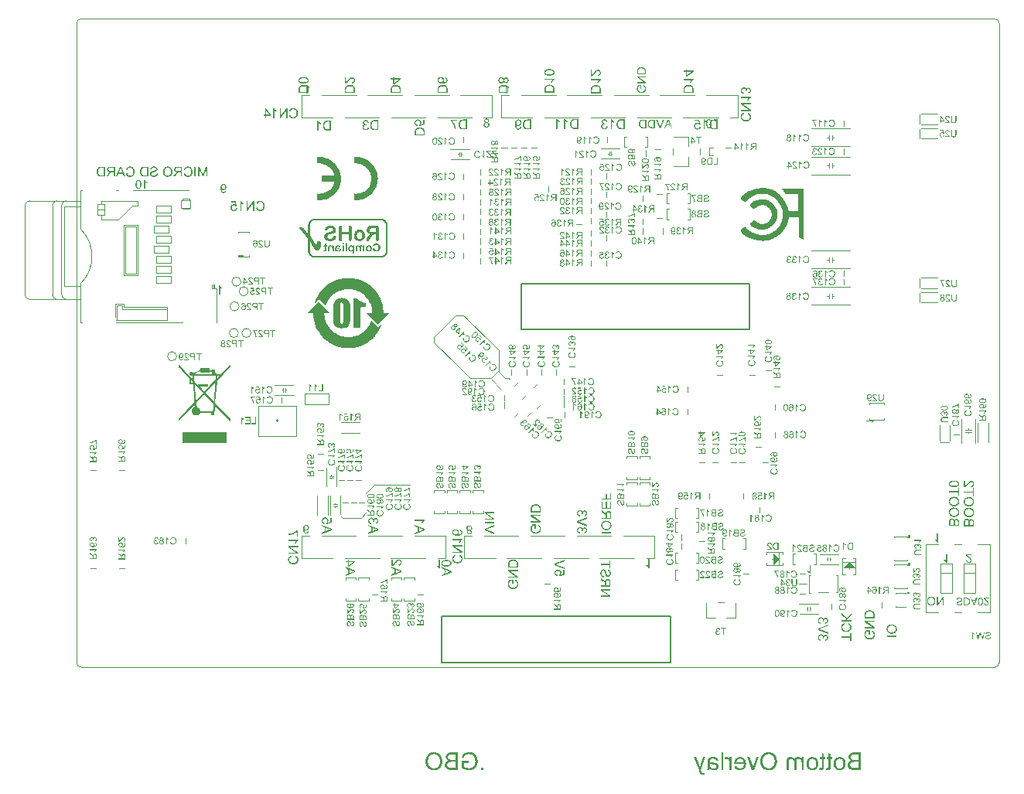
<source format=gbo>
G04 Layer_Color=32896*
%FSLAX43Y43*%
%MOMM*%
G71*
G01*
G75*
%ADD95C,0.200*%
%ADD99C,0.120*%
%ADD103C,0.100*%
%ADD148C,0.080*%
G36*
X46557Y51328D02*
X46569Y51310D01*
X46584Y51292D01*
X46597Y51277D01*
X46610Y51263D01*
X46620Y51252D01*
X46625Y51249D01*
X46628Y51245D01*
X46629Y51244D01*
X46630Y51243D01*
X46654Y51224D01*
X46677Y51207D01*
X46699Y51191D01*
X46721Y51179D01*
X46740Y51168D01*
X46748Y51163D01*
X46755Y51160D01*
X46760Y51157D01*
X46765Y51156D01*
X46767Y51153D01*
X46768D01*
Y51062D01*
X46751Y51069D01*
X46735Y51077D01*
X46718Y51084D01*
X46703Y51092D01*
X46689Y51099D01*
X46678Y51104D01*
X46671Y51109D01*
X46670Y51110D01*
X46669D01*
X46649Y51122D01*
X46632Y51134D01*
X46616Y51146D01*
X46604Y51156D01*
X46593Y51163D01*
X46586Y51170D01*
X46580Y51174D01*
X46579Y51175D01*
Y50575D01*
X46485D01*
Y51346D01*
X46546D01*
X46557Y51328D01*
D02*
G37*
G36*
X46034Y51344D02*
X46064Y51339D01*
X46090Y51330D01*
X46112Y51321D01*
X46122Y51315D01*
X46130Y51311D01*
X46138Y51306D01*
X46143Y51302D01*
X46148Y51299D01*
X46151Y51296D01*
X46153Y51295D01*
X46154Y51294D01*
X46175Y51273D01*
X46192Y51250D01*
X46205Y51225D01*
X46216Y51201D01*
X46223Y51180D01*
X46226Y51171D01*
X46229Y51163D01*
X46230Y51157D01*
X46231Y51152D01*
X46232Y51149D01*
Y51148D01*
X46138Y51131D01*
X46133Y51156D01*
X46126Y51177D01*
X46119Y51194D01*
X46111Y51209D01*
X46103Y51220D01*
X46097Y51228D01*
X46092Y51233D01*
X46091Y51234D01*
X46077Y51245D01*
X46061Y51254D01*
X46047Y51260D01*
X46032Y51264D01*
X46019Y51267D01*
X46009Y51269D01*
X46000D01*
X45980Y51268D01*
X45962Y51263D01*
X45947Y51258D01*
X45933Y51252D01*
X45923Y51245D01*
X45916Y51240D01*
X45910Y51235D01*
X45909Y51234D01*
X45897Y51221D01*
X45888Y51207D01*
X45882Y51192D01*
X45878Y51179D01*
X45876Y51167D01*
X45873Y51158D01*
Y51151D01*
Y51150D01*
Y51149D01*
Y51137D01*
X45876Y51126D01*
X45881Y51107D01*
X45889Y51090D01*
X45898Y51076D01*
X45907Y51066D01*
X45914Y51058D01*
X45920Y51053D01*
X45921Y51052D01*
X45922D01*
X45941Y51042D01*
X45959Y51035D01*
X45978Y51029D01*
X45994Y51026D01*
X46009Y51023D01*
X46021Y51021D01*
X46035D01*
X46040Y51022D01*
X46045D01*
X46057Y50939D01*
X46042Y50942D01*
X46029Y50945D01*
X46018Y50947D01*
X46008Y50948D01*
X46000Y50949D01*
X45990D01*
X45967Y50947D01*
X45946Y50942D01*
X45927Y50936D01*
X45911Y50928D01*
X45899Y50920D01*
X45890Y50914D01*
X45884Y50909D01*
X45882Y50907D01*
X45868Y50890D01*
X45857Y50872D01*
X45849Y50855D01*
X45845Y50837D01*
X45841Y50823D01*
X45840Y50810D01*
X45839Y50806D01*
Y50803D01*
Y50800D01*
Y50799D01*
X45841Y50775D01*
X45847Y50753D01*
X45853Y50734D01*
X45862Y50717D01*
X45871Y50704D01*
X45878Y50694D01*
X45883Y50687D01*
X45886Y50685D01*
X45903Y50669D01*
X45922Y50658D01*
X45941Y50650D01*
X45959Y50645D01*
X45974Y50642D01*
X45987Y50640D01*
X45991Y50639D01*
X45998D01*
X46018Y50640D01*
X46037Y50645D01*
X46053Y50650D01*
X46067Y50657D01*
X46078Y50663D01*
X46087Y50668D01*
X46091Y50673D01*
X46093Y50674D01*
X46106Y50689D01*
X46118Y50707D01*
X46128Y50726D01*
X46135Y50746D01*
X46141Y50763D01*
X46143Y50770D01*
X46144Y50777D01*
X46145Y50783D01*
X46146Y50787D01*
X46148Y50789D01*
Y50790D01*
X46242Y50778D01*
X46240Y50760D01*
X46236Y50744D01*
X46226Y50713D01*
X46214Y50686D01*
X46208Y50675D01*
X46201Y50664D01*
X46194Y50654D01*
X46188Y50646D01*
X46182Y50638D01*
X46176Y50633D01*
X46173Y50628D01*
X46170Y50625D01*
X46168Y50623D01*
X46166Y50622D01*
X46153Y50612D01*
X46140Y50602D01*
X46126Y50594D01*
X46112Y50587D01*
X46084Y50576D01*
X46058Y50569D01*
X46045Y50567D01*
X46034Y50565D01*
X46024Y50564D01*
X46015Y50563D01*
X46009Y50562D01*
X45999D01*
X45978Y50563D01*
X45959Y50565D01*
X45940Y50568D01*
X45922Y50573D01*
X45906Y50578D01*
X45891Y50584D01*
X45877Y50591D01*
X45865Y50597D01*
X45852Y50603D01*
X45842Y50609D01*
X45833Y50615D01*
X45827Y50621D01*
X45821Y50625D01*
X45817Y50628D01*
X45815Y50631D01*
X45813Y50632D01*
X45800Y50645D01*
X45789Y50659D01*
X45779Y50674D01*
X45770Y50688D01*
X45764Y50702D01*
X45757Y50716D01*
X45748Y50743D01*
X45746Y50755D01*
X45744Y50766D01*
X45741Y50776D01*
X45740Y50785D01*
X45739Y50791D01*
Y50797D01*
Y50800D01*
Y50801D01*
X45740Y50828D01*
X45745Y50852D01*
X45751Y50874D01*
X45758Y50891D01*
X45765Y50906D01*
X45771Y50917D01*
X45776Y50924D01*
X45777Y50926D01*
X45792Y50942D01*
X45809Y50957D01*
X45827Y50968D01*
X45845Y50977D01*
X45860Y50983D01*
X45872Y50988D01*
X45877Y50989D01*
X45880Y50990D01*
X45882Y50991D01*
X45883D01*
X45865Y51001D01*
X45849Y51011D01*
X45836Y51022D01*
X45825Y51032D01*
X45816Y51041D01*
X45809Y51049D01*
X45806Y51053D01*
X45805Y51056D01*
X45796Y51071D01*
X45789Y51087D01*
X45783Y51102D01*
X45780Y51117D01*
X45778Y51129D01*
X45777Y51138D01*
Y51144D01*
Y51147D01*
X45778Y51166D01*
X45781Y51184D01*
X45786Y51201D01*
X45791Y51215D01*
X45797Y51228D01*
X45801Y51238D01*
X45805Y51243D01*
X45806Y51245D01*
X45817Y51262D01*
X45830Y51277D01*
X45843Y51289D01*
X45857Y51300D01*
X45868Y51308D01*
X45878Y51314D01*
X45884Y51318D01*
X45886Y51319D01*
X45887D01*
X45907Y51328D01*
X45927Y51334D01*
X45947Y51340D01*
X45964Y51343D01*
X45979Y51345D01*
X45991Y51346D01*
X46019D01*
X46034Y51344D01*
D02*
G37*
G36*
X59350Y45529D02*
X59385Y45524D01*
X59416Y45517D01*
X59431Y45513D01*
X59444Y45508D01*
X59456Y45504D01*
X59467Y45499D01*
X59476Y45496D01*
X59485Y45493D01*
X59491Y45489D01*
X59495Y45487D01*
X59499Y45486D01*
X59500Y45485D01*
X59530Y45466D01*
X59555Y45444D01*
X59577Y45422D01*
X59596Y45399D01*
X59611Y45379D01*
X59616Y45370D01*
X59621Y45363D01*
X59625Y45357D01*
X59627Y45353D01*
X59628Y45349D01*
X59629Y45348D01*
X59645Y45314D01*
X59656Y45278D01*
X59664Y45243D01*
X59669Y45211D01*
X59672Y45196D01*
X59673Y45182D01*
X59674Y45171D01*
Y45160D01*
X59675Y45152D01*
Y45145D01*
Y45141D01*
Y45140D01*
X59673Y45100D01*
X59668Y45061D01*
X59663Y45026D01*
X59658Y45010D01*
X59655Y44995D01*
X59652Y44982D01*
X59647Y44970D01*
X59644Y44959D01*
X59642Y44950D01*
X59638Y44943D01*
X59637Y44938D01*
X59635Y44934D01*
Y44933D01*
X59618Y44900D01*
X59600Y44870D01*
X59580Y44844D01*
X59570Y44834D01*
X59561Y44824D01*
X59552Y44815D01*
X59543Y44808D01*
X59535Y44801D01*
X59528Y44797D01*
X59524Y44792D01*
X59520Y44789D01*
X59517Y44788D01*
X59516Y44787D01*
X59501Y44778D01*
X59485Y44770D01*
X59452Y44758D01*
X59419Y44749D01*
X59386Y44743D01*
X59371Y44741D01*
X59358Y44739D01*
X59345Y44738D01*
X59335D01*
X59326Y44737D01*
X59314D01*
X59292Y44738D01*
X59271Y44740D01*
X59251Y44742D01*
X59232Y44747D01*
X59214Y44752D01*
X59198Y44758D01*
X59182Y44763D01*
X59168Y44770D01*
X59156Y44776D01*
X59143Y44781D01*
X59134Y44787D01*
X59126Y44792D01*
X59120Y44797D01*
X59114Y44799D01*
X59112Y44801D01*
X59111Y44802D01*
X59096Y44815D01*
X59082Y44829D01*
X59070Y44844D01*
X59058Y44860D01*
X59038Y44891D01*
X59022Y44922D01*
X59016Y44936D01*
X59010Y44950D01*
X59006Y44962D01*
X59002Y44972D01*
X58999Y44981D01*
X58997Y44988D01*
X58996Y44992D01*
Y44993D01*
X59098Y45019D01*
X59102Y45001D01*
X59108Y44984D01*
X59113Y44969D01*
X59119Y44954D01*
X59126Y44941D01*
X59132Y44930D01*
X59140Y44919D01*
X59147Y44909D01*
X59152Y44900D01*
X59159Y44893D01*
X59164Y44887D01*
X59169Y44881D01*
X59173Y44878D01*
X59177Y44874D01*
X59178Y44873D01*
X59179Y44872D01*
X59190Y44863D01*
X59202Y44857D01*
X59227Y44844D01*
X59250Y44835D01*
X59273Y44830D01*
X59293Y44825D01*
X59301Y44824D01*
X59309D01*
X59315Y44823D01*
X59323D01*
X59349Y44824D01*
X59373Y44829D01*
X59395Y44834D01*
X59415Y44841D01*
X59431Y44848D01*
X59437Y44851D01*
X59443Y44853D01*
X59447Y44855D01*
X59451Y44858D01*
X59453Y44859D01*
X59454D01*
X59475Y44874D01*
X59493Y44891D01*
X59508Y44910D01*
X59521Y44928D01*
X59531Y44943D01*
X59537Y44956D01*
X59540Y44962D01*
X59542Y44965D01*
X59543Y44968D01*
Y44969D01*
X59552Y44998D01*
X59558Y45026D01*
X59564Y45055D01*
X59567Y45082D01*
X59568Y45094D01*
X59570Y45105D01*
Y45115D01*
X59571Y45123D01*
Y45130D01*
Y45135D01*
Y45138D01*
Y45140D01*
X59570Y45168D01*
X59567Y45195D01*
X59563Y45220D01*
X59558Y45242D01*
X59555Y45261D01*
X59553Y45268D01*
X59551Y45275D01*
X59550Y45281D01*
X59548Y45284D01*
X59547Y45286D01*
Y45287D01*
X59536Y45313D01*
X59524Y45336D01*
X59511Y45355D01*
X59496Y45372D01*
X59484Y45385D01*
X59474Y45394D01*
X59466Y45399D01*
X59465Y45402D01*
X59464D01*
X59441Y45416D01*
X59415Y45427D01*
X59391Y45435D01*
X59368Y45439D01*
X59346Y45443D01*
X59338Y45444D01*
X59330D01*
X59324Y45445D01*
X59315D01*
X59288Y45444D01*
X59262Y45439D01*
X59241Y45433D01*
X59222Y45426D01*
X59208Y45418D01*
X59197Y45413D01*
X59190Y45408D01*
X59188Y45406D01*
X59170Y45389D01*
X59153Y45370D01*
X59140Y45350D01*
X59129Y45331D01*
X59120Y45313D01*
X59117Y45304D01*
X59114Y45297D01*
X59112Y45292D01*
X59110Y45287D01*
X59109Y45285D01*
Y45284D01*
X59009Y45307D01*
X59016Y45327D01*
X59022Y45345D01*
X59031Y45362D01*
X59039Y45378D01*
X59048Y45393D01*
X59058Y45406D01*
X59067Y45419D01*
X59076Y45430D01*
X59084Y45439D01*
X59092Y45448D01*
X59100Y45456D01*
X59106Y45461D01*
X59111Y45467D01*
X59116Y45470D01*
X59118Y45471D01*
X59119Y45473D01*
X59134Y45483D01*
X59150Y45493D01*
X59166Y45500D01*
X59182Y45507D01*
X59215Y45517D01*
X59245Y45524D01*
X59260Y45527D01*
X59272Y45528D01*
X59284Y45529D01*
X59294Y45530D01*
X59302Y45531D01*
X59313D01*
X59350Y45529D01*
D02*
G37*
G36*
X45363Y51328D02*
X45375Y51310D01*
X45389Y51292D01*
X45403Y51277D01*
X45416Y51263D01*
X45426Y51252D01*
X45431Y51249D01*
X45434Y51245D01*
X45435Y51244D01*
X45436Y51243D01*
X45459Y51224D01*
X45483Y51207D01*
X45505Y51191D01*
X45527Y51179D01*
X45546Y51168D01*
X45554Y51163D01*
X45560Y51160D01*
X45566Y51157D01*
X45570Y51156D01*
X45573Y51153D01*
X45574D01*
Y51062D01*
X45557Y51069D01*
X45540Y51077D01*
X45524Y51084D01*
X45508Y51092D01*
X45495Y51099D01*
X45484Y51104D01*
X45477Y51109D01*
X45476Y51110D01*
X45475D01*
X45455Y51122D01*
X45437Y51134D01*
X45422Y51146D01*
X45409Y51156D01*
X45398Y51163D01*
X45392Y51170D01*
X45386Y51174D01*
X45385Y51175D01*
Y50575D01*
X45291D01*
Y51346D01*
X45352D01*
X45363Y51328D01*
D02*
G37*
G36*
X53809Y53570D02*
X53828Y53569D01*
X53845Y53566D01*
X53862Y53563D01*
X53878Y53558D01*
X53892Y53554D01*
X53905Y53548D01*
X53918Y53543D01*
X53929Y53537D01*
X53938Y53531D01*
X53945Y53527D01*
X53952Y53523D01*
X53958Y53519D01*
X53961Y53516D01*
X53963Y53515D01*
X53964Y53514D01*
X53975Y53503D01*
X53985Y53490D01*
X53995Y53477D01*
X54003Y53464D01*
X54016Y53437D01*
X54025Y53410D01*
X54029Y53398D01*
X54032Y53386D01*
X54034Y53376D01*
X54036Y53367D01*
X54037Y53359D01*
Y53354D01*
X54039Y53351D01*
Y53349D01*
X53942Y53339D01*
X53940Y53365D01*
X53935Y53387D01*
X53929Y53407D01*
X53921Y53423D01*
X53914Y53436D01*
X53908Y53445D01*
X53903Y53450D01*
X53901Y53453D01*
X53884Y53466D01*
X53867Y53476D01*
X53848Y53484D01*
X53831Y53488D01*
X53815Y53492D01*
X53802Y53493D01*
X53798Y53494D01*
X53791D01*
X53768Y53493D01*
X53747Y53488D01*
X53729Y53482D01*
X53713Y53475D01*
X53701Y53467D01*
X53693Y53462D01*
X53688Y53457D01*
X53686Y53455D01*
X53672Y53439D01*
X53662Y53424D01*
X53655Y53408D01*
X53650Y53393D01*
X53647Y53381D01*
X53646Y53369D01*
X53645Y53363D01*
Y53362D01*
Y53361D01*
X53647Y53341D01*
X53651Y53319D01*
X53659Y53301D01*
X53667Y53283D01*
X53676Y53268D01*
X53683Y53256D01*
X53686Y53252D01*
X53688Y53248D01*
X53690Y53247D01*
Y53246D01*
X53699Y53234D01*
X53710Y53222D01*
X53722Y53208D01*
X53736Y53195D01*
X53763Y53169D01*
X53791Y53142D01*
X53805Y53130D01*
X53818Y53119D01*
X53830Y53109D01*
X53840Y53100D01*
X53848Y53093D01*
X53854Y53087D01*
X53859Y53084D01*
X53860Y53083D01*
X53888Y53060D01*
X53913Y53038D01*
X53934Y53018D01*
X53951Y53001D01*
X53965Y52986D01*
X53975Y52976D01*
X53981Y52970D01*
X53983Y52969D01*
Y52968D01*
X53999Y52949D01*
X54011Y52931D01*
X54022Y52913D01*
X54031Y52898D01*
X54037Y52884D01*
X54042Y52874D01*
X54044Y52868D01*
X54045Y52867D01*
Y52865D01*
X54050Y52853D01*
X54052Y52842D01*
X54054Y52831D01*
X54055Y52821D01*
X54056Y52812D01*
Y52806D01*
Y52801D01*
Y52800D01*
X53547D01*
Y52891D01*
X53925D01*
X53912Y52910D01*
X53905Y52918D01*
X53900Y52925D01*
X53894Y52932D01*
X53890Y52937D01*
X53887Y52940D01*
X53885Y52941D01*
X53880Y52947D01*
X53873Y52952D01*
X53858Y52966D01*
X53840Y52983D01*
X53821Y53000D01*
X53803Y53014D01*
X53796Y53021D01*
X53789Y53028D01*
X53783Y53032D01*
X53779Y53035D01*
X53777Y53038D01*
X53776Y53039D01*
X53758Y53054D01*
X53740Y53069D01*
X53724Y53083D01*
X53710Y53095D01*
X53697Y53107D01*
X53686Y53119D01*
X53675Y53129D01*
X53666Y53137D01*
X53657Y53146D01*
X53650Y53153D01*
X53645Y53159D01*
X53639Y53164D01*
X53633Y53171D01*
X53631Y53173D01*
X53616Y53192D01*
X53602Y53208D01*
X53591Y53225D01*
X53582Y53238D01*
X53576Y53251D01*
X53571Y53260D01*
X53569Y53265D01*
X53568Y53267D01*
X53561Y53284D01*
X53557Y53301D01*
X53552Y53316D01*
X53550Y53329D01*
X53549Y53342D01*
X53548Y53351D01*
Y53356D01*
Y53358D01*
X53549Y53375D01*
X53551Y53391D01*
X53554Y53406D01*
X53558Y53419D01*
X53569Y53446D01*
X53580Y53467D01*
X53587Y53477D01*
X53592Y53485D01*
X53598Y53493D01*
X53603Y53498D01*
X53608Y53503D01*
X53610Y53507D01*
X53612Y53508D01*
X53613Y53509D01*
X53626Y53520D01*
X53639Y53530D01*
X53653Y53538D01*
X53668Y53545D01*
X53697Y53556D01*
X53726Y53564D01*
X53738Y53566D01*
X53750Y53568D01*
X53761Y53569D01*
X53770Y53570D01*
X53778Y53571D01*
X53789D01*
X53809Y53570D01*
D02*
G37*
G36*
X53237Y53569D02*
X53267Y53564D01*
X53293Y53555D01*
X53315Y53546D01*
X53325Y53540D01*
X53333Y53536D01*
X53340Y53531D01*
X53346Y53527D01*
X53350Y53524D01*
X53354Y53521D01*
X53356Y53520D01*
X53357Y53519D01*
X53378Y53498D01*
X53395Y53475D01*
X53408Y53450D01*
X53419Y53426D01*
X53426Y53405D01*
X53429Y53396D01*
X53431Y53388D01*
X53433Y53382D01*
X53434Y53377D01*
X53435Y53374D01*
Y53373D01*
X53340Y53356D01*
X53336Y53381D01*
X53329Y53402D01*
X53322Y53419D01*
X53314Y53434D01*
X53306Y53445D01*
X53299Y53453D01*
X53295Y53458D01*
X53294Y53459D01*
X53279Y53470D01*
X53264Y53479D01*
X53249Y53485D01*
X53235Y53489D01*
X53222Y53492D01*
X53212Y53494D01*
X53203D01*
X53183Y53493D01*
X53165Y53488D01*
X53149Y53483D01*
X53136Y53477D01*
X53126Y53470D01*
X53118Y53465D01*
X53113Y53460D01*
X53112Y53459D01*
X53100Y53446D01*
X53091Y53432D01*
X53085Y53417D01*
X53081Y53404D01*
X53078Y53392D01*
X53076Y53383D01*
Y53376D01*
Y53375D01*
Y53374D01*
Y53362D01*
X53078Y53351D01*
X53084Y53332D01*
X53092Y53315D01*
X53101Y53301D01*
X53110Y53291D01*
X53117Y53283D01*
X53123Y53278D01*
X53124Y53277D01*
X53125D01*
X53144Y53267D01*
X53162Y53260D01*
X53181Y53254D01*
X53197Y53251D01*
X53212Y53248D01*
X53224Y53246D01*
X53238D01*
X53243Y53247D01*
X53248D01*
X53259Y53164D01*
X53245Y53167D01*
X53232Y53170D01*
X53221Y53172D01*
X53211Y53173D01*
X53203Y53174D01*
X53193D01*
X53169Y53172D01*
X53148Y53167D01*
X53130Y53161D01*
X53114Y53153D01*
X53102Y53145D01*
X53093Y53139D01*
X53087Y53134D01*
X53085Y53132D01*
X53071Y53115D01*
X53060Y53097D01*
X53052Y53080D01*
X53047Y53062D01*
X53044Y53048D01*
X53043Y53035D01*
X53042Y53031D01*
Y53028D01*
Y53025D01*
Y53024D01*
X53044Y53000D01*
X53050Y52978D01*
X53056Y52959D01*
X53065Y52942D01*
X53074Y52929D01*
X53081Y52919D01*
X53086Y52912D01*
X53088Y52910D01*
X53106Y52894D01*
X53125Y52883D01*
X53144Y52875D01*
X53162Y52870D01*
X53177Y52867D01*
X53189Y52865D01*
X53194Y52864D01*
X53201D01*
X53221Y52865D01*
X53239Y52870D01*
X53256Y52875D01*
X53269Y52882D01*
X53280Y52888D01*
X53289Y52893D01*
X53294Y52898D01*
X53296Y52899D01*
X53309Y52914D01*
X53320Y52932D01*
X53330Y52951D01*
X53338Y52971D01*
X53344Y52988D01*
X53346Y52995D01*
X53347Y53002D01*
X53348Y53008D01*
X53349Y53012D01*
X53350Y53014D01*
Y53015D01*
X53445Y53003D01*
X53443Y52985D01*
X53439Y52969D01*
X53429Y52938D01*
X53417Y52911D01*
X53410Y52900D01*
X53404Y52889D01*
X53397Y52879D01*
X53390Y52871D01*
X53385Y52863D01*
X53379Y52858D01*
X53376Y52853D01*
X53373Y52850D01*
X53370Y52848D01*
X53369Y52847D01*
X53356Y52837D01*
X53343Y52827D01*
X53329Y52819D01*
X53315Y52812D01*
X53287Y52801D01*
X53260Y52794D01*
X53248Y52792D01*
X53237Y52790D01*
X53227Y52789D01*
X53218Y52788D01*
X53212Y52787D01*
X53202D01*
X53181Y52788D01*
X53162Y52790D01*
X53143Y52793D01*
X53125Y52798D01*
X53108Y52803D01*
X53094Y52809D01*
X53080Y52816D01*
X53067Y52822D01*
X53055Y52828D01*
X53045Y52834D01*
X53036Y52840D01*
X53030Y52846D01*
X53024Y52850D01*
X53020Y52853D01*
X53017Y52855D01*
X53016Y52857D01*
X53003Y52870D01*
X52992Y52884D01*
X52982Y52899D01*
X52973Y52913D01*
X52966Y52927D01*
X52960Y52941D01*
X52951Y52968D01*
X52949Y52980D01*
X52946Y52991D01*
X52944Y53001D01*
X52943Y53010D01*
X52942Y53016D01*
Y53022D01*
Y53025D01*
Y53026D01*
X52943Y53053D01*
X52947Y53077D01*
X52954Y53099D01*
X52961Y53116D01*
X52967Y53131D01*
X52974Y53142D01*
X52979Y53149D01*
X52980Y53151D01*
X52995Y53167D01*
X53012Y53182D01*
X53030Y53193D01*
X53047Y53202D01*
X53063Y53208D01*
X53075Y53213D01*
X53080Y53214D01*
X53083Y53215D01*
X53085Y53216D01*
X53086D01*
X53067Y53226D01*
X53052Y53236D01*
X53038Y53247D01*
X53027Y53257D01*
X53019Y53266D01*
X53012Y53274D01*
X53009Y53278D01*
X53007Y53281D01*
X52999Y53296D01*
X52992Y53312D01*
X52986Y53327D01*
X52983Y53342D01*
X52981Y53354D01*
X52980Y53363D01*
Y53369D01*
Y53372D01*
X52981Y53391D01*
X52984Y53409D01*
X52989Y53426D01*
X52994Y53440D01*
X53000Y53453D01*
X53004Y53463D01*
X53007Y53468D01*
X53009Y53470D01*
X53020Y53487D01*
X53033Y53502D01*
X53046Y53514D01*
X53060Y53525D01*
X53071Y53533D01*
X53081Y53539D01*
X53087Y53543D01*
X53088Y53544D01*
X53090D01*
X53110Y53553D01*
X53130Y53559D01*
X53149Y53565D01*
X53167Y53568D01*
X53182Y53570D01*
X53194Y53571D01*
X53222D01*
X53237Y53569D01*
D02*
G37*
G36*
X47575Y50575D02*
X47473D01*
Y50916D01*
X47342D01*
X47330Y50915D01*
X47321D01*
X47313Y50914D01*
X47307Y50912D01*
X47303D01*
X47301Y50911D01*
X47300D01*
X47282Y50906D01*
X47274Y50902D01*
X47268Y50899D01*
X47261Y50896D01*
X47256Y50894D01*
X47254Y50892D01*
X47253Y50891D01*
X47244Y50885D01*
X47235Y50877D01*
X47219Y50860D01*
X47211Y50852D01*
X47205Y50846D01*
X47202Y50841D01*
X47201Y50840D01*
X47190Y50825D01*
X47178Y50808D01*
X47165Y50790D01*
X47153Y50774D01*
X47143Y50758D01*
X47135Y50746D01*
X47132Y50742D01*
X47130Y50738D01*
X47128Y50736D01*
Y50735D01*
X47027Y50575D01*
X46900D01*
X47032Y50784D01*
X47048Y50806D01*
X47062Y50826D01*
X47077Y50842D01*
X47089Y50858D01*
X47100Y50869D01*
X47109Y50878D01*
X47114Y50884D01*
X47117Y50886D01*
X47125Y50892D01*
X47135Y50900D01*
X47155Y50912D01*
X47164Y50917D01*
X47171Y50921D01*
X47175Y50924D01*
X47178Y50925D01*
X47158Y50928D01*
X47139Y50931D01*
X47122Y50937D01*
X47105Y50941D01*
X47091Y50947D01*
X47078Y50953D01*
X47066Y50959D01*
X47054Y50965D01*
X47046Y50971D01*
X47037Y50977D01*
X47030Y50981D01*
X47024Y50986D01*
X47020Y50989D01*
X47017Y50992D01*
X47016Y50993D01*
X47014Y50995D01*
X47006Y51006D01*
X46997Y51017D01*
X46983Y51040D01*
X46974Y51063D01*
X46968Y51086D01*
X46963Y51104D01*
X46962Y51112D01*
Y51120D01*
X46961Y51126D01*
Y51130D01*
Y51132D01*
Y51133D01*
X46962Y51157D01*
X46966Y51178D01*
X46971Y51198D01*
X46977Y51214D01*
X46983Y51229D01*
X46988Y51240D01*
X46992Y51247D01*
X46993Y51248D01*
Y51249D01*
X47007Y51267D01*
X47020Y51282D01*
X47034Y51295D01*
X47048Y51305D01*
X47060Y51313D01*
X47070Y51318D01*
X47077Y51321D01*
X47078Y51322D01*
X47079D01*
X47089Y51325D01*
X47101Y51329D01*
X47125Y51334D01*
X47152Y51338D01*
X47177Y51341D01*
X47200Y51342D01*
X47210D01*
X47219Y51343D01*
X47575D01*
Y50575D01*
D02*
G37*
G36*
X57698Y45113D02*
X57609Y45101D01*
X57602Y45113D01*
X57592Y45123D01*
X57583Y45133D01*
X57574Y45141D01*
X57565Y45146D01*
X57558Y45152D01*
X57554Y45154D01*
X57553Y45155D01*
X57538Y45162D01*
X57524Y45167D01*
X57511Y45171D01*
X57497Y45174D01*
X57486Y45175D01*
X57477Y45176D01*
X57456D01*
X57443Y45174D01*
X57420Y45168D01*
X57400Y45161D01*
X57382Y45153D01*
X57368Y45144D01*
X57358Y45136D01*
X57353Y45131D01*
X57351Y45130D01*
Y45129D01*
X57335Y45110D01*
X57324Y45090D01*
X57316Y45069D01*
X57311Y45047D01*
X57307Y45030D01*
X57306Y45022D01*
Y45015D01*
X57305Y45010D01*
Y45005D01*
Y45003D01*
Y45002D01*
Y44986D01*
X57307Y44972D01*
X57313Y44944D01*
X57321Y44921D01*
X57328Y44902D01*
X57337Y44887D01*
X57345Y44874D01*
X57348Y44871D01*
X57351Y44868D01*
X57352Y44867D01*
X57353Y44865D01*
X57362Y44857D01*
X57371Y44849D01*
X57391Y44835D01*
X57410Y44827D01*
X57428Y44821D01*
X57444Y44817D01*
X57457Y44815D01*
X57462Y44814D01*
X57468D01*
X57489Y44815D01*
X57508Y44820D01*
X57525Y44825D01*
X57538Y44832D01*
X57550Y44839D01*
X57559Y44844D01*
X57564Y44849D01*
X57566Y44850D01*
X57579Y44865D01*
X57590Y44882D01*
X57599Y44901D01*
X57606Y44918D01*
X57610Y44934D01*
X57614Y44946D01*
X57615Y44952D01*
X57616Y44955D01*
Y44958D01*
Y44959D01*
X57715Y44951D01*
X57713Y44933D01*
X57709Y44917D01*
X57699Y44885D01*
X57687Y44859D01*
X57680Y44847D01*
X57674Y44837D01*
X57668Y44827D01*
X57661Y44818D01*
X57656Y44811D01*
X57650Y44806D01*
X57646Y44801D01*
X57644Y44797D01*
X57642Y44796D01*
X57640Y44794D01*
X57627Y44784D01*
X57614Y44776D01*
X57599Y44768D01*
X57585Y44761D01*
X57557Y44751D01*
X57529Y44744D01*
X57517Y44741D01*
X57505Y44740D01*
X57495Y44739D01*
X57486Y44738D01*
X57478Y44737D01*
X57468D01*
X57445Y44738D01*
X57423Y44741D01*
X57402Y44746D01*
X57383Y44751D01*
X57365Y44759D01*
X57348Y44767D01*
X57333Y44774D01*
X57320Y44783D01*
X57307Y44792D01*
X57296Y44800D01*
X57287Y44809D01*
X57280Y44815D01*
X57274Y44821D01*
X57270Y44825D01*
X57267Y44829D01*
X57266Y44830D01*
X57255Y44844D01*
X57246Y44860D01*
X57237Y44874D01*
X57231Y44890D01*
X57220Y44920D01*
X57213Y44949D01*
X57211Y44961D01*
X57209Y44973D01*
X57208Y44983D01*
X57206Y44992D01*
X57205Y45000D01*
Y45005D01*
Y45009D01*
Y45010D01*
X57206Y45030D01*
X57209Y45049D01*
X57212Y45067D01*
X57216Y45084D01*
X57222Y45100D01*
X57227Y45115D01*
X57234Y45129D01*
X57240Y45141D01*
X57246Y45152D01*
X57253Y45162D01*
X57259Y45170D01*
X57264Y45177D01*
X57269Y45183D01*
X57272Y45186D01*
X57274Y45188D01*
X57275Y45190D01*
X57289Y45202D01*
X57302Y45213D01*
X57316Y45222D01*
X57331Y45230D01*
X57345Y45237D01*
X57360Y45243D01*
X57386Y45251D01*
X57398Y45254D01*
X57410Y45256D01*
X57420Y45257D01*
X57428Y45258D01*
X57435Y45259D01*
X57459D01*
X57473Y45257D01*
X57499Y45252D01*
X57524Y45244D01*
X57546Y45235D01*
X57564Y45226D01*
X57572Y45222D01*
X57578Y45218D01*
X57584Y45215D01*
X57587Y45213D01*
X57589Y45212D01*
X57590Y45211D01*
X57549Y45418D01*
X57242D01*
Y45508D01*
X57624D01*
X57698Y45113D01*
D02*
G37*
G36*
X57506Y48270D02*
X57524Y48269D01*
X57542Y48266D01*
X57559Y48263D01*
X57574Y48258D01*
X57589Y48254D01*
X57602Y48248D01*
X57614Y48243D01*
X57625Y48237D01*
X57634Y48231D01*
X57642Y48227D01*
X57649Y48223D01*
X57654Y48219D01*
X57658Y48216D01*
X57660Y48215D01*
X57661Y48214D01*
X57672Y48203D01*
X57682Y48190D01*
X57692Y48177D01*
X57700Y48164D01*
X57713Y48137D01*
X57722Y48110D01*
X57725Y48098D01*
X57729Y48086D01*
X57731Y48076D01*
X57733Y48067D01*
X57734Y48059D01*
Y48054D01*
X57735Y48051D01*
Y48049D01*
X57639Y48039D01*
X57637Y48065D01*
X57632Y48087D01*
X57625Y48107D01*
X57618Y48123D01*
X57611Y48136D01*
X57604Y48145D01*
X57600Y48150D01*
X57598Y48153D01*
X57581Y48166D01*
X57563Y48176D01*
X57544Y48184D01*
X57528Y48188D01*
X57512Y48192D01*
X57499Y48193D01*
X57494Y48194D01*
X57488D01*
X57465Y48193D01*
X57443Y48188D01*
X57426Y48182D01*
X57410Y48175D01*
X57398Y48167D01*
X57390Y48162D01*
X57385Y48157D01*
X57382Y48155D01*
X57369Y48139D01*
X57359Y48124D01*
X57351Y48108D01*
X57347Y48093D01*
X57344Y48081D01*
X57342Y48069D01*
X57341Y48063D01*
Y48062D01*
Y48061D01*
X57344Y48041D01*
X57348Y48019D01*
X57356Y48001D01*
X57363Y47983D01*
X57372Y47968D01*
X57380Y47956D01*
X57382Y47952D01*
X57385Y47948D01*
X57387Y47947D01*
Y47946D01*
X57396Y47934D01*
X57407Y47922D01*
X57419Y47908D01*
X57432Y47895D01*
X57460Y47869D01*
X57488Y47842D01*
X57502Y47830D01*
X57514Y47819D01*
X57527Y47809D01*
X57537Y47800D01*
X57544Y47793D01*
X57551Y47787D01*
X57556Y47784D01*
X57557Y47783D01*
X57584Y47760D01*
X57610Y47738D01*
X57631Y47718D01*
X57648Y47701D01*
X57662Y47686D01*
X57672Y47676D01*
X57678Y47670D01*
X57680Y47669D01*
Y47668D01*
X57695Y47649D01*
X57708Y47631D01*
X57719Y47613D01*
X57728Y47598D01*
X57734Y47584D01*
X57739Y47574D01*
X57741Y47568D01*
X57742Y47567D01*
Y47565D01*
X57746Y47553D01*
X57749Y47542D01*
X57751Y47531D01*
X57752Y47521D01*
X57753Y47512D01*
Y47506D01*
Y47501D01*
Y47500D01*
X57244D01*
Y47591D01*
X57622D01*
X57609Y47610D01*
X57602Y47618D01*
X57597Y47625D01*
X57591Y47632D01*
X57587Y47637D01*
X57583Y47640D01*
X57582Y47641D01*
X57577Y47647D01*
X57570Y47652D01*
X57554Y47667D01*
X57537Y47683D01*
X57518Y47700D01*
X57500Y47714D01*
X57492Y47721D01*
X57486Y47728D01*
X57480Y47732D01*
X57476Y47735D01*
X57473Y47738D01*
X57472Y47739D01*
X57455Y47754D01*
X57437Y47769D01*
X57421Y47783D01*
X57407Y47795D01*
X57393Y47807D01*
X57382Y47819D01*
X57371Y47829D01*
X57362Y47837D01*
X57354Y47846D01*
X57347Y47853D01*
X57341Y47859D01*
X57336Y47864D01*
X57330Y47871D01*
X57328Y47873D01*
X57312Y47892D01*
X57299Y47908D01*
X57288Y47925D01*
X57279Y47938D01*
X57272Y47951D01*
X57268Y47960D01*
X57266Y47965D01*
X57265Y47967D01*
X57258Y47984D01*
X57254Y48001D01*
X57249Y48016D01*
X57247Y48029D01*
X57246Y48042D01*
X57245Y48051D01*
Y48056D01*
Y48058D01*
X57246Y48075D01*
X57248Y48091D01*
X57250Y48106D01*
X57255Y48119D01*
X57266Y48146D01*
X57277Y48167D01*
X57284Y48177D01*
X57289Y48185D01*
X57295Y48193D01*
X57300Y48198D01*
X57305Y48203D01*
X57307Y48207D01*
X57309Y48208D01*
X57310Y48209D01*
X57322Y48220D01*
X57336Y48230D01*
X57350Y48238D01*
X57365Y48245D01*
X57393Y48256D01*
X57422Y48264D01*
X57435Y48266D01*
X57447Y48268D01*
X57458Y48269D01*
X57467Y48270D01*
X57474Y48271D01*
X57486D01*
X57506Y48270D01*
D02*
G37*
G36*
X58128Y48269D02*
X58158Y48264D01*
X58184Y48255D01*
X58206Y48246D01*
X58216Y48240D01*
X58224Y48236D01*
X58231Y48231D01*
X58237Y48227D01*
X58241Y48224D01*
X58245Y48221D01*
X58247Y48220D01*
X58248Y48219D01*
X58269Y48198D01*
X58286Y48175D01*
X58299Y48150D01*
X58310Y48126D01*
X58317Y48105D01*
X58320Y48096D01*
X58323Y48088D01*
X58324Y48082D01*
X58325Y48077D01*
X58326Y48074D01*
Y48073D01*
X58231Y48056D01*
X58227Y48081D01*
X58220Y48102D01*
X58213Y48119D01*
X58205Y48134D01*
X58197Y48145D01*
X58190Y48153D01*
X58186Y48158D01*
X58185Y48159D01*
X58170Y48170D01*
X58155Y48179D01*
X58140Y48185D01*
X58126Y48189D01*
X58113Y48192D01*
X58103Y48194D01*
X58094D01*
X58074Y48193D01*
X58056Y48188D01*
X58041Y48183D01*
X58027Y48177D01*
X58017Y48170D01*
X58009Y48165D01*
X58004Y48160D01*
X58003Y48159D01*
X57991Y48146D01*
X57982Y48132D01*
X57976Y48117D01*
X57972Y48104D01*
X57970Y48092D01*
X57967Y48083D01*
Y48076D01*
Y48075D01*
Y48074D01*
Y48062D01*
X57970Y48051D01*
X57975Y48032D01*
X57983Y48015D01*
X57992Y48001D01*
X58001Y47991D01*
X58008Y47983D01*
X58014Y47978D01*
X58015Y47977D01*
X58016D01*
X58035Y47967D01*
X58053Y47960D01*
X58072Y47954D01*
X58088Y47951D01*
X58103Y47948D01*
X58115Y47946D01*
X58129D01*
X58134Y47947D01*
X58139D01*
X58150Y47864D01*
X58136Y47867D01*
X58123Y47870D01*
X58112Y47872D01*
X58102Y47873D01*
X58094Y47874D01*
X58084D01*
X58061Y47872D01*
X58039Y47867D01*
X58021Y47861D01*
X58005Y47853D01*
X57993Y47845D01*
X57984Y47839D01*
X57978Y47834D01*
X57976Y47832D01*
X57962Y47815D01*
X57951Y47797D01*
X57943Y47780D01*
X57938Y47762D01*
X57935Y47748D01*
X57934Y47735D01*
X57933Y47731D01*
Y47728D01*
Y47725D01*
Y47724D01*
X57935Y47700D01*
X57941Y47678D01*
X57947Y47659D01*
X57956Y47642D01*
X57965Y47629D01*
X57972Y47619D01*
X57977Y47612D01*
X57980Y47610D01*
X57997Y47594D01*
X58016Y47583D01*
X58035Y47575D01*
X58053Y47570D01*
X58068Y47567D01*
X58081Y47565D01*
X58085Y47564D01*
X58092D01*
X58112Y47565D01*
X58130Y47570D01*
X58147Y47575D01*
X58160Y47582D01*
X58172Y47588D01*
X58180Y47593D01*
X58185Y47598D01*
X58187Y47599D01*
X58200Y47614D01*
X58212Y47632D01*
X58222Y47651D01*
X58229Y47671D01*
X58235Y47688D01*
X58237Y47695D01*
X58238Y47702D01*
X58239Y47708D01*
X58240Y47712D01*
X58241Y47714D01*
Y47715D01*
X58336Y47703D01*
X58334Y47685D01*
X58330Y47669D01*
X58320Y47638D01*
X58308Y47611D01*
X58301Y47600D01*
X58295Y47589D01*
X58288Y47579D01*
X58281Y47571D01*
X58276Y47563D01*
X58270Y47558D01*
X58267Y47553D01*
X58264Y47550D01*
X58261Y47548D01*
X58260Y47547D01*
X58247Y47537D01*
X58234Y47527D01*
X58220Y47519D01*
X58206Y47512D01*
X58178Y47501D01*
X58152Y47494D01*
X58139Y47492D01*
X58128Y47490D01*
X58118Y47489D01*
X58109Y47488D01*
X58103Y47487D01*
X58093D01*
X58072Y47488D01*
X58053Y47490D01*
X58034Y47493D01*
X58016Y47498D01*
X58000Y47503D01*
X57985Y47509D01*
X57971Y47516D01*
X57958Y47522D01*
X57946Y47528D01*
X57936Y47534D01*
X57927Y47540D01*
X57921Y47546D01*
X57915Y47550D01*
X57911Y47553D01*
X57908Y47556D01*
X57907Y47557D01*
X57894Y47570D01*
X57883Y47584D01*
X57873Y47599D01*
X57864Y47613D01*
X57857Y47627D01*
X57851Y47641D01*
X57842Y47668D01*
X57840Y47680D01*
X57837Y47691D01*
X57835Y47701D01*
X57834Y47710D01*
X57833Y47716D01*
Y47722D01*
Y47725D01*
Y47726D01*
X57834Y47753D01*
X57839Y47777D01*
X57845Y47799D01*
X57852Y47816D01*
X57859Y47831D01*
X57865Y47842D01*
X57870Y47849D01*
X57871Y47851D01*
X57886Y47867D01*
X57903Y47882D01*
X57921Y47893D01*
X57938Y47902D01*
X57954Y47908D01*
X57966Y47913D01*
X57971Y47914D01*
X57974Y47915D01*
X57976Y47916D01*
X57977D01*
X57958Y47926D01*
X57943Y47936D01*
X57930Y47947D01*
X57918Y47957D01*
X57910Y47966D01*
X57903Y47974D01*
X57900Y47978D01*
X57898Y47981D01*
X57890Y47996D01*
X57883Y48012D01*
X57877Y48027D01*
X57874Y48042D01*
X57872Y48054D01*
X57871Y48063D01*
Y48069D01*
Y48072D01*
X57872Y48091D01*
X57875Y48109D01*
X57880Y48126D01*
X57885Y48140D01*
X57891Y48153D01*
X57895Y48163D01*
X57898Y48168D01*
X57900Y48170D01*
X57911Y48187D01*
X57924Y48202D01*
X57937Y48214D01*
X57951Y48225D01*
X57962Y48233D01*
X57972Y48239D01*
X57978Y48243D01*
X57980Y48244D01*
X57981D01*
X58001Y48253D01*
X58021Y48259D01*
X58041Y48265D01*
X58058Y48268D01*
X58073Y48270D01*
X58085Y48271D01*
X58113D01*
X58128Y48269D01*
D02*
G37*
G36*
X59325Y50879D02*
X59360Y50874D01*
X59391Y50867D01*
X59406Y50863D01*
X59419Y50858D01*
X59431Y50854D01*
X59442Y50849D01*
X59451Y50846D01*
X59460Y50843D01*
X59466Y50839D01*
X59470Y50837D01*
X59474Y50836D01*
X59475Y50835D01*
X59505Y50816D01*
X59530Y50794D01*
X59552Y50772D01*
X59571Y50749D01*
X59586Y50729D01*
X59591Y50720D01*
X59596Y50713D01*
X59600Y50707D01*
X59602Y50703D01*
X59603Y50699D01*
X59604Y50698D01*
X59620Y50664D01*
X59631Y50628D01*
X59639Y50593D01*
X59644Y50561D01*
X59647Y50546D01*
X59648Y50532D01*
X59649Y50521D01*
Y50510D01*
X59650Y50502D01*
Y50495D01*
Y50491D01*
Y50490D01*
X59648Y50450D01*
X59643Y50411D01*
X59638Y50376D01*
X59633Y50360D01*
X59630Y50345D01*
X59627Y50332D01*
X59622Y50320D01*
X59619Y50309D01*
X59617Y50300D01*
X59613Y50293D01*
X59612Y50288D01*
X59610Y50284D01*
Y50283D01*
X59593Y50250D01*
X59575Y50220D01*
X59555Y50194D01*
X59545Y50184D01*
X59536Y50174D01*
X59527Y50165D01*
X59518Y50158D01*
X59510Y50151D01*
X59503Y50147D01*
X59499Y50142D01*
X59495Y50139D01*
X59492Y50138D01*
X59491Y50137D01*
X59476Y50128D01*
X59460Y50120D01*
X59427Y50108D01*
X59394Y50099D01*
X59361Y50093D01*
X59346Y50091D01*
X59333Y50089D01*
X59320Y50088D01*
X59310D01*
X59301Y50087D01*
X59289D01*
X59267Y50088D01*
X59246Y50090D01*
X59226Y50092D01*
X59207Y50097D01*
X59189Y50102D01*
X59173Y50108D01*
X59157Y50113D01*
X59143Y50120D01*
X59131Y50126D01*
X59118Y50131D01*
X59109Y50137D01*
X59101Y50142D01*
X59095Y50147D01*
X59089Y50149D01*
X59087Y50151D01*
X59086Y50152D01*
X59071Y50165D01*
X59057Y50179D01*
X59045Y50194D01*
X59033Y50210D01*
X59013Y50241D01*
X58997Y50272D01*
X58991Y50286D01*
X58985Y50300D01*
X58981Y50312D01*
X58977Y50322D01*
X58974Y50331D01*
X58972Y50338D01*
X58971Y50342D01*
Y50343D01*
X59073Y50369D01*
X59077Y50351D01*
X59083Y50334D01*
X59088Y50319D01*
X59094Y50304D01*
X59101Y50291D01*
X59107Y50280D01*
X59115Y50269D01*
X59122Y50259D01*
X59127Y50250D01*
X59134Y50243D01*
X59139Y50237D01*
X59144Y50231D01*
X59148Y50228D01*
X59152Y50224D01*
X59153Y50223D01*
X59154Y50222D01*
X59165Y50213D01*
X59177Y50207D01*
X59202Y50194D01*
X59225Y50185D01*
X59248Y50180D01*
X59268Y50175D01*
X59276Y50174D01*
X59284D01*
X59290Y50173D01*
X59298D01*
X59324Y50174D01*
X59348Y50179D01*
X59370Y50184D01*
X59390Y50191D01*
X59406Y50198D01*
X59412Y50201D01*
X59418Y50203D01*
X59422Y50205D01*
X59426Y50208D01*
X59428Y50209D01*
X59429D01*
X59450Y50224D01*
X59468Y50241D01*
X59484Y50260D01*
X59496Y50278D01*
X59506Y50293D01*
X59512Y50306D01*
X59515Y50312D01*
X59517Y50315D01*
X59518Y50318D01*
Y50319D01*
X59527Y50348D01*
X59533Y50376D01*
X59539Y50405D01*
X59542Y50432D01*
X59543Y50444D01*
X59545Y50455D01*
Y50465D01*
X59546Y50473D01*
Y50480D01*
Y50485D01*
Y50488D01*
Y50490D01*
X59545Y50518D01*
X59542Y50545D01*
X59538Y50570D01*
X59533Y50592D01*
X59530Y50611D01*
X59528Y50618D01*
X59526Y50625D01*
X59525Y50631D01*
X59523Y50634D01*
X59522Y50636D01*
Y50637D01*
X59511Y50663D01*
X59499Y50686D01*
X59486Y50705D01*
X59471Y50722D01*
X59459Y50735D01*
X59449Y50744D01*
X59441Y50749D01*
X59440Y50752D01*
X59439D01*
X59416Y50766D01*
X59390Y50777D01*
X59366Y50785D01*
X59343Y50789D01*
X59321Y50793D01*
X59313Y50794D01*
X59305D01*
X59299Y50795D01*
X59290D01*
X59263Y50794D01*
X59237Y50789D01*
X59216Y50783D01*
X59197Y50776D01*
X59183Y50768D01*
X59172Y50763D01*
X59165Y50758D01*
X59163Y50756D01*
X59145Y50739D01*
X59128Y50720D01*
X59115Y50701D01*
X59104Y50681D01*
X59095Y50663D01*
X59092Y50654D01*
X59089Y50647D01*
X59087Y50642D01*
X59085Y50637D01*
X59084Y50635D01*
Y50634D01*
X58984Y50657D01*
X58991Y50677D01*
X58997Y50695D01*
X59006Y50712D01*
X59014Y50728D01*
X59023Y50743D01*
X59033Y50756D01*
X59042Y50769D01*
X59051Y50780D01*
X59059Y50789D01*
X59067Y50798D01*
X59075Y50806D01*
X59081Y50812D01*
X59086Y50817D01*
X59091Y50820D01*
X59093Y50821D01*
X59094Y50823D01*
X59109Y50833D01*
X59125Y50843D01*
X59141Y50850D01*
X59157Y50857D01*
X59190Y50867D01*
X59220Y50874D01*
X59235Y50877D01*
X59247Y50878D01*
X59259Y50879D01*
X59269Y50880D01*
X59277Y50881D01*
X59288D01*
X59325Y50879D01*
D02*
G37*
G36*
X58651Y48253D02*
X58663Y48235D01*
X58678Y48217D01*
X58691Y48202D01*
X58704Y48188D01*
X58714Y48177D01*
X58719Y48174D01*
X58722Y48170D01*
X58723Y48169D01*
X58724Y48168D01*
X58748Y48149D01*
X58771Y48132D01*
X58793Y48116D01*
X58815Y48104D01*
X58834Y48093D01*
X58842Y48088D01*
X58849Y48085D01*
X58854Y48082D01*
X58859Y48081D01*
X58861Y48078D01*
X58862D01*
Y47987D01*
X58845Y47994D01*
X58829Y48002D01*
X58812Y48009D01*
X58796Y48017D01*
X58783Y48024D01*
X58772Y48029D01*
X58765Y48034D01*
X58764Y48035D01*
X58763D01*
X58743Y48047D01*
X58725Y48059D01*
X58710Y48071D01*
X58698Y48081D01*
X58687Y48088D01*
X58680Y48095D01*
X58674Y48099D01*
X58673Y48100D01*
Y47500D01*
X58579D01*
Y48271D01*
X58640D01*
X58651Y48253D01*
D02*
G37*
G36*
X58626Y45503D02*
X58638Y45485D01*
X58653Y45467D01*
X58666Y45452D01*
X58679Y45438D01*
X58689Y45427D01*
X58694Y45424D01*
X58697Y45420D01*
X58698Y45419D01*
X58699Y45418D01*
X58723Y45399D01*
X58746Y45382D01*
X58768Y45366D01*
X58790Y45354D01*
X58809Y45343D01*
X58817Y45338D01*
X58824Y45335D01*
X58829Y45332D01*
X58834Y45331D01*
X58836Y45328D01*
X58837D01*
Y45237D01*
X58820Y45244D01*
X58804Y45252D01*
X58787Y45259D01*
X58771Y45267D01*
X58758Y45274D01*
X58747Y45279D01*
X58740Y45284D01*
X58739Y45285D01*
X58738D01*
X58718Y45297D01*
X58700Y45309D01*
X58685Y45321D01*
X58673Y45331D01*
X58662Y45338D01*
X58655Y45345D01*
X58649Y45349D01*
X58648Y45350D01*
Y44750D01*
X58554D01*
Y45521D01*
X58615D01*
X58626Y45503D01*
D02*
G37*
G36*
X58103Y45519D02*
X58133Y45514D01*
X58159Y45505D01*
X58181Y45496D01*
X58191Y45490D01*
X58199Y45486D01*
X58207Y45481D01*
X58212Y45477D01*
X58216Y45474D01*
X58220Y45471D01*
X58222Y45470D01*
X58223Y45469D01*
X58244Y45448D01*
X58261Y45425D01*
X58274Y45400D01*
X58285Y45376D01*
X58292Y45355D01*
X58295Y45346D01*
X58298Y45338D01*
X58299Y45332D01*
X58300Y45327D01*
X58301Y45324D01*
Y45323D01*
X58207Y45306D01*
X58202Y45331D01*
X58195Y45352D01*
X58188Y45369D01*
X58180Y45384D01*
X58172Y45395D01*
X58165Y45403D01*
X58161Y45408D01*
X58160Y45409D01*
X58145Y45420D01*
X58130Y45429D01*
X58115Y45435D01*
X58101Y45439D01*
X58088Y45442D01*
X58078Y45444D01*
X58069D01*
X58049Y45443D01*
X58031Y45438D01*
X58016Y45433D01*
X58002Y45427D01*
X57992Y45420D01*
X57985Y45415D01*
X57979Y45410D01*
X57978Y45409D01*
X57966Y45396D01*
X57957Y45382D01*
X57951Y45367D01*
X57947Y45354D01*
X57945Y45342D01*
X57942Y45333D01*
Y45326D01*
Y45325D01*
Y45324D01*
Y45312D01*
X57945Y45301D01*
X57950Y45282D01*
X57958Y45265D01*
X57967Y45251D01*
X57976Y45241D01*
X57983Y45233D01*
X57989Y45228D01*
X57990Y45227D01*
X57991D01*
X58010Y45217D01*
X58028Y45210D01*
X58047Y45204D01*
X58063Y45201D01*
X58078Y45198D01*
X58090Y45196D01*
X58104D01*
X58109Y45197D01*
X58114D01*
X58125Y45114D01*
X58111Y45117D01*
X58098Y45120D01*
X58087Y45122D01*
X58077Y45123D01*
X58069Y45124D01*
X58059D01*
X58036Y45122D01*
X58014Y45117D01*
X57996Y45111D01*
X57980Y45103D01*
X57968Y45095D01*
X57959Y45089D01*
X57953Y45084D01*
X57951Y45082D01*
X57937Y45065D01*
X57926Y45047D01*
X57918Y45030D01*
X57913Y45012D01*
X57910Y44998D01*
X57909Y44985D01*
X57908Y44981D01*
Y44978D01*
Y44975D01*
Y44974D01*
X57910Y44950D01*
X57916Y44928D01*
X57922Y44909D01*
X57931Y44892D01*
X57940Y44879D01*
X57947Y44869D01*
X57952Y44862D01*
X57955Y44860D01*
X57972Y44844D01*
X57991Y44833D01*
X58010Y44825D01*
X58028Y44820D01*
X58043Y44817D01*
X58056Y44815D01*
X58060Y44814D01*
X58067D01*
X58087Y44815D01*
X58105Y44820D01*
X58122Y44825D01*
X58135Y44832D01*
X58147Y44838D01*
X58155Y44843D01*
X58160Y44848D01*
X58162Y44849D01*
X58175Y44864D01*
X58187Y44882D01*
X58197Y44901D01*
X58204Y44921D01*
X58210Y44938D01*
X58212Y44945D01*
X58213Y44952D01*
X58214Y44958D01*
X58215Y44962D01*
X58216Y44964D01*
Y44965D01*
X58311Y44953D01*
X58309Y44935D01*
X58305Y44919D01*
X58295Y44888D01*
X58283Y44861D01*
X58276Y44850D01*
X58270Y44839D01*
X58263Y44829D01*
X58256Y44821D01*
X58251Y44813D01*
X58245Y44808D01*
X58242Y44803D01*
X58239Y44800D01*
X58236Y44798D01*
X58235Y44797D01*
X58222Y44787D01*
X58209Y44777D01*
X58195Y44769D01*
X58181Y44762D01*
X58153Y44751D01*
X58127Y44744D01*
X58114Y44742D01*
X58103Y44740D01*
X58093Y44739D01*
X58084Y44738D01*
X58078Y44737D01*
X58068D01*
X58047Y44738D01*
X58028Y44740D01*
X58009Y44743D01*
X57991Y44748D01*
X57975Y44753D01*
X57960Y44759D01*
X57946Y44766D01*
X57933Y44772D01*
X57921Y44778D01*
X57911Y44784D01*
X57902Y44790D01*
X57896Y44796D01*
X57890Y44800D01*
X57886Y44803D01*
X57883Y44806D01*
X57882Y44807D01*
X57869Y44820D01*
X57858Y44834D01*
X57848Y44849D01*
X57839Y44863D01*
X57832Y44877D01*
X57826Y44891D01*
X57817Y44918D01*
X57815Y44930D01*
X57812Y44941D01*
X57810Y44951D01*
X57809Y44960D01*
X57808Y44966D01*
Y44972D01*
Y44975D01*
Y44976D01*
X57809Y45003D01*
X57814Y45027D01*
X57820Y45049D01*
X57827Y45066D01*
X57834Y45081D01*
X57840Y45092D01*
X57845Y45099D01*
X57846Y45101D01*
X57861Y45117D01*
X57878Y45132D01*
X57896Y45143D01*
X57913Y45152D01*
X57929Y45158D01*
X57941Y45163D01*
X57946Y45164D01*
X57949Y45165D01*
X57951Y45166D01*
X57952D01*
X57933Y45176D01*
X57918Y45186D01*
X57905Y45197D01*
X57893Y45207D01*
X57885Y45216D01*
X57878Y45224D01*
X57875Y45228D01*
X57874Y45231D01*
X57865Y45246D01*
X57858Y45262D01*
X57852Y45277D01*
X57849Y45292D01*
X57847Y45304D01*
X57846Y45313D01*
Y45319D01*
Y45322D01*
X57847Y45341D01*
X57850Y45359D01*
X57855Y45376D01*
X57860Y45390D01*
X57866Y45403D01*
X57870Y45413D01*
X57874Y45418D01*
X57875Y45420D01*
X57886Y45437D01*
X57899Y45452D01*
X57912Y45464D01*
X57926Y45475D01*
X57937Y45483D01*
X57947Y45489D01*
X57953Y45493D01*
X57955Y45494D01*
X57956D01*
X57976Y45503D01*
X57996Y45509D01*
X58016Y45515D01*
X58033Y45518D01*
X58048Y45520D01*
X58060Y45521D01*
X58088D01*
X58103Y45519D01*
D02*
G37*
G36*
X59375Y48279D02*
X59410Y48274D01*
X59441Y48267D01*
X59456Y48263D01*
X59469Y48258D01*
X59481Y48254D01*
X59492Y48249D01*
X59501Y48246D01*
X59510Y48243D01*
X59516Y48239D01*
X59520Y48237D01*
X59524Y48236D01*
X59525Y48235D01*
X59555Y48216D01*
X59580Y48194D01*
X59602Y48172D01*
X59621Y48149D01*
X59636Y48129D01*
X59641Y48120D01*
X59646Y48113D01*
X59650Y48107D01*
X59652Y48103D01*
X59653Y48099D01*
X59654Y48098D01*
X59670Y48064D01*
X59681Y48028D01*
X59689Y47993D01*
X59694Y47961D01*
X59697Y47946D01*
X59698Y47932D01*
X59699Y47921D01*
Y47910D01*
X59700Y47902D01*
Y47895D01*
Y47891D01*
Y47890D01*
X59698Y47850D01*
X59693Y47811D01*
X59688Y47776D01*
X59683Y47760D01*
X59680Y47745D01*
X59677Y47732D01*
X59672Y47720D01*
X59669Y47709D01*
X59667Y47700D01*
X59663Y47693D01*
X59662Y47688D01*
X59660Y47684D01*
Y47683D01*
X59643Y47650D01*
X59625Y47620D01*
X59605Y47594D01*
X59595Y47584D01*
X59586Y47574D01*
X59577Y47565D01*
X59568Y47558D01*
X59560Y47551D01*
X59553Y47547D01*
X59549Y47542D01*
X59545Y47539D01*
X59542Y47538D01*
X59541Y47537D01*
X59526Y47528D01*
X59510Y47520D01*
X59477Y47508D01*
X59444Y47499D01*
X59411Y47493D01*
X59396Y47491D01*
X59383Y47489D01*
X59370Y47488D01*
X59360D01*
X59351Y47487D01*
X59339D01*
X59317Y47488D01*
X59296Y47490D01*
X59276Y47492D01*
X59257Y47497D01*
X59239Y47502D01*
X59223Y47508D01*
X59207Y47513D01*
X59193Y47520D01*
X59181Y47526D01*
X59168Y47531D01*
X59159Y47537D01*
X59151Y47542D01*
X59145Y47547D01*
X59139Y47549D01*
X59137Y47551D01*
X59136Y47552D01*
X59121Y47565D01*
X59107Y47579D01*
X59095Y47594D01*
X59083Y47610D01*
X59063Y47641D01*
X59047Y47672D01*
X59041Y47686D01*
X59035Y47700D01*
X59031Y47712D01*
X59027Y47722D01*
X59024Y47731D01*
X59022Y47738D01*
X59021Y47742D01*
Y47743D01*
X59123Y47769D01*
X59127Y47751D01*
X59133Y47734D01*
X59138Y47719D01*
X59144Y47704D01*
X59151Y47691D01*
X59157Y47680D01*
X59165Y47669D01*
X59172Y47659D01*
X59177Y47650D01*
X59184Y47643D01*
X59189Y47637D01*
X59194Y47631D01*
X59198Y47628D01*
X59202Y47624D01*
X59203Y47623D01*
X59204Y47622D01*
X59215Y47613D01*
X59227Y47607D01*
X59252Y47594D01*
X59275Y47585D01*
X59298Y47580D01*
X59318Y47575D01*
X59326Y47574D01*
X59334D01*
X59340Y47573D01*
X59348D01*
X59374Y47574D01*
X59398Y47579D01*
X59420Y47584D01*
X59440Y47591D01*
X59456Y47598D01*
X59462Y47601D01*
X59468Y47603D01*
X59472Y47605D01*
X59476Y47608D01*
X59478Y47609D01*
X59479D01*
X59500Y47624D01*
X59518Y47641D01*
X59534Y47660D01*
X59546Y47678D01*
X59556Y47693D01*
X59562Y47706D01*
X59565Y47712D01*
X59567Y47715D01*
X59568Y47718D01*
Y47719D01*
X59577Y47748D01*
X59583Y47776D01*
X59589Y47805D01*
X59592Y47832D01*
X59593Y47844D01*
X59595Y47855D01*
Y47865D01*
X59596Y47873D01*
Y47880D01*
Y47885D01*
Y47888D01*
Y47890D01*
X59595Y47918D01*
X59592Y47945D01*
X59588Y47970D01*
X59583Y47992D01*
X59580Y48011D01*
X59578Y48018D01*
X59576Y48025D01*
X59575Y48031D01*
X59573Y48034D01*
X59572Y48036D01*
Y48037D01*
X59561Y48063D01*
X59549Y48086D01*
X59536Y48105D01*
X59521Y48122D01*
X59509Y48135D01*
X59499Y48144D01*
X59491Y48149D01*
X59490Y48152D01*
X59489D01*
X59466Y48166D01*
X59440Y48177D01*
X59416Y48185D01*
X59393Y48189D01*
X59371Y48193D01*
X59363Y48194D01*
X59355D01*
X59349Y48195D01*
X59340D01*
X59313Y48194D01*
X59287Y48189D01*
X59266Y48183D01*
X59247Y48176D01*
X59233Y48168D01*
X59222Y48163D01*
X59215Y48158D01*
X59213Y48156D01*
X59195Y48139D01*
X59178Y48120D01*
X59165Y48100D01*
X59154Y48081D01*
X59145Y48063D01*
X59142Y48054D01*
X59139Y48047D01*
X59137Y48042D01*
X59135Y48037D01*
X59134Y48035D01*
Y48034D01*
X59034Y48057D01*
X59041Y48077D01*
X59047Y48095D01*
X59056Y48112D01*
X59064Y48128D01*
X59073Y48143D01*
X59083Y48156D01*
X59092Y48169D01*
X59101Y48180D01*
X59109Y48189D01*
X59117Y48198D01*
X59125Y48206D01*
X59131Y48211D01*
X59136Y48217D01*
X59141Y48220D01*
X59143Y48221D01*
X59144Y48223D01*
X59159Y48233D01*
X59175Y48243D01*
X59191Y48250D01*
X59207Y48257D01*
X59240Y48267D01*
X59270Y48274D01*
X59285Y48277D01*
X59297Y48278D01*
X59309Y48279D01*
X59319Y48280D01*
X59327Y48281D01*
X59338D01*
X59375Y48279D01*
D02*
G37*
G36*
X54332Y46778D02*
X54344Y46760D01*
X54359Y46742D01*
X54372Y46727D01*
X54385Y46713D01*
X54395Y46702D01*
X54400Y46699D01*
X54403Y46695D01*
X54404Y46694D01*
X54405Y46693D01*
X54429Y46674D01*
X54452Y46657D01*
X54474Y46641D01*
X54496Y46629D01*
X54515Y46618D01*
X54523Y46613D01*
X54530Y46610D01*
X54535Y46607D01*
X54540Y46606D01*
X54542Y46603D01*
X54543D01*
Y46512D01*
X54526Y46519D01*
X54510Y46527D01*
X54493Y46534D01*
X54478Y46542D01*
X54464Y46549D01*
X54453Y46554D01*
X54446Y46559D01*
X54445Y46560D01*
X54444D01*
X54424Y46572D01*
X54407Y46584D01*
X54391Y46596D01*
X54379Y46606D01*
X54368Y46613D01*
X54361Y46620D01*
X54355Y46624D01*
X54354Y46625D01*
Y46025D01*
X54260D01*
Y46796D01*
X54321D01*
X54332Y46778D01*
D02*
G37*
G36*
X47550Y49450D02*
X47448D01*
Y49791D01*
X47317D01*
X47305Y49790D01*
X47296D01*
X47288Y49789D01*
X47282Y49787D01*
X47278D01*
X47276Y49786D01*
X47275D01*
X47257Y49781D01*
X47249Y49777D01*
X47243Y49774D01*
X47236Y49771D01*
X47231Y49769D01*
X47229Y49767D01*
X47228Y49766D01*
X47219Y49760D01*
X47210Y49752D01*
X47194Y49735D01*
X47186Y49728D01*
X47180Y49721D01*
X47177Y49716D01*
X47176Y49715D01*
X47165Y49700D01*
X47153Y49683D01*
X47140Y49665D01*
X47128Y49649D01*
X47118Y49633D01*
X47110Y49621D01*
X47107Y49617D01*
X47105Y49613D01*
X47103Y49611D01*
Y49610D01*
X47002Y49450D01*
X46875D01*
X47007Y49659D01*
X47023Y49681D01*
X47037Y49701D01*
X47052Y49718D01*
X47064Y49733D01*
X47075Y49744D01*
X47084Y49753D01*
X47089Y49759D01*
X47092Y49761D01*
X47100Y49767D01*
X47110Y49775D01*
X47130Y49787D01*
X47139Y49792D01*
X47146Y49796D01*
X47150Y49799D01*
X47153Y49800D01*
X47133Y49803D01*
X47114Y49806D01*
X47097Y49812D01*
X47080Y49816D01*
X47066Y49822D01*
X47053Y49828D01*
X47041Y49834D01*
X47029Y49840D01*
X47021Y49846D01*
X47012Y49852D01*
X47005Y49856D01*
X46999Y49861D01*
X46995Y49864D01*
X46992Y49867D01*
X46991Y49868D01*
X46989Y49870D01*
X46981Y49881D01*
X46972Y49892D01*
X46958Y49915D01*
X46950Y49938D01*
X46943Y49961D01*
X46938Y49979D01*
X46937Y49987D01*
Y49995D01*
X46936Y50001D01*
Y50005D01*
Y50007D01*
Y50008D01*
X46937Y50032D01*
X46941Y50053D01*
X46946Y50073D01*
X46952Y50089D01*
X46958Y50104D01*
X46963Y50115D01*
X46967Y50122D01*
X46968Y50123D01*
Y50124D01*
X46982Y50142D01*
X46995Y50157D01*
X47009Y50170D01*
X47023Y50180D01*
X47035Y50188D01*
X47045Y50193D01*
X47052Y50196D01*
X47053Y50197D01*
X47054D01*
X47064Y50200D01*
X47076Y50204D01*
X47100Y50209D01*
X47127Y50213D01*
X47152Y50216D01*
X47175Y50217D01*
X47185D01*
X47194Y50218D01*
X47550D01*
Y49450D01*
D02*
G37*
G36*
X46532Y50203D02*
X46544Y50185D01*
X46559Y50167D01*
X46572Y50152D01*
X46585Y50138D01*
X46595Y50127D01*
X46600Y50124D01*
X46603Y50120D01*
X46604Y50119D01*
X46605Y50118D01*
X46629Y50099D01*
X46652Y50082D01*
X46674Y50066D01*
X46696Y50054D01*
X46715Y50043D01*
X46723Y50038D01*
X46730Y50035D01*
X46735Y50032D01*
X46740Y50031D01*
X46742Y50028D01*
X46743D01*
Y49937D01*
X46726Y49944D01*
X46710Y49952D01*
X46693Y49959D01*
X46678Y49967D01*
X46664Y49974D01*
X46653Y49979D01*
X46646Y49984D01*
X46645Y49985D01*
X46644D01*
X46624Y49997D01*
X46607Y50009D01*
X46591Y50021D01*
X46579Y50031D01*
X46568Y50038D01*
X46561Y50045D01*
X46555Y50049D01*
X46554Y50050D01*
Y49450D01*
X46460D01*
Y50221D01*
X46521D01*
X46532Y50203D01*
D02*
G37*
G36*
X55350Y46025D02*
X55248D01*
Y46366D01*
X55117D01*
X55105Y46365D01*
X55096D01*
X55088Y46364D01*
X55083Y46362D01*
X55078D01*
X55076Y46361D01*
X55075D01*
X55057Y46356D01*
X55049Y46352D01*
X55043Y46349D01*
X55036Y46346D01*
X55031Y46344D01*
X55029Y46342D01*
X55028Y46341D01*
X55019Y46335D01*
X55010Y46327D01*
X54994Y46310D01*
X54986Y46302D01*
X54980Y46296D01*
X54977Y46291D01*
X54976Y46290D01*
X54965Y46275D01*
X54953Y46258D01*
X54940Y46240D01*
X54928Y46224D01*
X54918Y46208D01*
X54910Y46196D01*
X54907Y46192D01*
X54905Y46188D01*
X54903Y46186D01*
Y46185D01*
X54802Y46025D01*
X54675D01*
X54807Y46234D01*
X54823Y46256D01*
X54837Y46276D01*
X54852Y46292D01*
X54864Y46308D01*
X54875Y46319D01*
X54884Y46328D01*
X54889Y46334D01*
X54892Y46336D01*
X54900Y46342D01*
X54910Y46350D01*
X54930Y46362D01*
X54939Y46367D01*
X54946Y46371D01*
X54950Y46374D01*
X54953Y46375D01*
X54933Y46378D01*
X54914Y46381D01*
X54897Y46387D01*
X54880Y46391D01*
X54866Y46397D01*
X54853Y46403D01*
X54841Y46409D01*
X54829Y46415D01*
X54821Y46421D01*
X54812Y46427D01*
X54805Y46431D01*
X54799Y46436D01*
X54795Y46439D01*
X54792Y46442D01*
X54791Y46443D01*
X54789Y46445D01*
X54781Y46456D01*
X54772Y46467D01*
X54758Y46490D01*
X54750Y46513D01*
X54743Y46536D01*
X54738Y46554D01*
X54737Y46562D01*
Y46570D01*
X54736Y46576D01*
Y46580D01*
Y46582D01*
Y46583D01*
X54737Y46607D01*
X54741Y46628D01*
X54746Y46648D01*
X54752Y46664D01*
X54758Y46679D01*
X54763Y46690D01*
X54767Y46697D01*
X54768Y46698D01*
Y46699D01*
X54782Y46717D01*
X54795Y46732D01*
X54809Y46745D01*
X54823Y46755D01*
X54835Y46763D01*
X54845Y46768D01*
X54852Y46771D01*
X54853Y46772D01*
X54854D01*
X54864Y46775D01*
X54876Y46779D01*
X54900Y46784D01*
X54927Y46788D01*
X54952Y46791D01*
X54975Y46792D01*
X54985D01*
X54994Y46793D01*
X55350D01*
Y46025D01*
D02*
G37*
G36*
X46557Y48128D02*
X46569Y48110D01*
X46584Y48092D01*
X46597Y48077D01*
X46610Y48063D01*
X46620Y48052D01*
X46625Y48049D01*
X46628Y48045D01*
X46629Y48044D01*
X46630Y48043D01*
X46654Y48024D01*
X46677Y48007D01*
X46699Y47991D01*
X46721Y47979D01*
X46740Y47968D01*
X46748Y47963D01*
X46755Y47960D01*
X46760Y47957D01*
X46765Y47956D01*
X46767Y47953D01*
X46768D01*
Y47862D01*
X46751Y47869D01*
X46735Y47877D01*
X46718Y47884D01*
X46703Y47892D01*
X46689Y47899D01*
X46678Y47904D01*
X46671Y47909D01*
X46670Y47910D01*
X46669D01*
X46649Y47922D01*
X46632Y47934D01*
X46616Y47946D01*
X46604Y47956D01*
X46593Y47963D01*
X46586Y47970D01*
X46580Y47974D01*
X46579Y47975D01*
Y47375D01*
X46485D01*
Y48146D01*
X46546D01*
X46557Y48128D01*
D02*
G37*
G36*
X53453Y46296D02*
Y46209D01*
X53119D01*
Y46025D01*
X53025D01*
Y46209D01*
X52920D01*
Y46296D01*
X53025D01*
Y46793D01*
X53101D01*
X53453Y46296D01*
D02*
G37*
G36*
X54050D02*
Y46209D01*
X53716D01*
Y46025D01*
X53622D01*
Y46209D01*
X53517D01*
Y46296D01*
X53622D01*
Y46793D01*
X53698D01*
X54050Y46296D01*
D02*
G37*
G36*
X45412Y50219D02*
X45442Y50214D01*
X45468Y50205D01*
X45490Y50196D01*
X45500Y50190D01*
X45508Y50186D01*
X45515Y50181D01*
X45521Y50177D01*
X45525Y50174D01*
X45529Y50171D01*
X45531Y50170D01*
X45532Y50169D01*
X45553Y50148D01*
X45570Y50125D01*
X45583Y50100D01*
X45594Y50076D01*
X45601Y50055D01*
X45604Y50046D01*
X45606Y50038D01*
X45608Y50032D01*
X45609Y50027D01*
X45610Y50024D01*
Y50023D01*
X45515Y50006D01*
X45511Y50031D01*
X45504Y50052D01*
X45497Y50069D01*
X45489Y50084D01*
X45481Y50095D01*
X45474Y50103D01*
X45470Y50108D01*
X45469Y50109D01*
X45454Y50120D01*
X45439Y50129D01*
X45424Y50135D01*
X45410Y50139D01*
X45397Y50142D01*
X45387Y50144D01*
X45378D01*
X45358Y50143D01*
X45340Y50138D01*
X45324Y50133D01*
X45311Y50127D01*
X45301Y50120D01*
X45293Y50115D01*
X45288Y50110D01*
X45287Y50109D01*
X45275Y50096D01*
X45266Y50082D01*
X45260Y50067D01*
X45256Y50054D01*
X45253Y50042D01*
X45251Y50033D01*
Y50026D01*
Y50025D01*
Y50024D01*
Y50012D01*
X45253Y50001D01*
X45259Y49982D01*
X45267Y49965D01*
X45276Y49951D01*
X45285Y49941D01*
X45292Y49933D01*
X45298Y49928D01*
X45299Y49927D01*
X45300D01*
X45319Y49917D01*
X45337Y49910D01*
X45356Y49904D01*
X45372Y49901D01*
X45387Y49898D01*
X45399Y49896D01*
X45413D01*
X45418Y49897D01*
X45423D01*
X45434Y49814D01*
X45420Y49817D01*
X45407Y49820D01*
X45396Y49822D01*
X45386Y49823D01*
X45378Y49824D01*
X45368D01*
X45344Y49822D01*
X45323Y49817D01*
X45305Y49811D01*
X45289Y49803D01*
X45277Y49795D01*
X45268Y49789D01*
X45262Y49784D01*
X45260Y49782D01*
X45246Y49765D01*
X45235Y49747D01*
X45227Y49730D01*
X45222Y49712D01*
X45219Y49698D01*
X45218Y49685D01*
X45217Y49681D01*
Y49678D01*
Y49675D01*
Y49674D01*
X45219Y49650D01*
X45225Y49628D01*
X45231Y49609D01*
X45240Y49592D01*
X45249Y49579D01*
X45256Y49569D01*
X45261Y49562D01*
X45263Y49560D01*
X45281Y49544D01*
X45300Y49533D01*
X45319Y49525D01*
X45337Y49520D01*
X45352Y49517D01*
X45364Y49515D01*
X45369Y49514D01*
X45376D01*
X45396Y49515D01*
X45414Y49520D01*
X45431Y49525D01*
X45444Y49532D01*
X45455Y49538D01*
X45464Y49543D01*
X45469Y49548D01*
X45471Y49549D01*
X45484Y49564D01*
X45495Y49582D01*
X45505Y49601D01*
X45513Y49621D01*
X45519Y49638D01*
X45521Y49645D01*
X45522Y49652D01*
X45523Y49658D01*
X45524Y49662D01*
X45525Y49664D01*
Y49665D01*
X45620Y49653D01*
X45618Y49635D01*
X45614Y49619D01*
X45604Y49588D01*
X45592Y49561D01*
X45585Y49550D01*
X45579Y49539D01*
X45572Y49529D01*
X45565Y49521D01*
X45560Y49513D01*
X45554Y49508D01*
X45551Y49503D01*
X45548Y49500D01*
X45545Y49498D01*
X45544Y49497D01*
X45531Y49487D01*
X45518Y49477D01*
X45504Y49469D01*
X45490Y49462D01*
X45462Y49451D01*
X45435Y49444D01*
X45423Y49442D01*
X45412Y49440D01*
X45402Y49439D01*
X45393Y49438D01*
X45387Y49437D01*
X45377D01*
X45356Y49438D01*
X45337Y49440D01*
X45318Y49443D01*
X45300Y49448D01*
X45283Y49453D01*
X45269Y49459D01*
X45255Y49466D01*
X45242Y49472D01*
X45230Y49478D01*
X45220Y49484D01*
X45211Y49490D01*
X45205Y49496D01*
X45199Y49500D01*
X45195Y49503D01*
X45192Y49506D01*
X45191Y49507D01*
X45178Y49520D01*
X45167Y49534D01*
X45157Y49549D01*
X45148Y49563D01*
X45141Y49577D01*
X45135Y49591D01*
X45126Y49618D01*
X45124Y49630D01*
X45121Y49641D01*
X45119Y49651D01*
X45118Y49660D01*
X45117Y49666D01*
Y49672D01*
Y49675D01*
Y49676D01*
X45118Y49703D01*
X45122Y49728D01*
X45129Y49749D01*
X45136Y49766D01*
X45142Y49781D01*
X45149Y49792D01*
X45154Y49799D01*
X45155Y49801D01*
X45170Y49817D01*
X45187Y49832D01*
X45205Y49843D01*
X45222Y49852D01*
X45238Y49858D01*
X45250Y49863D01*
X45255Y49864D01*
X45258Y49865D01*
X45260Y49866D01*
X45261D01*
X45242Y49876D01*
X45227Y49886D01*
X45213Y49897D01*
X45202Y49907D01*
X45194Y49916D01*
X45187Y49924D01*
X45184Y49928D01*
X45182Y49931D01*
X45174Y49946D01*
X45167Y49962D01*
X45161Y49977D01*
X45158Y49992D01*
X45156Y50004D01*
X45155Y50013D01*
Y50019D01*
Y50022D01*
X45156Y50041D01*
X45159Y50059D01*
X45164Y50076D01*
X45169Y50090D01*
X45175Y50103D01*
X45179Y50113D01*
X45182Y50118D01*
X45184Y50120D01*
X45195Y50137D01*
X45208Y50152D01*
X45221Y50164D01*
X45235Y50175D01*
X45246Y50183D01*
X45256Y50189D01*
X45262Y50193D01*
X45263Y50194D01*
X45265D01*
X45285Y50203D01*
X45305Y50209D01*
X45324Y50215D01*
X45342Y50218D01*
X45357Y50220D01*
X45369Y50221D01*
X45397D01*
X45412Y50219D01*
D02*
G37*
G36*
X46009Y49144D02*
X46039Y49139D01*
X46065Y49130D01*
X46087Y49121D01*
X46097Y49115D01*
X46105Y49111D01*
X46113Y49106D01*
X46118Y49102D01*
X46123Y49099D01*
X46126Y49096D01*
X46128Y49095D01*
X46129Y49094D01*
X46150Y49073D01*
X46167Y49050D01*
X46180Y49025D01*
X46191Y49001D01*
X46198Y48980D01*
X46201Y48971D01*
X46204Y48963D01*
X46205Y48957D01*
X46206Y48952D01*
X46207Y48949D01*
Y48948D01*
X46113Y48931D01*
X46108Y48956D01*
X46101Y48977D01*
X46094Y48994D01*
X46086Y49009D01*
X46078Y49020D01*
X46072Y49028D01*
X46067Y49033D01*
X46066Y49034D01*
X46052Y49045D01*
X46036Y49054D01*
X46022Y49060D01*
X46007Y49064D01*
X45994Y49067D01*
X45984Y49069D01*
X45975D01*
X45955Y49068D01*
X45937Y49063D01*
X45922Y49058D01*
X45908Y49052D01*
X45898Y49045D01*
X45891Y49040D01*
X45885Y49035D01*
X45884Y49034D01*
X45872Y49021D01*
X45863Y49007D01*
X45857Y48992D01*
X45853Y48979D01*
X45851Y48967D01*
X45848Y48958D01*
Y48951D01*
Y48950D01*
Y48949D01*
Y48937D01*
X45851Y48926D01*
X45856Y48907D01*
X45864Y48890D01*
X45873Y48876D01*
X45882Y48866D01*
X45889Y48858D01*
X45895Y48853D01*
X45896Y48852D01*
X45897D01*
X45916Y48842D01*
X45934Y48835D01*
X45953Y48829D01*
X45969Y48826D01*
X45984Y48823D01*
X45996Y48821D01*
X46010D01*
X46015Y48822D01*
X46020D01*
X46032Y48739D01*
X46017Y48742D01*
X46004Y48745D01*
X45993Y48747D01*
X45983Y48748D01*
X45975Y48749D01*
X45965D01*
X45942Y48747D01*
X45921Y48742D01*
X45902Y48736D01*
X45886Y48728D01*
X45874Y48720D01*
X45865Y48714D01*
X45860Y48709D01*
X45857Y48707D01*
X45843Y48690D01*
X45832Y48672D01*
X45824Y48655D01*
X45820Y48637D01*
X45816Y48623D01*
X45815Y48610D01*
X45814Y48606D01*
Y48603D01*
Y48600D01*
Y48599D01*
X45816Y48575D01*
X45822Y48553D01*
X45828Y48534D01*
X45837Y48517D01*
X45846Y48504D01*
X45853Y48494D01*
X45858Y48487D01*
X45861Y48485D01*
X45878Y48469D01*
X45897Y48458D01*
X45916Y48450D01*
X45934Y48445D01*
X45949Y48442D01*
X45962Y48440D01*
X45966Y48439D01*
X45973D01*
X45993Y48440D01*
X46012Y48445D01*
X46028Y48450D01*
X46042Y48457D01*
X46053Y48463D01*
X46062Y48468D01*
X46066Y48473D01*
X46068Y48474D01*
X46082Y48489D01*
X46093Y48507D01*
X46103Y48526D01*
X46110Y48546D01*
X46116Y48563D01*
X46118Y48570D01*
X46119Y48577D01*
X46120Y48583D01*
X46121Y48587D01*
X46123Y48589D01*
Y48590D01*
X46217Y48578D01*
X46215Y48560D01*
X46211Y48544D01*
X46201Y48513D01*
X46189Y48486D01*
X46182Y48475D01*
X46176Y48464D01*
X46169Y48454D01*
X46163Y48446D01*
X46157Y48438D01*
X46151Y48433D01*
X46148Y48428D01*
X46145Y48425D01*
X46143Y48423D01*
X46141Y48422D01*
X46128Y48412D01*
X46115Y48402D01*
X46101Y48394D01*
X46087Y48387D01*
X46059Y48376D01*
X46033Y48369D01*
X46020Y48367D01*
X46009Y48365D01*
X45999Y48364D01*
X45990Y48363D01*
X45984Y48362D01*
X45974D01*
X45953Y48363D01*
X45934Y48365D01*
X45915Y48368D01*
X45897Y48373D01*
X45881Y48378D01*
X45866Y48384D01*
X45852Y48391D01*
X45840Y48397D01*
X45827Y48403D01*
X45817Y48409D01*
X45808Y48415D01*
X45802Y48421D01*
X45796Y48425D01*
X45792Y48428D01*
X45790Y48431D01*
X45788Y48432D01*
X45775Y48445D01*
X45764Y48459D01*
X45754Y48474D01*
X45745Y48488D01*
X45739Y48502D01*
X45732Y48516D01*
X45723Y48543D01*
X45721Y48555D01*
X45719Y48566D01*
X45716Y48576D01*
X45715Y48585D01*
X45714Y48591D01*
Y48597D01*
Y48600D01*
Y48601D01*
X45715Y48628D01*
X45720Y48652D01*
X45726Y48674D01*
X45733Y48691D01*
X45740Y48706D01*
X45746Y48717D01*
X45751Y48724D01*
X45752Y48726D01*
X45767Y48742D01*
X45784Y48757D01*
X45802Y48768D01*
X45820Y48777D01*
X45835Y48783D01*
X45847Y48788D01*
X45852Y48789D01*
X45855Y48790D01*
X45857Y48791D01*
X45858D01*
X45840Y48801D01*
X45824Y48811D01*
X45811Y48822D01*
X45800Y48832D01*
X45791Y48841D01*
X45784Y48849D01*
X45781Y48853D01*
X45780Y48856D01*
X45771Y48871D01*
X45764Y48887D01*
X45758Y48902D01*
X45755Y48917D01*
X45753Y48929D01*
X45752Y48938D01*
Y48944D01*
Y48947D01*
X45753Y48966D01*
X45756Y48984D01*
X45761Y49001D01*
X45766Y49015D01*
X45772Y49028D01*
X45776Y49038D01*
X45780Y49043D01*
X45781Y49045D01*
X45792Y49062D01*
X45805Y49077D01*
X45818Y49089D01*
X45832Y49100D01*
X45843Y49108D01*
X45853Y49114D01*
X45860Y49118D01*
X45861Y49119D01*
X45862D01*
X45882Y49128D01*
X45902Y49134D01*
X45922Y49140D01*
X45939Y49143D01*
X45954Y49145D01*
X45966Y49146D01*
X45994D01*
X46009Y49144D01*
D02*
G37*
G36*
X55375Y52800D02*
X55273D01*
Y53141D01*
X55142D01*
X55130Y53140D01*
X55121D01*
X55113Y53139D01*
X55107Y53137D01*
X55103D01*
X55101Y53136D01*
X55100D01*
X55082Y53131D01*
X55074Y53127D01*
X55068Y53124D01*
X55061Y53121D01*
X55056Y53119D01*
X55054Y53117D01*
X55053Y53116D01*
X55044Y53110D01*
X55035Y53102D01*
X55019Y53085D01*
X55011Y53077D01*
X55005Y53071D01*
X55002Y53066D01*
X55001Y53065D01*
X54990Y53050D01*
X54978Y53033D01*
X54965Y53015D01*
X54953Y52999D01*
X54943Y52983D01*
X54935Y52971D01*
X54932Y52966D01*
X54930Y52963D01*
X54928Y52961D01*
Y52960D01*
X54827Y52800D01*
X54700D01*
X54832Y53009D01*
X54848Y53031D01*
X54862Y53051D01*
X54877Y53068D01*
X54889Y53083D01*
X54900Y53094D01*
X54909Y53103D01*
X54914Y53109D01*
X54917Y53111D01*
X54925Y53117D01*
X54935Y53125D01*
X54955Y53137D01*
X54964Y53142D01*
X54971Y53146D01*
X54975Y53149D01*
X54978Y53150D01*
X54958Y53153D01*
X54939Y53156D01*
X54922Y53162D01*
X54905Y53166D01*
X54891Y53172D01*
X54878Y53179D01*
X54866Y53184D01*
X54854Y53190D01*
X54846Y53196D01*
X54837Y53202D01*
X54830Y53206D01*
X54824Y53211D01*
X54820Y53214D01*
X54817Y53217D01*
X54816Y53218D01*
X54814Y53220D01*
X54806Y53231D01*
X54797Y53242D01*
X54783Y53265D01*
X54775Y53288D01*
X54768Y53311D01*
X54763Y53329D01*
X54762Y53337D01*
Y53345D01*
X54761Y53351D01*
Y53355D01*
Y53357D01*
Y53358D01*
X54762Y53382D01*
X54766Y53403D01*
X54771Y53423D01*
X54777Y53439D01*
X54783Y53454D01*
X54788Y53465D01*
X54792Y53472D01*
X54793Y53473D01*
Y53474D01*
X54807Y53492D01*
X54820Y53507D01*
X54834Y53520D01*
X54848Y53530D01*
X54860Y53538D01*
X54870Y53543D01*
X54877Y53546D01*
X54878Y53547D01*
X54879D01*
X54889Y53550D01*
X54901Y53554D01*
X54925Y53559D01*
X54952Y53563D01*
X54977Y53566D01*
X55000Y53567D01*
X55010D01*
X55019Y53568D01*
X55375D01*
Y52800D01*
D02*
G37*
G36*
X54357Y53553D02*
X54369Y53535D01*
X54384Y53517D01*
X54397Y53502D01*
X54410Y53488D01*
X54420Y53477D01*
X54425Y53474D01*
X54428Y53470D01*
X54429Y53469D01*
X54430Y53468D01*
X54454Y53449D01*
X54477Y53432D01*
X54499Y53416D01*
X54521Y53404D01*
X54540Y53393D01*
X54548Y53388D01*
X54555Y53385D01*
X54560Y53382D01*
X54565Y53381D01*
X54567Y53378D01*
X54568D01*
Y53287D01*
X54551Y53294D01*
X54535Y53302D01*
X54518Y53309D01*
X54503Y53317D01*
X54489Y53324D01*
X54478Y53329D01*
X54471Y53334D01*
X54470Y53335D01*
X54469D01*
X54449Y53347D01*
X54432Y53359D01*
X54416Y53371D01*
X54404Y53381D01*
X54393Y53388D01*
X54386Y53395D01*
X54380Y53399D01*
X54379Y53401D01*
Y52800D01*
X54285D01*
Y53571D01*
X54346D01*
X54357Y53553D01*
D02*
G37*
G36*
X46532Y49128D02*
X46544Y49110D01*
X46559Y49092D01*
X46572Y49077D01*
X46585Y49063D01*
X46595Y49052D01*
X46600Y49049D01*
X46603Y49045D01*
X46604Y49044D01*
X46605Y49043D01*
X46629Y49024D01*
X46652Y49007D01*
X46674Y48991D01*
X46696Y48979D01*
X46715Y48968D01*
X46723Y48963D01*
X46730Y48960D01*
X46735Y48957D01*
X46740Y48956D01*
X46742Y48953D01*
X46743D01*
Y48862D01*
X46726Y48869D01*
X46710Y48877D01*
X46693Y48884D01*
X46678Y48892D01*
X46664Y48899D01*
X46653Y48904D01*
X46646Y48909D01*
X46645Y48910D01*
X46644D01*
X46624Y48922D01*
X46607Y48934D01*
X46591Y48946D01*
X46579Y48956D01*
X46568Y48963D01*
X46561Y48970D01*
X46555Y48974D01*
X46554Y48975D01*
Y48375D01*
X46460D01*
Y49146D01*
X46521D01*
X46532Y49128D01*
D02*
G37*
G36*
X46009Y50219D02*
X46039Y50214D01*
X46065Y50205D01*
X46087Y50196D01*
X46097Y50190D01*
X46105Y50186D01*
X46113Y50181D01*
X46118Y50177D01*
X46123Y50174D01*
X46126Y50171D01*
X46128Y50170D01*
X46129Y50169D01*
X46150Y50148D01*
X46167Y50125D01*
X46180Y50100D01*
X46191Y50076D01*
X46198Y50055D01*
X46201Y50046D01*
X46204Y50038D01*
X46205Y50032D01*
X46206Y50027D01*
X46207Y50024D01*
Y50023D01*
X46113Y50006D01*
X46108Y50031D01*
X46101Y50052D01*
X46094Y50069D01*
X46086Y50084D01*
X46078Y50095D01*
X46072Y50103D01*
X46067Y50108D01*
X46066Y50109D01*
X46052Y50120D01*
X46036Y50129D01*
X46022Y50135D01*
X46007Y50139D01*
X45994Y50142D01*
X45984Y50144D01*
X45975D01*
X45955Y50143D01*
X45937Y50138D01*
X45922Y50133D01*
X45908Y50127D01*
X45898Y50120D01*
X45891Y50115D01*
X45885Y50110D01*
X45884Y50109D01*
X45872Y50096D01*
X45863Y50082D01*
X45857Y50067D01*
X45853Y50054D01*
X45851Y50042D01*
X45848Y50033D01*
Y50026D01*
Y50025D01*
Y50024D01*
Y50012D01*
X45851Y50001D01*
X45856Y49982D01*
X45864Y49965D01*
X45873Y49951D01*
X45882Y49941D01*
X45889Y49933D01*
X45895Y49928D01*
X45896Y49927D01*
X45897D01*
X45916Y49917D01*
X45934Y49910D01*
X45953Y49904D01*
X45969Y49901D01*
X45984Y49898D01*
X45996Y49896D01*
X46010D01*
X46015Y49897D01*
X46020D01*
X46032Y49814D01*
X46017Y49817D01*
X46004Y49820D01*
X45993Y49822D01*
X45983Y49823D01*
X45975Y49824D01*
X45965D01*
X45942Y49822D01*
X45921Y49817D01*
X45902Y49811D01*
X45886Y49803D01*
X45874Y49795D01*
X45865Y49789D01*
X45860Y49784D01*
X45857Y49782D01*
X45843Y49765D01*
X45832Y49747D01*
X45824Y49730D01*
X45820Y49712D01*
X45816Y49698D01*
X45815Y49685D01*
X45814Y49681D01*
Y49678D01*
Y49675D01*
Y49674D01*
X45816Y49650D01*
X45822Y49628D01*
X45828Y49609D01*
X45837Y49592D01*
X45846Y49579D01*
X45853Y49569D01*
X45858Y49562D01*
X45861Y49560D01*
X45878Y49544D01*
X45897Y49533D01*
X45916Y49525D01*
X45934Y49520D01*
X45949Y49517D01*
X45962Y49515D01*
X45966Y49514D01*
X45973D01*
X45993Y49515D01*
X46012Y49520D01*
X46028Y49525D01*
X46042Y49532D01*
X46053Y49538D01*
X46062Y49543D01*
X46066Y49548D01*
X46068Y49549D01*
X46082Y49564D01*
X46093Y49582D01*
X46103Y49601D01*
X46110Y49621D01*
X46116Y49638D01*
X46118Y49645D01*
X46119Y49652D01*
X46120Y49658D01*
X46121Y49662D01*
X46123Y49664D01*
Y49665D01*
X46217Y49653D01*
X46215Y49635D01*
X46211Y49619D01*
X46201Y49588D01*
X46189Y49561D01*
X46182Y49550D01*
X46176Y49539D01*
X46169Y49529D01*
X46163Y49521D01*
X46157Y49513D01*
X46151Y49508D01*
X46148Y49503D01*
X46145Y49500D01*
X46143Y49498D01*
X46141Y49497D01*
X46128Y49487D01*
X46115Y49477D01*
X46101Y49469D01*
X46087Y49462D01*
X46059Y49451D01*
X46033Y49444D01*
X46020Y49442D01*
X46009Y49440D01*
X45999Y49439D01*
X45990Y49438D01*
X45984Y49437D01*
X45974D01*
X45953Y49438D01*
X45934Y49440D01*
X45915Y49443D01*
X45897Y49448D01*
X45881Y49453D01*
X45866Y49459D01*
X45852Y49466D01*
X45840Y49472D01*
X45827Y49478D01*
X45817Y49484D01*
X45808Y49490D01*
X45802Y49496D01*
X45796Y49500D01*
X45792Y49503D01*
X45790Y49506D01*
X45788Y49507D01*
X45775Y49520D01*
X45764Y49534D01*
X45754Y49549D01*
X45745Y49563D01*
X45739Y49577D01*
X45732Y49591D01*
X45723Y49618D01*
X45721Y49630D01*
X45719Y49641D01*
X45716Y49651D01*
X45715Y49660D01*
X45714Y49666D01*
Y49672D01*
Y49675D01*
Y49676D01*
X45715Y49703D01*
X45720Y49728D01*
X45726Y49749D01*
X45733Y49766D01*
X45740Y49781D01*
X45746Y49792D01*
X45751Y49799D01*
X45752Y49801D01*
X45767Y49817D01*
X45784Y49832D01*
X45802Y49843D01*
X45820Y49852D01*
X45835Y49858D01*
X45847Y49863D01*
X45852Y49864D01*
X45855Y49865D01*
X45857Y49866D01*
X45858D01*
X45840Y49876D01*
X45824Y49886D01*
X45811Y49897D01*
X45800Y49907D01*
X45791Y49916D01*
X45784Y49924D01*
X45781Y49928D01*
X45780Y49931D01*
X45771Y49946D01*
X45764Y49962D01*
X45758Y49977D01*
X45755Y49992D01*
X45753Y50004D01*
X45752Y50013D01*
Y50019D01*
Y50022D01*
X45753Y50041D01*
X45756Y50059D01*
X45761Y50076D01*
X45766Y50090D01*
X45772Y50103D01*
X45776Y50113D01*
X45780Y50118D01*
X45781Y50120D01*
X45792Y50137D01*
X45805Y50152D01*
X45818Y50164D01*
X45832Y50175D01*
X45843Y50183D01*
X45853Y50189D01*
X45860Y50193D01*
X45861Y50194D01*
X45862D01*
X45882Y50203D01*
X45902Y50209D01*
X45922Y50215D01*
X45939Y50218D01*
X45954Y50220D01*
X45966Y50221D01*
X45994D01*
X46009Y50219D01*
D02*
G37*
G36*
X45389Y49145D02*
X45407Y49144D01*
X45438Y49138D01*
X45452Y49133D01*
X45465Y49129D01*
X45478Y49123D01*
X45489Y49118D01*
X45498Y49112D01*
X45507Y49106D01*
X45514Y49102D01*
X45520Y49098D01*
X45524Y49094D01*
X45528Y49091D01*
X45530Y49090D01*
X45531Y49089D01*
X45541Y49078D01*
X45551Y49067D01*
X45559Y49054D01*
X45565Y49042D01*
X45576Y49019D01*
X45583Y48997D01*
X45588Y48978D01*
X45589Y48969D01*
X45590Y48962D01*
X45591Y48956D01*
Y48951D01*
Y48949D01*
Y48948D01*
X45590Y48928D01*
X45586Y48909D01*
X45582Y48892D01*
X45576Y48878D01*
X45572Y48867D01*
X45568Y48858D01*
X45564Y48853D01*
X45563Y48851D01*
X45551Y48838D01*
X45538Y48826D01*
X45523Y48815D01*
X45509Y48806D01*
X45495Y48799D01*
X45485Y48795D01*
X45481Y48792D01*
X45478Y48791D01*
X45477Y48790D01*
X45475D01*
X45501Y48782D01*
X45522Y48772D01*
X45541Y48760D01*
X45556Y48749D01*
X45569Y48738D01*
X45578Y48729D01*
X45582Y48724D01*
X45584Y48722D01*
Y48721D01*
X45596Y48701D01*
X45606Y48680D01*
X45613Y48660D01*
X45618Y48640D01*
X45620Y48623D01*
X45621Y48615D01*
Y48608D01*
X45622Y48604D01*
Y48599D01*
Y48597D01*
Y48596D01*
X45621Y48578D01*
X45619Y48560D01*
X45615Y48544D01*
X45611Y48527D01*
X45600Y48499D01*
X45594Y48486D01*
X45588Y48475D01*
X45581Y48464D01*
X45575Y48455D01*
X45569Y48447D01*
X45564Y48440D01*
X45560Y48435D01*
X45556Y48432D01*
X45554Y48429D01*
X45553Y48428D01*
X45540Y48416D01*
X45525Y48406D01*
X45510Y48397D01*
X45494Y48389D01*
X45480Y48384D01*
X45464Y48378D01*
X45434Y48371D01*
X45421Y48367D01*
X45409Y48365D01*
X45398Y48364D01*
X45388Y48363D01*
X45380Y48362D01*
X45369D01*
X45348Y48363D01*
X45329Y48365D01*
X45310Y48368D01*
X45292Y48372D01*
X45277Y48377D01*
X45261Y48383D01*
X45247Y48388D01*
X45235Y48395D01*
X45223Y48402D01*
X45213Y48407D01*
X45206Y48413D01*
X45198Y48418D01*
X45192Y48422D01*
X45189Y48425D01*
X45187Y48427D01*
X45186Y48428D01*
X45174Y48442D01*
X45162Y48455D01*
X45154Y48468D01*
X45146Y48483D01*
X45138Y48496D01*
X45132Y48510D01*
X45125Y48536D01*
X45121Y48548D01*
X45119Y48559D01*
X45118Y48569D01*
X45117Y48577D01*
X45116Y48584D01*
Y48589D01*
Y48593D01*
Y48594D01*
X45117Y48619D01*
X45121Y48643D01*
X45128Y48664D01*
X45135Y48681D01*
X45141Y48696D01*
X45148Y48707D01*
X45152Y48714D01*
X45154Y48715D01*
Y48716D01*
X45169Y48734D01*
X45186Y48749D01*
X45203Y48761D01*
X45220Y48772D01*
X45236Y48780D01*
X45249Y48786D01*
X45253Y48788D01*
X45257Y48789D01*
X45259Y48790D01*
X45260D01*
X45240Y48799D01*
X45223Y48809D01*
X45209Y48819D01*
X45197Y48829D01*
X45188Y48838D01*
X45181Y48845D01*
X45177Y48849D01*
X45176Y48851D01*
X45166Y48867D01*
X45159Y48882D01*
X45154Y48898D01*
X45150Y48913D01*
X45148Y48926D01*
X45147Y48936D01*
Y48942D01*
Y48943D01*
Y48944D01*
X45148Y48960D01*
X45149Y48974D01*
X45157Y49002D01*
X45167Y49027D01*
X45178Y49048D01*
X45189Y49064D01*
X45195Y49071D01*
X45199Y49078D01*
X45203Y49082D01*
X45207Y49085D01*
X45208Y49086D01*
X45209Y49088D01*
X45221Y49098D01*
X45233Y49108D01*
X45247Y49115D01*
X45260Y49122D01*
X45287Y49132D01*
X45313Y49139D01*
X45324Y49142D01*
X45336Y49143D01*
X45346Y49144D01*
X45354Y49145D01*
X45361Y49146D01*
X45371D01*
X45389Y49145D01*
D02*
G37*
G36*
X47550Y48375D02*
X47448D01*
Y48716D01*
X47317D01*
X47305Y48715D01*
X47296D01*
X47288Y48714D01*
X47282Y48712D01*
X47278D01*
X47276Y48711D01*
X47275D01*
X47257Y48706D01*
X47249Y48702D01*
X47243Y48699D01*
X47236Y48696D01*
X47231Y48694D01*
X47229Y48692D01*
X47228Y48691D01*
X47219Y48685D01*
X47210Y48677D01*
X47194Y48660D01*
X47186Y48652D01*
X47180Y48646D01*
X47177Y48641D01*
X47176Y48640D01*
X47165Y48625D01*
X47153Y48608D01*
X47140Y48590D01*
X47128Y48574D01*
X47118Y48558D01*
X47110Y48546D01*
X47107Y48542D01*
X47105Y48538D01*
X47103Y48536D01*
Y48535D01*
X47002Y48375D01*
X46875D01*
X47007Y48584D01*
X47023Y48606D01*
X47037Y48626D01*
X47052Y48643D01*
X47064Y48658D01*
X47075Y48669D01*
X47084Y48678D01*
X47089Y48684D01*
X47092Y48686D01*
X47100Y48692D01*
X47110Y48700D01*
X47130Y48712D01*
X47139Y48717D01*
X47146Y48721D01*
X47150Y48724D01*
X47153Y48725D01*
X47133Y48728D01*
X47114Y48731D01*
X47097Y48737D01*
X47080Y48741D01*
X47066Y48747D01*
X47053Y48754D01*
X47041Y48759D01*
X47029Y48765D01*
X47021Y48771D01*
X47012Y48777D01*
X47005Y48781D01*
X46999Y48786D01*
X46995Y48789D01*
X46992Y48792D01*
X46991Y48793D01*
X46989Y48795D01*
X46981Y48806D01*
X46972Y48817D01*
X46958Y48840D01*
X46950Y48863D01*
X46943Y48886D01*
X46938Y48904D01*
X46937Y48912D01*
Y48920D01*
X46936Y48926D01*
Y48930D01*
Y48932D01*
Y48933D01*
X46937Y48957D01*
X46941Y48978D01*
X46946Y48998D01*
X46952Y49014D01*
X46958Y49029D01*
X46963Y49040D01*
X46967Y49047D01*
X46968Y49048D01*
Y49049D01*
X46982Y49067D01*
X46995Y49082D01*
X47009Y49095D01*
X47023Y49105D01*
X47035Y49113D01*
X47045Y49118D01*
X47052Y49121D01*
X47053Y49122D01*
X47054D01*
X47064Y49125D01*
X47076Y49129D01*
X47100Y49134D01*
X47127Y49138D01*
X47152Y49141D01*
X47175Y49142D01*
X47185D01*
X47194Y49143D01*
X47550D01*
Y48375D01*
D02*
G37*
G36*
X57468Y50870D02*
X57486Y50868D01*
X57503Y50865D01*
X57519Y50860D01*
X57549Y50848D01*
X57562Y50843D01*
X57573Y50836D01*
X57584Y50828D01*
X57593Y50823D01*
X57602Y50816D01*
X57609Y50810D01*
X57614Y50806D01*
X57618Y50803D01*
X57620Y50800D01*
X57621Y50799D01*
X57633Y50786D01*
X57643Y50770D01*
X57653Y50756D01*
X57661Y50740D01*
X57668Y50724D01*
X57673Y50708D01*
X57681Y50679D01*
X57684Y50665D01*
X57686Y50653D01*
X57688Y50641D01*
X57689Y50631D01*
X57690Y50623D01*
Y50617D01*
Y50613D01*
Y50612D01*
X57689Y50591D01*
X57686Y50572D01*
X57684Y50553D01*
X57680Y50535D01*
X57674Y50520D01*
X57669Y50504D01*
X57663Y50491D01*
X57656Y50479D01*
X57651Y50467D01*
X57645Y50457D01*
X57640Y50450D01*
X57634Y50442D01*
X57630Y50436D01*
X57628Y50433D01*
X57625Y50431D01*
X57624Y50430D01*
X57612Y50417D01*
X57599Y50407D01*
X57585Y50397D01*
X57571Y50390D01*
X57558Y50383D01*
X57544Y50377D01*
X57519Y50370D01*
X57508Y50366D01*
X57497Y50364D01*
X57488Y50363D01*
X57479Y50362D01*
X57472Y50361D01*
X57463D01*
X57442Y50362D01*
X57422Y50365D01*
X57405Y50370D01*
X57388Y50375D01*
X57376Y50380D01*
X57366Y50384D01*
X57359Y50387D01*
X57357Y50389D01*
X57339Y50400D01*
X57323Y50412D01*
X57310Y50424D01*
X57299Y50435D01*
X57291Y50446D01*
X57285Y50454D01*
X57280Y50460D01*
X57279Y50462D01*
Y50453D01*
Y50447D01*
Y50444D01*
Y50443D01*
X57280Y50421D01*
X57281Y50400D01*
X57284Y50381D01*
X57286Y50363D01*
X57289Y50349D01*
X57291Y50338D01*
X57292Y50333D01*
Y50330D01*
X57294Y50329D01*
Y50328D01*
X57299Y50308D01*
X57305Y50290D01*
X57310Y50274D01*
X57316Y50261D01*
X57320Y50251D01*
X57325Y50243D01*
X57327Y50238D01*
X57328Y50237D01*
X57337Y50224D01*
X57346Y50214D01*
X57355Y50205D01*
X57363Y50198D01*
X57370Y50191D01*
X57377Y50187D01*
X57381Y50184D01*
X57382Y50183D01*
X57395Y50177D01*
X57408Y50172D01*
X57420Y50169D01*
X57432Y50167D01*
X57442Y50165D01*
X57450Y50164D01*
X57458D01*
X57476Y50165D01*
X57492Y50169D01*
X57507Y50173D01*
X57519Y50179D01*
X57528Y50183D01*
X57535Y50188D01*
X57540Y50191D01*
X57541Y50192D01*
X57552Y50204D01*
X57561Y50219D01*
X57569Y50234D01*
X57574Y50250D01*
X57579Y50263D01*
X57582Y50275D01*
X57583Y50280D01*
Y50282D01*
X57584Y50284D01*
Y50285D01*
X57675Y50278D01*
X57669Y50245D01*
X57660Y50218D01*
X57649Y50193D01*
X57638Y50173D01*
X57627Y50158D01*
X57621Y50151D01*
X57617Y50146D01*
X57613Y50142D01*
X57610Y50139D01*
X57609Y50138D01*
X57608Y50137D01*
X57597Y50128D01*
X57584Y50120D01*
X57560Y50108D01*
X57535Y50099D01*
X57512Y50093D01*
X57491Y50089D01*
X57482Y50088D01*
X57474D01*
X57469Y50087D01*
X57460D01*
X57429Y50089D01*
X57401Y50093D01*
X57376Y50101D01*
X57355Y50110D01*
X57346Y50113D01*
X57337Y50118D01*
X57330Y50122D01*
X57323Y50126D01*
X57319Y50128D01*
X57316Y50130D01*
X57313Y50132D01*
X57312D01*
X57290Y50151D01*
X57270Y50172D01*
X57255Y50194D01*
X57241Y50215D01*
X57230Y50234D01*
X57226Y50243D01*
X57222Y50250D01*
X57220Y50257D01*
X57218Y50261D01*
X57217Y50263D01*
Y50264D01*
X57211Y50281D01*
X57206Y50300D01*
X57198Y50338D01*
X57193Y50377D01*
X57189Y50415D01*
X57187Y50432D01*
X57186Y50449D01*
Y50463D01*
X57185Y50475D01*
Y50485D01*
Y50493D01*
Y50498D01*
Y50500D01*
Y50525D01*
X57186Y50550D01*
X57188Y50572D01*
X57190Y50593D01*
X57193Y50612D01*
X57195Y50629D01*
X57198Y50646D01*
X57201Y50661D01*
X57205Y50673D01*
X57207Y50684D01*
X57210Y50694D01*
X57212Y50702D01*
X57215Y50707D01*
X57217Y50712D01*
X57218Y50714D01*
Y50715D01*
X57231Y50742D01*
X57246Y50765D01*
X57262Y50785D01*
X57277Y50802D01*
X57291Y50814D01*
X57302Y50823D01*
X57307Y50826D01*
X57310Y50828D01*
X57311Y50830D01*
X57312D01*
X57336Y50844D01*
X57359Y50854D01*
X57382Y50861D01*
X57403Y50866D01*
X57422Y50869D01*
X57430Y50870D01*
X57436D01*
X57441Y50871D01*
X57449D01*
X57468Y50870D01*
D02*
G37*
G36*
X41100Y51904D02*
X41135Y51899D01*
X41166Y51892D01*
X41181Y51888D01*
X41194Y51883D01*
X41206Y51879D01*
X41217Y51874D01*
X41226Y51871D01*
X41235Y51868D01*
X41241Y51864D01*
X41245Y51862D01*
X41249Y51861D01*
X41250Y51860D01*
X41280Y51841D01*
X41305Y51819D01*
X41327Y51797D01*
X41346Y51774D01*
X41361Y51754D01*
X41366Y51745D01*
X41371Y51738D01*
X41375Y51732D01*
X41377Y51728D01*
X41378Y51724D01*
X41379Y51723D01*
X41395Y51689D01*
X41406Y51653D01*
X41414Y51618D01*
X41419Y51586D01*
X41422Y51571D01*
X41423Y51557D01*
X41424Y51546D01*
Y51535D01*
X41425Y51527D01*
Y51520D01*
Y51516D01*
Y51515D01*
X41423Y51475D01*
X41418Y51436D01*
X41413Y51401D01*
X41408Y51385D01*
X41405Y51370D01*
X41402Y51357D01*
X41397Y51345D01*
X41394Y51334D01*
X41392Y51325D01*
X41388Y51318D01*
X41387Y51313D01*
X41385Y51309D01*
Y51308D01*
X41368Y51275D01*
X41350Y51245D01*
X41330Y51219D01*
X41320Y51209D01*
X41311Y51199D01*
X41302Y51190D01*
X41293Y51183D01*
X41285Y51176D01*
X41278Y51172D01*
X41274Y51167D01*
X41270Y51164D01*
X41267Y51163D01*
X41266Y51162D01*
X41251Y51153D01*
X41235Y51145D01*
X41202Y51133D01*
X41169Y51124D01*
X41136Y51118D01*
X41121Y51116D01*
X41108Y51114D01*
X41095Y51113D01*
X41085D01*
X41076Y51112D01*
X41064D01*
X41042Y51113D01*
X41021Y51115D01*
X41001Y51117D01*
X40982Y51122D01*
X40964Y51127D01*
X40948Y51133D01*
X40932Y51138D01*
X40918Y51145D01*
X40906Y51151D01*
X40893Y51156D01*
X40884Y51162D01*
X40876Y51167D01*
X40870Y51172D01*
X40864Y51174D01*
X40862Y51176D01*
X40861Y51177D01*
X40846Y51190D01*
X40832Y51204D01*
X40820Y51219D01*
X40808Y51235D01*
X40788Y51266D01*
X40772Y51297D01*
X40766Y51311D01*
X40760Y51325D01*
X40756Y51337D01*
X40752Y51347D01*
X40749Y51356D01*
X40747Y51363D01*
X40746Y51367D01*
Y51368D01*
X40848Y51394D01*
X40852Y51376D01*
X40858Y51359D01*
X40863Y51344D01*
X40869Y51329D01*
X40876Y51316D01*
X40882Y51305D01*
X40890Y51294D01*
X40897Y51284D01*
X40902Y51275D01*
X40909Y51268D01*
X40914Y51262D01*
X40919Y51256D01*
X40923Y51253D01*
X40927Y51249D01*
X40928Y51248D01*
X40929Y51247D01*
X40940Y51238D01*
X40952Y51232D01*
X40977Y51219D01*
X41000Y51210D01*
X41023Y51205D01*
X41043Y51200D01*
X41051Y51199D01*
X41059D01*
X41065Y51198D01*
X41073D01*
X41099Y51199D01*
X41123Y51204D01*
X41145Y51209D01*
X41165Y51216D01*
X41181Y51223D01*
X41187Y51226D01*
X41193Y51228D01*
X41197Y51230D01*
X41201Y51233D01*
X41203Y51234D01*
X41204D01*
X41225Y51249D01*
X41243Y51266D01*
X41258Y51285D01*
X41271Y51303D01*
X41281Y51318D01*
X41287Y51331D01*
X41290Y51337D01*
X41292Y51340D01*
X41293Y51343D01*
Y51344D01*
X41302Y51373D01*
X41308Y51401D01*
X41314Y51430D01*
X41317Y51457D01*
X41318Y51469D01*
X41320Y51480D01*
Y51490D01*
X41321Y51498D01*
Y51505D01*
Y51510D01*
Y51513D01*
Y51515D01*
X41320Y51543D01*
X41317Y51570D01*
X41313Y51595D01*
X41308Y51617D01*
X41305Y51636D01*
X41303Y51643D01*
X41301Y51650D01*
X41300Y51656D01*
X41298Y51659D01*
X41297Y51661D01*
Y51662D01*
X41286Y51688D01*
X41274Y51711D01*
X41261Y51730D01*
X41246Y51747D01*
X41234Y51760D01*
X41224Y51769D01*
X41216Y51774D01*
X41215Y51777D01*
X41214D01*
X41191Y51791D01*
X41165Y51802D01*
X41141Y51810D01*
X41118Y51814D01*
X41096Y51818D01*
X41088Y51819D01*
X41080D01*
X41074Y51820D01*
X41065D01*
X41038Y51819D01*
X41012Y51814D01*
X40991Y51808D01*
X40972Y51801D01*
X40958Y51793D01*
X40947Y51788D01*
X40940Y51783D01*
X40938Y51781D01*
X40920Y51764D01*
X40903Y51745D01*
X40890Y51725D01*
X40879Y51706D01*
X40870Y51688D01*
X40867Y51679D01*
X40864Y51672D01*
X40862Y51667D01*
X40860Y51662D01*
X40859Y51660D01*
Y51659D01*
X40759Y51682D01*
X40766Y51702D01*
X40772Y51720D01*
X40781Y51737D01*
X40789Y51753D01*
X40798Y51768D01*
X40808Y51781D01*
X40817Y51794D01*
X40826Y51805D01*
X40834Y51814D01*
X40842Y51823D01*
X40850Y51831D01*
X40856Y51836D01*
X40861Y51842D01*
X40866Y51845D01*
X40868Y51846D01*
X40869Y51848D01*
X40884Y51858D01*
X40900Y51868D01*
X40916Y51875D01*
X40932Y51882D01*
X40965Y51892D01*
X40995Y51899D01*
X41010Y51902D01*
X41022Y51903D01*
X41034Y51904D01*
X41044Y51905D01*
X41052Y51906D01*
X41063D01*
X41100Y51904D01*
D02*
G37*
G36*
X40376Y51878D02*
X40388Y51860D01*
X40403Y51842D01*
X40416Y51827D01*
X40429Y51813D01*
X40439Y51802D01*
X40444Y51799D01*
X40447Y51795D01*
X40448Y51794D01*
X40449Y51793D01*
X40473Y51774D01*
X40496Y51757D01*
X40518Y51741D01*
X40540Y51729D01*
X40559Y51718D01*
X40567Y51713D01*
X40574Y51710D01*
X40579Y51707D01*
X40584Y51706D01*
X40586Y51703D01*
X40587D01*
Y51612D01*
X40570Y51619D01*
X40554Y51627D01*
X40537Y51634D01*
X40521Y51642D01*
X40508Y51649D01*
X40497Y51654D01*
X40490Y51659D01*
X40489Y51660D01*
X40488D01*
X40468Y51672D01*
X40450Y51684D01*
X40435Y51696D01*
X40423Y51706D01*
X40412Y51713D01*
X40405Y51720D01*
X40399Y51724D01*
X40398Y51725D01*
Y51125D01*
X40304D01*
Y51896D01*
X40365D01*
X40376Y51878D01*
D02*
G37*
G36*
X39828Y51895D02*
X39847Y51894D01*
X39864Y51891D01*
X39881Y51888D01*
X39897Y51883D01*
X39911Y51879D01*
X39924Y51873D01*
X39937Y51868D01*
X39948Y51862D01*
X39957Y51856D01*
X39964Y51852D01*
X39971Y51848D01*
X39976Y51844D01*
X39980Y51841D01*
X39982Y51840D01*
X39983Y51839D01*
X39994Y51828D01*
X40004Y51815D01*
X40014Y51802D01*
X40022Y51789D01*
X40035Y51762D01*
X40044Y51735D01*
X40048Y51723D01*
X40051Y51711D01*
X40053Y51701D01*
X40055Y51692D01*
X40056Y51684D01*
Y51679D01*
X40057Y51676D01*
Y51674D01*
X39961Y51664D01*
X39959Y51690D01*
X39954Y51712D01*
X39948Y51732D01*
X39940Y51748D01*
X39933Y51761D01*
X39927Y51770D01*
X39922Y51775D01*
X39920Y51778D01*
X39903Y51791D01*
X39885Y51801D01*
X39867Y51809D01*
X39850Y51813D01*
X39834Y51817D01*
X39821Y51818D01*
X39817Y51819D01*
X39810D01*
X39787Y51818D01*
X39766Y51813D01*
X39748Y51807D01*
X39732Y51800D01*
X39720Y51792D01*
X39712Y51787D01*
X39707Y51782D01*
X39705Y51780D01*
X39691Y51764D01*
X39681Y51749D01*
X39673Y51733D01*
X39669Y51718D01*
X39666Y51706D01*
X39665Y51694D01*
X39663Y51688D01*
Y51687D01*
Y51686D01*
X39666Y51666D01*
X39670Y51644D01*
X39678Y51626D01*
X39686Y51608D01*
X39695Y51593D01*
X39702Y51581D01*
X39705Y51577D01*
X39707Y51573D01*
X39709Y51572D01*
Y51571D01*
X39718Y51559D01*
X39729Y51547D01*
X39741Y51533D01*
X39754Y51520D01*
X39782Y51494D01*
X39810Y51467D01*
X39824Y51455D01*
X39837Y51444D01*
X39849Y51434D01*
X39859Y51425D01*
X39867Y51418D01*
X39873Y51412D01*
X39878Y51409D01*
X39879Y51408D01*
X39907Y51385D01*
X39932Y51363D01*
X39953Y51343D01*
X39970Y51326D01*
X39984Y51311D01*
X39994Y51301D01*
X40000Y51295D01*
X40002Y51294D01*
Y51293D01*
X40018Y51274D01*
X40030Y51256D01*
X40041Y51238D01*
X40050Y51223D01*
X40056Y51209D01*
X40061Y51199D01*
X40063Y51193D01*
X40064Y51192D01*
Y51190D01*
X40069Y51178D01*
X40071Y51167D01*
X40073Y51156D01*
X40074Y51146D01*
X40075Y51137D01*
Y51131D01*
Y51126D01*
Y51125D01*
X39566D01*
Y51216D01*
X39944D01*
X39931Y51235D01*
X39924Y51243D01*
X39919Y51250D01*
X39913Y51257D01*
X39909Y51262D01*
X39905Y51265D01*
X39904Y51266D01*
X39899Y51272D01*
X39892Y51277D01*
X39877Y51292D01*
X39859Y51308D01*
X39840Y51325D01*
X39822Y51339D01*
X39814Y51346D01*
X39808Y51353D01*
X39802Y51357D01*
X39798Y51360D01*
X39796Y51363D01*
X39794Y51364D01*
X39777Y51379D01*
X39759Y51394D01*
X39743Y51408D01*
X39729Y51420D01*
X39716Y51432D01*
X39705Y51444D01*
X39693Y51454D01*
X39685Y51462D01*
X39676Y51471D01*
X39669Y51478D01*
X39663Y51484D01*
X39658Y51489D01*
X39652Y51496D01*
X39650Y51498D01*
X39635Y51517D01*
X39621Y51533D01*
X39610Y51550D01*
X39601Y51563D01*
X39595Y51576D01*
X39590Y51585D01*
X39588Y51590D01*
X39587Y51592D01*
X39580Y51609D01*
X39576Y51626D01*
X39571Y51641D01*
X39569Y51654D01*
X39568Y51667D01*
X39567Y51676D01*
Y51681D01*
Y51683D01*
X39568Y51700D01*
X39570Y51716D01*
X39572Y51731D01*
X39577Y51744D01*
X39588Y51771D01*
X39599Y51792D01*
X39606Y51802D01*
X39611Y51810D01*
X39617Y51818D01*
X39622Y51823D01*
X39627Y51828D01*
X39629Y51832D01*
X39631Y51833D01*
X39632Y51834D01*
X39645Y51845D01*
X39658Y51855D01*
X39672Y51863D01*
X39687Y51870D01*
X39716Y51881D01*
X39744Y51889D01*
X39757Y51891D01*
X39769Y51893D01*
X39780Y51894D01*
X39789Y51895D01*
X39797Y51896D01*
X39808D01*
X39828Y51895D01*
D02*
G37*
G36*
X39233D02*
X39251Y51894D01*
X39282Y51888D01*
X39296Y51883D01*
X39309Y51879D01*
X39322Y51873D01*
X39333Y51868D01*
X39342Y51862D01*
X39350Y51856D01*
X39358Y51852D01*
X39364Y51848D01*
X39368Y51844D01*
X39372Y51841D01*
X39374Y51840D01*
X39375Y51839D01*
X39385Y51828D01*
X39395Y51817D01*
X39403Y51804D01*
X39409Y51792D01*
X39420Y51769D01*
X39427Y51747D01*
X39431Y51728D01*
X39433Y51719D01*
X39434Y51712D01*
X39435Y51706D01*
Y51701D01*
Y51699D01*
Y51698D01*
X39434Y51678D01*
X39430Y51659D01*
X39426Y51642D01*
X39420Y51628D01*
X39416Y51617D01*
X39411Y51608D01*
X39408Y51603D01*
X39407Y51601D01*
X39395Y51588D01*
X39382Y51576D01*
X39367Y51565D01*
X39353Y51556D01*
X39339Y51549D01*
X39329Y51545D01*
X39325Y51542D01*
X39322Y51541D01*
X39320Y51540D01*
X39319D01*
X39345Y51532D01*
X39366Y51522D01*
X39385Y51510D01*
X39400Y51499D01*
X39413Y51488D01*
X39421Y51479D01*
X39426Y51474D01*
X39428Y51472D01*
Y51471D01*
X39440Y51451D01*
X39450Y51430D01*
X39457Y51410D01*
X39461Y51390D01*
X39464Y51373D01*
X39465Y51365D01*
Y51358D01*
X39466Y51354D01*
Y51349D01*
Y51347D01*
Y51346D01*
X39465Y51328D01*
X39463Y51310D01*
X39459Y51294D01*
X39455Y51277D01*
X39444Y51249D01*
X39438Y51236D01*
X39431Y51225D01*
X39425Y51214D01*
X39419Y51205D01*
X39413Y51197D01*
X39408Y51190D01*
X39404Y51185D01*
X39400Y51182D01*
X39398Y51179D01*
X39397Y51178D01*
X39384Y51166D01*
X39369Y51156D01*
X39354Y51147D01*
X39338Y51139D01*
X39324Y51134D01*
X39308Y51128D01*
X39278Y51121D01*
X39265Y51117D01*
X39253Y51115D01*
X39242Y51114D01*
X39232Y51113D01*
X39224Y51112D01*
X39213D01*
X39192Y51113D01*
X39173Y51115D01*
X39154Y51118D01*
X39136Y51122D01*
X39121Y51127D01*
X39105Y51133D01*
X39091Y51138D01*
X39078Y51145D01*
X39067Y51152D01*
X39057Y51157D01*
X39050Y51163D01*
X39042Y51168D01*
X39036Y51172D01*
X39033Y51175D01*
X39031Y51177D01*
X39030Y51178D01*
X39017Y51192D01*
X39006Y51205D01*
X38997Y51218D01*
X38990Y51233D01*
X38982Y51246D01*
X38976Y51260D01*
X38969Y51286D01*
X38965Y51298D01*
X38963Y51309D01*
X38962Y51319D01*
X38961Y51327D01*
X38960Y51334D01*
Y51339D01*
Y51343D01*
Y51344D01*
X38961Y51369D01*
X38965Y51393D01*
X38972Y51414D01*
X38979Y51431D01*
X38985Y51446D01*
X38992Y51457D01*
X38996Y51464D01*
X38997Y51465D01*
Y51466D01*
X39013Y51484D01*
X39030Y51499D01*
X39047Y51511D01*
X39064Y51522D01*
X39080Y51530D01*
X39093Y51536D01*
X39097Y51538D01*
X39101Y51539D01*
X39103Y51540D01*
X39104D01*
X39084Y51549D01*
X39067Y51559D01*
X39053Y51569D01*
X39041Y51579D01*
X39032Y51588D01*
X39025Y51595D01*
X39021Y51599D01*
X39020Y51601D01*
X39010Y51617D01*
X39003Y51632D01*
X38997Y51648D01*
X38994Y51663D01*
X38992Y51676D01*
X38991Y51686D01*
Y51692D01*
Y51693D01*
Y51694D01*
X38992Y51710D01*
X38993Y51724D01*
X39001Y51752D01*
X39011Y51777D01*
X39022Y51798D01*
X39033Y51814D01*
X39039Y51821D01*
X39043Y51828D01*
X39047Y51832D01*
X39051Y51835D01*
X39052Y51836D01*
X39053Y51838D01*
X39065Y51848D01*
X39077Y51858D01*
X39091Y51865D01*
X39104Y51872D01*
X39131Y51882D01*
X39157Y51889D01*
X39168Y51892D01*
X39180Y51893D01*
X39189Y51894D01*
X39198Y51895D01*
X39205Y51896D01*
X39215D01*
X39233Y51895D01*
D02*
G37*
G36*
X39215Y54145D02*
X39236Y54143D01*
X39256Y54139D01*
X39275Y54133D01*
X39292Y54125D01*
X39308Y54119D01*
X39323Y54110D01*
X39336Y54102D01*
X39347Y54094D01*
X39358Y54085D01*
X39367Y54079D01*
X39374Y54072D01*
X39379Y54065D01*
X39384Y54061D01*
X39386Y54059D01*
X39387Y54058D01*
X39402Y54038D01*
X39414Y54014D01*
X39425Y53990D01*
X39435Y53964D01*
X39443Y53938D01*
X39449Y53911D01*
X39455Y53883D01*
X39459Y53858D01*
X39463Y53832D01*
X39465Y53809D01*
X39467Y53788D01*
X39468Y53770D01*
Y53755D01*
X39469Y53744D01*
Y53739D01*
Y53736D01*
Y53735D01*
Y53734D01*
X39468Y53698D01*
X39466Y53665D01*
X39463Y53634D01*
X39457Y53605D01*
X39451Y53579D01*
X39446Y53556D01*
X39439Y53535D01*
X39431Y53516D01*
X39425Y53500D01*
X39418Y53486D01*
X39413Y53475D01*
X39406Y53465D01*
X39402Y53457D01*
X39398Y53453D01*
X39396Y53449D01*
X39395Y53448D01*
X39380Y53433D01*
X39365Y53419D01*
X39349Y53408D01*
X39334Y53398D01*
X39317Y53389D01*
X39302Y53383D01*
X39286Y53377D01*
X39271Y53373D01*
X39257Y53369D01*
X39244Y53366D01*
X39233Y53364D01*
X39223Y53363D01*
X39214D01*
X39208Y53362D01*
X39203D01*
X39177Y53363D01*
X39154Y53367D01*
X39133Y53372D01*
X39114Y53378D01*
X39100Y53384D01*
X39088Y53389D01*
X39084Y53391D01*
X39081Y53393D01*
X39080Y53394D01*
X39078D01*
X39060Y53407D01*
X39042Y53423D01*
X39027Y53438D01*
X39015Y53454D01*
X39005Y53468D01*
X38999Y53479D01*
X38996Y53484D01*
X38994Y53487D01*
X38993Y53488D01*
Y53489D01*
X38982Y53513D01*
X38974Y53537D01*
X38969Y53559D01*
X38965Y53580D01*
X38962Y53598D01*
Y53605D01*
X38961Y53611D01*
Y53617D01*
Y53620D01*
Y53623D01*
Y53624D01*
X38962Y53644D01*
X38964Y53662D01*
X38967Y53681D01*
X38971Y53698D01*
X38976Y53714D01*
X38982Y53729D01*
X38987Y53742D01*
X38994Y53755D01*
X39001Y53766D01*
X39006Y53776D01*
X39012Y53783D01*
X39017Y53791D01*
X39021Y53797D01*
X39024Y53800D01*
X39026Y53802D01*
X39027Y53803D01*
X39040Y53816D01*
X39053Y53827D01*
X39067Y53836D01*
X39081Y53843D01*
X39094Y53851D01*
X39107Y53857D01*
X39133Y53864D01*
X39144Y53868D01*
X39155Y53870D01*
X39164Y53871D01*
X39173Y53872D01*
X39180Y53873D01*
X39188D01*
X39208Y53872D01*
X39227Y53869D01*
X39245Y53866D01*
X39261Y53861D01*
X39274Y53856D01*
X39284Y53852D01*
X39291Y53849D01*
X39292Y53848D01*
X39293D01*
X39310Y53837D01*
X39326Y53825D01*
X39340Y53812D01*
X39352Y53799D01*
X39362Y53788D01*
X39369Y53779D01*
X39374Y53772D01*
X39375Y53771D01*
Y53791D01*
X39374Y53811D01*
X39373Y53829D01*
X39370Y53847D01*
X39369Y53862D01*
X39367Y53877D01*
X39365Y53890D01*
X39362Y53902D01*
X39359Y53913D01*
X39357Y53922D01*
X39355Y53930D01*
X39354Y53937D01*
X39352Y53941D01*
X39350Y53944D01*
X39349Y53947D01*
Y53948D01*
X39338Y53970D01*
X39327Y53990D01*
X39315Y54005D01*
X39304Y54019D01*
X39294Y54030D01*
X39286Y54038D01*
X39281Y54042D01*
X39278Y54043D01*
X39265Y54052D01*
X39252Y54058D01*
X39238Y54062D01*
X39225Y54065D01*
X39215Y54068D01*
X39206Y54069D01*
X39198D01*
X39178Y54067D01*
X39160Y54062D01*
X39144Y54055D01*
X39130Y54049D01*
X39118Y54041D01*
X39111Y54034D01*
X39106Y54030D01*
X39104Y54028D01*
X39096Y54018D01*
X39088Y54005D01*
X39082Y53992D01*
X39077Y53979D01*
X39073Y53967D01*
X39070Y53957D01*
X39069Y53950D01*
X39067Y53949D01*
Y53948D01*
X38973Y53956D01*
X38980Y53987D01*
X38990Y54014D01*
X39001Y54039D01*
X39013Y54059D01*
X39025Y54074D01*
X39030Y54081D01*
X39035Y54086D01*
X39039Y54090D01*
X39042Y54093D01*
X39043Y54094D01*
X39044Y54095D01*
X39055Y54104D01*
X39067Y54112D01*
X39092Y54125D01*
X39116Y54134D01*
X39140Y54140D01*
X39161Y54144D01*
X39170Y54145D01*
X39177D01*
X39184Y54146D01*
X39193D01*
X39215Y54145D01*
D02*
G37*
G36*
X40376Y54128D02*
X40388Y54110D01*
X40403Y54092D01*
X40416Y54077D01*
X40429Y54063D01*
X40439Y54052D01*
X40444Y54049D01*
X40447Y54045D01*
X40448Y54044D01*
X40449Y54043D01*
X40473Y54024D01*
X40496Y54007D01*
X40518Y53991D01*
X40540Y53979D01*
X40559Y53968D01*
X40567Y53963D01*
X40574Y53960D01*
X40579Y53957D01*
X40584Y53956D01*
X40586Y53953D01*
X40587D01*
Y53862D01*
X40570Y53869D01*
X40554Y53877D01*
X40537Y53884D01*
X40521Y53892D01*
X40508Y53899D01*
X40497Y53904D01*
X40490Y53909D01*
X40489Y53910D01*
X40488D01*
X40468Y53922D01*
X40450Y53934D01*
X40435Y53946D01*
X40423Y53956D01*
X40412Y53963D01*
X40405Y53970D01*
X40399Y53974D01*
X40398Y53975D01*
Y53375D01*
X40304D01*
Y54146D01*
X40365D01*
X40376Y54128D01*
D02*
G37*
G36*
X39828Y54145D02*
X39847Y54144D01*
X39864Y54141D01*
X39881Y54138D01*
X39897Y54133D01*
X39911Y54129D01*
X39924Y54123D01*
X39937Y54118D01*
X39948Y54112D01*
X39957Y54106D01*
X39964Y54102D01*
X39971Y54098D01*
X39976Y54094D01*
X39980Y54091D01*
X39982Y54090D01*
X39983Y54089D01*
X39994Y54078D01*
X40004Y54065D01*
X40014Y54052D01*
X40022Y54039D01*
X40035Y54012D01*
X40044Y53985D01*
X40048Y53973D01*
X40051Y53961D01*
X40053Y53951D01*
X40055Y53942D01*
X40056Y53934D01*
Y53929D01*
X40057Y53926D01*
Y53924D01*
X39961Y53914D01*
X39959Y53940D01*
X39954Y53962D01*
X39948Y53982D01*
X39940Y53998D01*
X39933Y54011D01*
X39927Y54020D01*
X39922Y54025D01*
X39920Y54028D01*
X39903Y54041D01*
X39885Y54051D01*
X39867Y54059D01*
X39850Y54063D01*
X39834Y54067D01*
X39821Y54068D01*
X39817Y54069D01*
X39810D01*
X39787Y54068D01*
X39766Y54063D01*
X39748Y54057D01*
X39732Y54050D01*
X39720Y54042D01*
X39712Y54037D01*
X39707Y54032D01*
X39705Y54030D01*
X39691Y54014D01*
X39681Y53999D01*
X39673Y53983D01*
X39669Y53968D01*
X39666Y53956D01*
X39665Y53944D01*
X39663Y53938D01*
Y53937D01*
Y53936D01*
X39666Y53916D01*
X39670Y53894D01*
X39678Y53876D01*
X39686Y53858D01*
X39695Y53843D01*
X39702Y53831D01*
X39705Y53827D01*
X39707Y53823D01*
X39709Y53822D01*
Y53821D01*
X39718Y53809D01*
X39729Y53797D01*
X39741Y53783D01*
X39754Y53770D01*
X39782Y53744D01*
X39810Y53717D01*
X39824Y53705D01*
X39837Y53694D01*
X39849Y53684D01*
X39859Y53675D01*
X39867Y53668D01*
X39873Y53662D01*
X39878Y53659D01*
X39879Y53658D01*
X39907Y53635D01*
X39932Y53613D01*
X39953Y53593D01*
X39970Y53576D01*
X39984Y53561D01*
X39994Y53551D01*
X40000Y53545D01*
X40002Y53544D01*
Y53543D01*
X40018Y53524D01*
X40030Y53506D01*
X40041Y53488D01*
X40050Y53473D01*
X40056Y53459D01*
X40061Y53449D01*
X40063Y53443D01*
X40064Y53442D01*
Y53440D01*
X40069Y53428D01*
X40071Y53417D01*
X40073Y53406D01*
X40074Y53396D01*
X40075Y53387D01*
Y53381D01*
Y53376D01*
Y53375D01*
X39566D01*
Y53466D01*
X39944D01*
X39931Y53485D01*
X39924Y53493D01*
X39919Y53500D01*
X39913Y53507D01*
X39909Y53512D01*
X39905Y53515D01*
X39904Y53516D01*
X39899Y53522D01*
X39892Y53527D01*
X39877Y53542D01*
X39859Y53558D01*
X39840Y53575D01*
X39822Y53589D01*
X39814Y53596D01*
X39808Y53603D01*
X39802Y53607D01*
X39798Y53610D01*
X39796Y53613D01*
X39794Y53614D01*
X39777Y53629D01*
X39759Y53644D01*
X39743Y53658D01*
X39729Y53670D01*
X39716Y53682D01*
X39705Y53694D01*
X39693Y53704D01*
X39685Y53712D01*
X39676Y53721D01*
X39669Y53728D01*
X39663Y53734D01*
X39658Y53739D01*
X39652Y53746D01*
X39650Y53748D01*
X39635Y53767D01*
X39621Y53783D01*
X39610Y53800D01*
X39601Y53813D01*
X39595Y53826D01*
X39590Y53835D01*
X39588Y53840D01*
X39587Y53842D01*
X39580Y53859D01*
X39576Y53876D01*
X39571Y53891D01*
X39569Y53904D01*
X39568Y53917D01*
X39567Y53926D01*
Y53931D01*
Y53933D01*
X39568Y53950D01*
X39570Y53966D01*
X39572Y53981D01*
X39577Y53994D01*
X39588Y54021D01*
X39599Y54042D01*
X39606Y54052D01*
X39611Y54060D01*
X39617Y54068D01*
X39622Y54073D01*
X39627Y54078D01*
X39629Y54082D01*
X39631Y54083D01*
X39632Y54084D01*
X39645Y54095D01*
X39658Y54105D01*
X39672Y54113D01*
X39687Y54120D01*
X39716Y54131D01*
X39744Y54139D01*
X39757Y54141D01*
X39769Y54143D01*
X39780Y54144D01*
X39789Y54145D01*
X39797Y54146D01*
X39808D01*
X39828Y54145D01*
D02*
G37*
G36*
X39244Y49694D02*
X39272Y49690D01*
X39295Y49682D01*
X39315Y49674D01*
X39332Y49665D01*
X39338Y49662D01*
X39344Y49658D01*
X39348Y49655D01*
X39352Y49653D01*
X39353Y49651D01*
X39354D01*
X39374Y49633D01*
X39390Y49612D01*
X39405Y49591D01*
X39416Y49571D01*
X39425Y49552D01*
X39429Y49544D01*
X39431Y49537D01*
X39434Y49531D01*
X39436Y49527D01*
X39437Y49524D01*
Y49523D01*
X39441Y49507D01*
X39446Y49490D01*
X39453Y49453D01*
X39458Y49417D01*
X39461Y49382D01*
X39463Y49366D01*
X39464Y49351D01*
Y49338D01*
X39465Y49326D01*
Y49317D01*
Y49309D01*
Y49305D01*
Y49304D01*
X39464Y49265D01*
X39461Y49228D01*
X39458Y49195D01*
X39453Y49164D01*
X39447Y49135D01*
X39440Y49109D01*
X39434Y49086D01*
X39427Y49066D01*
X39420Y49048D01*
X39413Y49033D01*
X39407Y49019D01*
X39402Y49009D01*
X39396Y49000D01*
X39393Y48995D01*
X39390Y48992D01*
X39389Y48990D01*
X39377Y48977D01*
X39364Y48965D01*
X39349Y48954D01*
X39335Y48945D01*
X39320Y48937D01*
X39306Y48931D01*
X39292Y48926D01*
X39278Y48922D01*
X39265Y48918D01*
X39253Y48916D01*
X39242Y48914D01*
X39233Y48913D01*
X39225Y48912D01*
X39214D01*
X39184Y48914D01*
X39156Y48918D01*
X39133Y48926D01*
X39113Y48934D01*
X39096Y48942D01*
X39091Y48946D01*
X39085Y48949D01*
X39081Y48952D01*
X39077Y48954D01*
X39076Y48956D01*
X39075D01*
X39055Y48975D01*
X39039Y48995D01*
X39024Y49017D01*
X39013Y49037D01*
X39004Y49056D01*
X39000Y49064D01*
X38997Y49072D01*
X38995Y49077D01*
X38993Y49082D01*
X38992Y49084D01*
Y49085D01*
X38986Y49101D01*
X38982Y49118D01*
X38975Y49154D01*
X38970Y49190D01*
X38966Y49226D01*
X38965Y49241D01*
X38964Y49256D01*
Y49269D01*
X38963Y49281D01*
Y49290D01*
Y49298D01*
Y49302D01*
Y49304D01*
Y49325D01*
X38964Y49345D01*
Y49362D01*
X38965Y49380D01*
X38967Y49396D01*
X38969Y49411D01*
X38970Y49424D01*
X38972Y49437D01*
X38973Y49448D01*
X38975Y49458D01*
X38976Y49466D01*
X38977Y49472D01*
X38979Y49478D01*
X38980Y49481D01*
X38981Y49483D01*
Y49484D01*
X38987Y49509D01*
X38995Y49531D01*
X39004Y49550D01*
X39011Y49567D01*
X39019Y49581D01*
X39023Y49591D01*
X39027Y49597D01*
X39029Y49599D01*
X39041Y49615D01*
X39053Y49630D01*
X39066Y49642D01*
X39078Y49653D01*
X39090Y49661D01*
X39098Y49666D01*
X39104Y49670D01*
X39105Y49671D01*
X39106D01*
X39124Y49680D01*
X39143Y49685D01*
X39161Y49690D01*
X39177Y49693D01*
X39192Y49695D01*
X39204Y49696D01*
X39214D01*
X39244Y49694D01*
D02*
G37*
G36*
X39207Y47553D02*
X39219Y47535D01*
X39233Y47517D01*
X39247Y47502D01*
X39260Y47488D01*
X39270Y47477D01*
X39274Y47474D01*
X39278Y47470D01*
X39279Y47469D01*
X39280Y47468D01*
X39303Y47449D01*
X39327Y47432D01*
X39349Y47416D01*
X39371Y47404D01*
X39390Y47393D01*
X39398Y47388D01*
X39404Y47385D01*
X39410Y47382D01*
X39414Y47381D01*
X39417Y47378D01*
X39418D01*
Y47287D01*
X39401Y47294D01*
X39384Y47302D01*
X39368Y47309D01*
X39352Y47317D01*
X39339Y47324D01*
X39328Y47329D01*
X39321Y47334D01*
X39320Y47335D01*
X39319D01*
X39299Y47347D01*
X39281Y47359D01*
X39266Y47371D01*
X39253Y47381D01*
X39242Y47388D01*
X39236Y47395D01*
X39230Y47399D01*
X39229Y47401D01*
Y46800D01*
X39135D01*
Y47571D01*
X39196D01*
X39207Y47553D01*
D02*
G37*
G36*
X40401D02*
X40413Y47535D01*
X40428Y47517D01*
X40441Y47502D01*
X40454Y47488D01*
X40464Y47477D01*
X40469Y47474D01*
X40472Y47470D01*
X40473Y47469D01*
X40474Y47468D01*
X40498Y47449D01*
X40521Y47432D01*
X40543Y47416D01*
X40565Y47404D01*
X40584Y47393D01*
X40592Y47388D01*
X40599Y47385D01*
X40604Y47382D01*
X40609Y47381D01*
X40611Y47378D01*
X40612D01*
Y47287D01*
X40595Y47294D01*
X40579Y47302D01*
X40562Y47309D01*
X40546Y47317D01*
X40533Y47324D01*
X40522Y47329D01*
X40515Y47334D01*
X40514Y47335D01*
X40513D01*
X40493Y47347D01*
X40475Y47359D01*
X40460Y47371D01*
X40448Y47381D01*
X40437Y47388D01*
X40430Y47395D01*
X40424Y47399D01*
X40423Y47401D01*
Y46800D01*
X40329D01*
Y47571D01*
X40390D01*
X40401Y47553D01*
D02*
G37*
G36*
X39878Y47569D02*
X39908Y47564D01*
X39934Y47555D01*
X39956Y47546D01*
X39966Y47540D01*
X39974Y47536D01*
X39981Y47531D01*
X39987Y47527D01*
X39991Y47524D01*
X39995Y47521D01*
X39997Y47520D01*
X39998Y47519D01*
X40019Y47498D01*
X40036Y47475D01*
X40049Y47450D01*
X40060Y47426D01*
X40067Y47405D01*
X40070Y47396D01*
X40073Y47388D01*
X40074Y47382D01*
X40075Y47377D01*
X40076Y47374D01*
Y47373D01*
X39981Y47356D01*
X39977Y47381D01*
X39970Y47402D01*
X39963Y47419D01*
X39955Y47434D01*
X39947Y47445D01*
X39940Y47453D01*
X39936Y47458D01*
X39935Y47459D01*
X39920Y47470D01*
X39905Y47479D01*
X39890Y47485D01*
X39876Y47489D01*
X39863Y47492D01*
X39853Y47494D01*
X39844D01*
X39824Y47493D01*
X39806Y47488D01*
X39791Y47483D01*
X39777Y47477D01*
X39767Y47470D01*
X39759Y47465D01*
X39754Y47460D01*
X39753Y47459D01*
X39741Y47446D01*
X39732Y47432D01*
X39726Y47417D01*
X39722Y47404D01*
X39720Y47392D01*
X39717Y47383D01*
Y47376D01*
Y47375D01*
Y47374D01*
Y47362D01*
X39720Y47351D01*
X39725Y47332D01*
X39733Y47315D01*
X39742Y47301D01*
X39751Y47291D01*
X39758Y47283D01*
X39764Y47278D01*
X39765Y47277D01*
X39766D01*
X39785Y47267D01*
X39803Y47260D01*
X39822Y47254D01*
X39838Y47251D01*
X39853Y47248D01*
X39865Y47246D01*
X39879D01*
X39884Y47247D01*
X39889D01*
X39900Y47164D01*
X39886Y47167D01*
X39873Y47170D01*
X39862Y47172D01*
X39852Y47173D01*
X39844Y47174D01*
X39834D01*
X39811Y47172D01*
X39789Y47167D01*
X39771Y47161D01*
X39755Y47153D01*
X39743Y47145D01*
X39734Y47139D01*
X39728Y47134D01*
X39726Y47132D01*
X39712Y47115D01*
X39701Y47097D01*
X39693Y47080D01*
X39688Y47062D01*
X39685Y47048D01*
X39684Y47035D01*
X39683Y47031D01*
Y47028D01*
Y47025D01*
Y47024D01*
X39685Y47000D01*
X39691Y46978D01*
X39697Y46959D01*
X39706Y46942D01*
X39715Y46929D01*
X39722Y46919D01*
X39727Y46912D01*
X39730Y46910D01*
X39747Y46894D01*
X39766Y46883D01*
X39785Y46875D01*
X39803Y46870D01*
X39818Y46867D01*
X39831Y46865D01*
X39835Y46864D01*
X39842D01*
X39862Y46865D01*
X39880Y46870D01*
X39897Y46875D01*
X39910Y46882D01*
X39922Y46888D01*
X39930Y46893D01*
X39935Y46898D01*
X39937Y46899D01*
X39950Y46914D01*
X39962Y46932D01*
X39972Y46951D01*
X39979Y46971D01*
X39985Y46988D01*
X39987Y46995D01*
X39988Y47002D01*
X39989Y47008D01*
X39990Y47012D01*
X39991Y47014D01*
Y47015D01*
X40086Y47003D01*
X40084Y46985D01*
X40080Y46969D01*
X40070Y46938D01*
X40058Y46911D01*
X40051Y46900D01*
X40045Y46889D01*
X40038Y46879D01*
X40031Y46871D01*
X40026Y46863D01*
X40020Y46858D01*
X40017Y46853D01*
X40014Y46850D01*
X40011Y46848D01*
X40010Y46847D01*
X39997Y46837D01*
X39984Y46827D01*
X39970Y46819D01*
X39956Y46812D01*
X39928Y46801D01*
X39902Y46794D01*
X39889Y46792D01*
X39878Y46790D01*
X39868Y46789D01*
X39859Y46788D01*
X39853Y46787D01*
X39843D01*
X39822Y46788D01*
X39803Y46790D01*
X39784Y46793D01*
X39766Y46798D01*
X39750Y46803D01*
X39735Y46809D01*
X39721Y46816D01*
X39708Y46822D01*
X39696Y46828D01*
X39686Y46834D01*
X39677Y46840D01*
X39671Y46846D01*
X39665Y46850D01*
X39661Y46853D01*
X39658Y46855D01*
X39657Y46857D01*
X39644Y46870D01*
X39633Y46884D01*
X39623Y46899D01*
X39614Y46913D01*
X39607Y46927D01*
X39601Y46941D01*
X39592Y46968D01*
X39590Y46980D01*
X39587Y46991D01*
X39585Y47001D01*
X39584Y47010D01*
X39583Y47016D01*
Y47022D01*
Y47025D01*
Y47026D01*
X39584Y47053D01*
X39589Y47077D01*
X39595Y47099D01*
X39602Y47116D01*
X39609Y47131D01*
X39615Y47142D01*
X39620Y47149D01*
X39621Y47151D01*
X39636Y47167D01*
X39653Y47182D01*
X39671Y47193D01*
X39688Y47202D01*
X39704Y47208D01*
X39716Y47213D01*
X39721Y47214D01*
X39724Y47215D01*
X39726Y47216D01*
X39727D01*
X39708Y47226D01*
X39693Y47236D01*
X39680Y47247D01*
X39668Y47257D01*
X39660Y47266D01*
X39653Y47274D01*
X39650Y47278D01*
X39648Y47281D01*
X39640Y47296D01*
X39633Y47312D01*
X39627Y47327D01*
X39624Y47342D01*
X39622Y47354D01*
X39621Y47363D01*
Y47369D01*
Y47372D01*
X39622Y47391D01*
X39625Y47409D01*
X39630Y47426D01*
X39635Y47440D01*
X39641Y47453D01*
X39645Y47463D01*
X39648Y47468D01*
X39650Y47470D01*
X39661Y47487D01*
X39674Y47502D01*
X39687Y47514D01*
X39701Y47525D01*
X39712Y47533D01*
X39722Y47539D01*
X39728Y47543D01*
X39730Y47544D01*
X39731D01*
X39751Y47553D01*
X39771Y47559D01*
X39791Y47565D01*
X39808Y47568D01*
X39823Y47570D01*
X39835Y47571D01*
X39863D01*
X39878Y47569D01*
D02*
G37*
G36*
X41125Y47579D02*
X41160Y47574D01*
X41191Y47567D01*
X41206Y47563D01*
X41219Y47558D01*
X41231Y47554D01*
X41242Y47549D01*
X41251Y47546D01*
X41260Y47543D01*
X41266Y47539D01*
X41270Y47537D01*
X41274Y47536D01*
X41275Y47535D01*
X41305Y47516D01*
X41330Y47494D01*
X41352Y47472D01*
X41371Y47449D01*
X41386Y47429D01*
X41391Y47420D01*
X41396Y47413D01*
X41400Y47407D01*
X41402Y47403D01*
X41403Y47399D01*
X41404Y47398D01*
X41420Y47364D01*
X41431Y47328D01*
X41439Y47293D01*
X41444Y47261D01*
X41447Y47246D01*
X41448Y47232D01*
X41449Y47221D01*
Y47210D01*
X41450Y47202D01*
Y47195D01*
Y47191D01*
Y47190D01*
X41448Y47150D01*
X41443Y47111D01*
X41438Y47076D01*
X41433Y47060D01*
X41430Y47045D01*
X41427Y47032D01*
X41422Y47020D01*
X41419Y47009D01*
X41417Y47000D01*
X41413Y46993D01*
X41412Y46988D01*
X41410Y46984D01*
Y46983D01*
X41393Y46950D01*
X41375Y46920D01*
X41355Y46894D01*
X41345Y46884D01*
X41336Y46874D01*
X41327Y46865D01*
X41318Y46858D01*
X41310Y46851D01*
X41303Y46847D01*
X41299Y46842D01*
X41295Y46839D01*
X41292Y46838D01*
X41291Y46837D01*
X41276Y46828D01*
X41260Y46820D01*
X41227Y46808D01*
X41194Y46799D01*
X41161Y46793D01*
X41146Y46791D01*
X41133Y46789D01*
X41120Y46788D01*
X41110D01*
X41101Y46787D01*
X41089D01*
X41067Y46788D01*
X41046Y46790D01*
X41026Y46792D01*
X41007Y46797D01*
X40989Y46802D01*
X40973Y46808D01*
X40957Y46813D01*
X40943Y46820D01*
X40931Y46826D01*
X40918Y46831D01*
X40909Y46837D01*
X40901Y46842D01*
X40895Y46847D01*
X40889Y46849D01*
X40887Y46851D01*
X40886Y46852D01*
X40871Y46865D01*
X40857Y46879D01*
X40845Y46894D01*
X40833Y46910D01*
X40813Y46941D01*
X40797Y46972D01*
X40791Y46986D01*
X40785Y47000D01*
X40781Y47012D01*
X40777Y47022D01*
X40774Y47031D01*
X40772Y47038D01*
X40771Y47042D01*
Y47043D01*
X40873Y47069D01*
X40877Y47051D01*
X40883Y47034D01*
X40888Y47019D01*
X40894Y47004D01*
X40901Y46991D01*
X40907Y46980D01*
X40915Y46969D01*
X40922Y46959D01*
X40927Y46950D01*
X40934Y46943D01*
X40939Y46937D01*
X40944Y46931D01*
X40948Y46928D01*
X40952Y46924D01*
X40953Y46923D01*
X40954Y46922D01*
X40965Y46913D01*
X40977Y46907D01*
X41002Y46894D01*
X41025Y46885D01*
X41048Y46880D01*
X41068Y46875D01*
X41076Y46874D01*
X41084D01*
X41090Y46873D01*
X41098D01*
X41124Y46874D01*
X41148Y46879D01*
X41170Y46884D01*
X41190Y46891D01*
X41206Y46898D01*
X41212Y46901D01*
X41218Y46903D01*
X41222Y46905D01*
X41226Y46908D01*
X41228Y46909D01*
X41229D01*
X41250Y46924D01*
X41268Y46941D01*
X41284Y46960D01*
X41296Y46978D01*
X41306Y46993D01*
X41312Y47006D01*
X41315Y47012D01*
X41317Y47015D01*
X41318Y47018D01*
Y47019D01*
X41327Y47048D01*
X41333Y47076D01*
X41339Y47105D01*
X41342Y47132D01*
X41343Y47144D01*
X41345Y47155D01*
Y47165D01*
X41346Y47173D01*
Y47180D01*
Y47185D01*
Y47188D01*
Y47190D01*
X41345Y47218D01*
X41342Y47245D01*
X41338Y47270D01*
X41333Y47292D01*
X41330Y47311D01*
X41328Y47318D01*
X41326Y47325D01*
X41325Y47331D01*
X41323Y47334D01*
X41322Y47336D01*
Y47337D01*
X41311Y47363D01*
X41299Y47386D01*
X41286Y47405D01*
X41271Y47422D01*
X41259Y47435D01*
X41249Y47444D01*
X41241Y47449D01*
X41240Y47452D01*
X41239D01*
X41216Y47466D01*
X41190Y47477D01*
X41166Y47485D01*
X41143Y47489D01*
X41121Y47493D01*
X41113Y47494D01*
X41105D01*
X41099Y47495D01*
X41090D01*
X41063Y47494D01*
X41037Y47489D01*
X41016Y47483D01*
X40997Y47476D01*
X40983Y47468D01*
X40972Y47463D01*
X40965Y47458D01*
X40963Y47456D01*
X40945Y47439D01*
X40928Y47420D01*
X40915Y47401D01*
X40904Y47381D01*
X40895Y47363D01*
X40892Y47354D01*
X40889Y47347D01*
X40887Y47342D01*
X40885Y47337D01*
X40884Y47335D01*
Y47334D01*
X40784Y47357D01*
X40791Y47377D01*
X40797Y47395D01*
X40806Y47412D01*
X40814Y47428D01*
X40823Y47443D01*
X40833Y47456D01*
X40842Y47469D01*
X40851Y47480D01*
X40859Y47489D01*
X40867Y47498D01*
X40875Y47506D01*
X40881Y47512D01*
X40886Y47517D01*
X40891Y47520D01*
X40893Y47521D01*
X40894Y47523D01*
X40909Y47533D01*
X40925Y47543D01*
X40941Y47550D01*
X40957Y47557D01*
X40990Y47567D01*
X41020Y47574D01*
X41035Y47577D01*
X41047Y47578D01*
X41059Y47579D01*
X41069Y47580D01*
X41077Y47581D01*
X41088D01*
X41125Y47579D01*
D02*
G37*
G36*
X41100Y49704D02*
X41135Y49699D01*
X41166Y49692D01*
X41181Y49688D01*
X41194Y49683D01*
X41206Y49679D01*
X41217Y49674D01*
X41226Y49671D01*
X41235Y49668D01*
X41241Y49664D01*
X41245Y49662D01*
X41249Y49661D01*
X41250Y49660D01*
X41280Y49641D01*
X41305Y49619D01*
X41327Y49597D01*
X41346Y49574D01*
X41361Y49554D01*
X41366Y49545D01*
X41371Y49538D01*
X41375Y49532D01*
X41377Y49528D01*
X41378Y49524D01*
X41379Y49523D01*
X41395Y49489D01*
X41406Y49453D01*
X41414Y49418D01*
X41419Y49386D01*
X41422Y49371D01*
X41423Y49357D01*
X41424Y49346D01*
Y49335D01*
X41425Y49327D01*
Y49320D01*
Y49316D01*
Y49315D01*
X41423Y49275D01*
X41418Y49236D01*
X41413Y49201D01*
X41408Y49185D01*
X41405Y49170D01*
X41402Y49157D01*
X41397Y49145D01*
X41394Y49134D01*
X41392Y49125D01*
X41388Y49118D01*
X41387Y49113D01*
X41385Y49109D01*
Y49108D01*
X41368Y49075D01*
X41350Y49045D01*
X41330Y49019D01*
X41320Y49009D01*
X41311Y48999D01*
X41302Y48990D01*
X41293Y48983D01*
X41285Y48976D01*
X41278Y48972D01*
X41274Y48967D01*
X41270Y48964D01*
X41267Y48963D01*
X41266Y48962D01*
X41251Y48953D01*
X41235Y48945D01*
X41202Y48933D01*
X41169Y48924D01*
X41136Y48918D01*
X41121Y48916D01*
X41108Y48914D01*
X41095Y48913D01*
X41085D01*
X41076Y48912D01*
X41064D01*
X41042Y48913D01*
X41021Y48915D01*
X41001Y48917D01*
X40982Y48922D01*
X40964Y48927D01*
X40948Y48933D01*
X40932Y48938D01*
X40918Y48945D01*
X40906Y48951D01*
X40893Y48956D01*
X40884Y48962D01*
X40876Y48967D01*
X40870Y48972D01*
X40864Y48974D01*
X40862Y48976D01*
X40861Y48977D01*
X40846Y48990D01*
X40832Y49004D01*
X40820Y49019D01*
X40808Y49035D01*
X40788Y49066D01*
X40772Y49097D01*
X40766Y49111D01*
X40760Y49125D01*
X40756Y49137D01*
X40752Y49147D01*
X40749Y49156D01*
X40747Y49163D01*
X40746Y49167D01*
Y49168D01*
X40848Y49194D01*
X40852Y49176D01*
X40858Y49159D01*
X40863Y49144D01*
X40869Y49129D01*
X40876Y49116D01*
X40882Y49105D01*
X40890Y49094D01*
X40897Y49084D01*
X40902Y49075D01*
X40909Y49068D01*
X40914Y49062D01*
X40919Y49056D01*
X40923Y49053D01*
X40927Y49049D01*
X40928Y49048D01*
X40929Y49047D01*
X40940Y49038D01*
X40952Y49032D01*
X40977Y49019D01*
X41000Y49010D01*
X41023Y49005D01*
X41043Y49000D01*
X41051Y48999D01*
X41059D01*
X41065Y48998D01*
X41073D01*
X41099Y48999D01*
X41123Y49004D01*
X41145Y49009D01*
X41165Y49016D01*
X41181Y49023D01*
X41187Y49026D01*
X41193Y49028D01*
X41197Y49030D01*
X41201Y49033D01*
X41203Y49034D01*
X41204D01*
X41225Y49049D01*
X41243Y49066D01*
X41258Y49085D01*
X41271Y49103D01*
X41281Y49118D01*
X41287Y49131D01*
X41290Y49137D01*
X41292Y49140D01*
X41293Y49143D01*
Y49144D01*
X41302Y49173D01*
X41308Y49201D01*
X41314Y49230D01*
X41317Y49257D01*
X41318Y49269D01*
X41320Y49280D01*
Y49290D01*
X41321Y49298D01*
Y49305D01*
Y49310D01*
Y49313D01*
Y49315D01*
X41320Y49343D01*
X41317Y49370D01*
X41313Y49395D01*
X41308Y49417D01*
X41305Y49436D01*
X41303Y49443D01*
X41301Y49450D01*
X41300Y49456D01*
X41298Y49459D01*
X41297Y49461D01*
Y49462D01*
X41286Y49488D01*
X41274Y49511D01*
X41261Y49530D01*
X41246Y49547D01*
X41234Y49560D01*
X41224Y49569D01*
X41216Y49574D01*
X41215Y49577D01*
X41214D01*
X41191Y49591D01*
X41165Y49602D01*
X41141Y49610D01*
X41118Y49614D01*
X41096Y49618D01*
X41088Y49619D01*
X41080D01*
X41074Y49620D01*
X41065D01*
X41038Y49619D01*
X41012Y49614D01*
X40991Y49608D01*
X40972Y49601D01*
X40958Y49593D01*
X40947Y49588D01*
X40940Y49583D01*
X40938Y49581D01*
X40920Y49564D01*
X40903Y49545D01*
X40890Y49526D01*
X40879Y49506D01*
X40870Y49488D01*
X40867Y49479D01*
X40864Y49472D01*
X40862Y49467D01*
X40860Y49462D01*
X40859Y49460D01*
Y49459D01*
X40759Y49482D01*
X40766Y49502D01*
X40772Y49520D01*
X40781Y49537D01*
X40789Y49553D01*
X40798Y49568D01*
X40808Y49581D01*
X40817Y49594D01*
X40826Y49605D01*
X40834Y49614D01*
X40842Y49623D01*
X40850Y49631D01*
X40856Y49637D01*
X40861Y49642D01*
X40866Y49645D01*
X40868Y49646D01*
X40869Y49648D01*
X40884Y49658D01*
X40900Y49668D01*
X40916Y49675D01*
X40932Y49682D01*
X40965Y49692D01*
X40995Y49699D01*
X41010Y49702D01*
X41022Y49703D01*
X41034Y49704D01*
X41044Y49705D01*
X41052Y49706D01*
X41063D01*
X41100Y49704D01*
D02*
G37*
G36*
X40376Y49678D02*
X40388Y49660D01*
X40403Y49642D01*
X40416Y49627D01*
X40429Y49613D01*
X40439Y49602D01*
X40444Y49599D01*
X40447Y49595D01*
X40448Y49594D01*
X40449Y49593D01*
X40473Y49574D01*
X40496Y49557D01*
X40518Y49541D01*
X40540Y49529D01*
X40559Y49518D01*
X40567Y49513D01*
X40574Y49510D01*
X40579Y49507D01*
X40584Y49506D01*
X40586Y49503D01*
X40587D01*
Y49412D01*
X40570Y49419D01*
X40554Y49427D01*
X40537Y49434D01*
X40521Y49442D01*
X40508Y49449D01*
X40497Y49454D01*
X40490Y49459D01*
X40489Y49460D01*
X40488D01*
X40468Y49472D01*
X40450Y49484D01*
X40435Y49496D01*
X40423Y49506D01*
X40412Y49513D01*
X40405Y49520D01*
X40399Y49524D01*
X40398Y49526D01*
Y48925D01*
X40304D01*
Y49696D01*
X40365D01*
X40376Y49678D01*
D02*
G37*
G36*
X39853Y49694D02*
X39883Y49689D01*
X39909Y49680D01*
X39931Y49671D01*
X39941Y49665D01*
X39949Y49661D01*
X39957Y49656D01*
X39962Y49652D01*
X39966Y49649D01*
X39970Y49646D01*
X39972Y49645D01*
X39973Y49644D01*
X39994Y49623D01*
X40011Y49600D01*
X40024Y49575D01*
X40035Y49551D01*
X40042Y49530D01*
X40045Y49521D01*
X40048Y49513D01*
X40049Y49507D01*
X40050Y49502D01*
X40051Y49499D01*
Y49498D01*
X39957Y49481D01*
X39952Y49506D01*
X39945Y49527D01*
X39938Y49544D01*
X39930Y49559D01*
X39922Y49570D01*
X39915Y49578D01*
X39911Y49583D01*
X39910Y49584D01*
X39895Y49595D01*
X39880Y49604D01*
X39865Y49610D01*
X39851Y49614D01*
X39838Y49617D01*
X39828Y49619D01*
X39819D01*
X39799Y49618D01*
X39781Y49613D01*
X39766Y49608D01*
X39752Y49602D01*
X39742Y49595D01*
X39735Y49590D01*
X39729Y49585D01*
X39728Y49584D01*
X39716Y49571D01*
X39707Y49557D01*
X39701Y49542D01*
X39697Y49529D01*
X39695Y49517D01*
X39692Y49508D01*
Y49501D01*
Y49500D01*
Y49499D01*
Y49487D01*
X39695Y49476D01*
X39700Y49457D01*
X39708Y49440D01*
X39717Y49426D01*
X39726Y49416D01*
X39733Y49408D01*
X39739Y49403D01*
X39740Y49402D01*
X39741D01*
X39760Y49392D01*
X39778Y49385D01*
X39797Y49379D01*
X39813Y49376D01*
X39828Y49373D01*
X39840Y49371D01*
X39854D01*
X39859Y49372D01*
X39864D01*
X39875Y49289D01*
X39861Y49292D01*
X39848Y49295D01*
X39837Y49297D01*
X39827Y49298D01*
X39819Y49299D01*
X39809D01*
X39786Y49297D01*
X39764Y49292D01*
X39746Y49286D01*
X39730Y49278D01*
X39718Y49270D01*
X39709Y49264D01*
X39703Y49259D01*
X39701Y49257D01*
X39687Y49240D01*
X39676Y49222D01*
X39668Y49205D01*
X39663Y49187D01*
X39660Y49173D01*
X39659Y49160D01*
X39658Y49156D01*
Y49153D01*
Y49150D01*
Y49149D01*
X39660Y49125D01*
X39666Y49103D01*
X39672Y49084D01*
X39681Y49067D01*
X39690Y49054D01*
X39697Y49044D01*
X39702Y49037D01*
X39705Y49035D01*
X39722Y49019D01*
X39741Y49008D01*
X39760Y49000D01*
X39778Y48995D01*
X39793Y48992D01*
X39806Y48990D01*
X39810Y48989D01*
X39817D01*
X39837Y48990D01*
X39855Y48995D01*
X39872Y49000D01*
X39885Y49007D01*
X39897Y49013D01*
X39905Y49018D01*
X39910Y49023D01*
X39912Y49024D01*
X39925Y49039D01*
X39937Y49057D01*
X39947Y49076D01*
X39954Y49096D01*
X39960Y49113D01*
X39962Y49120D01*
X39963Y49127D01*
X39964Y49133D01*
X39965Y49137D01*
X39966Y49139D01*
Y49140D01*
X40061Y49128D01*
X40059Y49110D01*
X40055Y49094D01*
X40045Y49063D01*
X40033Y49036D01*
X40026Y49025D01*
X40020Y49014D01*
X40013Y49004D01*
X40006Y48996D01*
X40001Y48988D01*
X39995Y48983D01*
X39992Y48978D01*
X39989Y48975D01*
X39986Y48973D01*
X39985Y48972D01*
X39972Y48962D01*
X39959Y48952D01*
X39945Y48944D01*
X39931Y48937D01*
X39903Y48926D01*
X39877Y48919D01*
X39864Y48917D01*
X39853Y48915D01*
X39843Y48914D01*
X39834Y48913D01*
X39828Y48912D01*
X39818D01*
X39797Y48913D01*
X39778Y48915D01*
X39759Y48918D01*
X39741Y48923D01*
X39725Y48928D01*
X39710Y48934D01*
X39696Y48941D01*
X39683Y48947D01*
X39671Y48953D01*
X39661Y48959D01*
X39652Y48965D01*
X39646Y48971D01*
X39640Y48975D01*
X39636Y48978D01*
X39633Y48980D01*
X39632Y48982D01*
X39619Y48995D01*
X39608Y49009D01*
X39598Y49024D01*
X39589Y49038D01*
X39582Y49052D01*
X39576Y49066D01*
X39567Y49093D01*
X39565Y49105D01*
X39562Y49116D01*
X39560Y49126D01*
X39559Y49135D01*
X39558Y49141D01*
Y49147D01*
Y49150D01*
Y49151D01*
X39559Y49178D01*
X39564Y49202D01*
X39570Y49224D01*
X39577Y49241D01*
X39584Y49256D01*
X39590Y49267D01*
X39595Y49274D01*
X39596Y49276D01*
X39611Y49292D01*
X39628Y49307D01*
X39646Y49318D01*
X39663Y49327D01*
X39679Y49333D01*
X39691Y49338D01*
X39696Y49339D01*
X39699Y49340D01*
X39701Y49341D01*
X39702D01*
X39683Y49351D01*
X39668Y49361D01*
X39655Y49372D01*
X39643Y49382D01*
X39635Y49391D01*
X39628Y49399D01*
X39625Y49403D01*
X39624Y49406D01*
X39615Y49421D01*
X39608Y49437D01*
X39602Y49452D01*
X39599Y49467D01*
X39597Y49479D01*
X39596Y49488D01*
Y49494D01*
Y49497D01*
X39597Y49516D01*
X39600Y49534D01*
X39605Y49551D01*
X39610Y49565D01*
X39616Y49578D01*
X39620Y49588D01*
X39624Y49593D01*
X39625Y49595D01*
X39636Y49612D01*
X39649Y49627D01*
X39662Y49639D01*
X39676Y49650D01*
X39687Y49658D01*
X39697Y49664D01*
X39703Y49668D01*
X39705Y49669D01*
X39706D01*
X39726Y49678D01*
X39746Y49684D01*
X39766Y49690D01*
X39783Y49693D01*
X39798Y49695D01*
X39810Y49696D01*
X39838D01*
X39853Y49694D01*
D02*
G37*
G36*
X58651Y53003D02*
X58663Y52985D01*
X58678Y52967D01*
X58691Y52952D01*
X58704Y52938D01*
X58714Y52927D01*
X58719Y52924D01*
X58722Y52920D01*
X58723Y52919D01*
X58724Y52918D01*
X58748Y52899D01*
X58771Y52882D01*
X58793Y52866D01*
X58815Y52854D01*
X58834Y52843D01*
X58842Y52838D01*
X58849Y52835D01*
X58854Y52832D01*
X58859Y52831D01*
X58861Y52828D01*
X58862D01*
Y52737D01*
X58845Y52744D01*
X58829Y52752D01*
X58812Y52759D01*
X58796Y52767D01*
X58783Y52774D01*
X58772Y52779D01*
X58765Y52784D01*
X58764Y52785D01*
X58763D01*
X58743Y52797D01*
X58725Y52809D01*
X58710Y52821D01*
X58698Y52831D01*
X58687Y52838D01*
X58680Y52845D01*
X58674Y52849D01*
X58673Y52850D01*
Y52250D01*
X58579D01*
Y53021D01*
X58640D01*
X58651Y53003D01*
D02*
G37*
G36*
X58103Y53020D02*
X58122Y53019D01*
X58139Y53016D01*
X58156Y53013D01*
X58172Y53008D01*
X58186Y53004D01*
X58199Y52998D01*
X58212Y52993D01*
X58223Y52987D01*
X58231Y52981D01*
X58239Y52977D01*
X58246Y52973D01*
X58251Y52969D01*
X58255Y52966D01*
X58257Y52965D01*
X58258Y52964D01*
X58269Y52953D01*
X58279Y52940D01*
X58289Y52927D01*
X58297Y52914D01*
X58310Y52887D01*
X58319Y52860D01*
X58323Y52848D01*
X58326Y52836D01*
X58328Y52826D01*
X58330Y52817D01*
X58331Y52809D01*
Y52804D01*
X58333Y52801D01*
Y52799D01*
X58236Y52789D01*
X58234Y52815D01*
X58229Y52837D01*
X58223Y52857D01*
X58215Y52873D01*
X58208Y52886D01*
X58202Y52895D01*
X58197Y52900D01*
X58195Y52903D01*
X58178Y52916D01*
X58160Y52926D01*
X58142Y52934D01*
X58125Y52938D01*
X58109Y52942D01*
X58096Y52943D01*
X58092Y52944D01*
X58085D01*
X58062Y52943D01*
X58041Y52938D01*
X58023Y52932D01*
X58007Y52925D01*
X57995Y52917D01*
X57987Y52912D01*
X57982Y52907D01*
X57980Y52905D01*
X57966Y52889D01*
X57956Y52874D01*
X57948Y52858D01*
X57944Y52843D01*
X57941Y52831D01*
X57940Y52819D01*
X57938Y52813D01*
Y52812D01*
Y52811D01*
X57941Y52791D01*
X57945Y52769D01*
X57953Y52751D01*
X57961Y52733D01*
X57970Y52718D01*
X57977Y52706D01*
X57980Y52702D01*
X57982Y52698D01*
X57984Y52697D01*
Y52696D01*
X57993Y52684D01*
X58004Y52672D01*
X58016Y52658D01*
X58029Y52645D01*
X58057Y52619D01*
X58085Y52592D01*
X58099Y52580D01*
X58112Y52569D01*
X58124Y52559D01*
X58134Y52550D01*
X58142Y52543D01*
X58148Y52537D01*
X58153Y52534D01*
X58154Y52533D01*
X58182Y52510D01*
X58207Y52488D01*
X58228Y52468D01*
X58245Y52451D01*
X58259Y52436D01*
X58269Y52426D01*
X58275Y52420D01*
X58277Y52419D01*
Y52418D01*
X58293Y52399D01*
X58305Y52381D01*
X58316Y52363D01*
X58325Y52348D01*
X58331Y52334D01*
X58336Y52324D01*
X58338Y52318D01*
X58339Y52317D01*
Y52315D01*
X58344Y52303D01*
X58346Y52292D01*
X58348Y52281D01*
X58349Y52271D01*
X58350Y52262D01*
Y52256D01*
Y52251D01*
Y52250D01*
X57841D01*
Y52341D01*
X58219D01*
X58206Y52360D01*
X58199Y52368D01*
X58194Y52375D01*
X58188Y52382D01*
X58184Y52387D01*
X58180Y52390D01*
X58179Y52391D01*
X58174Y52397D01*
X58167Y52402D01*
X58152Y52417D01*
X58134Y52433D01*
X58115Y52450D01*
X58097Y52464D01*
X58089Y52471D01*
X58083Y52478D01*
X58077Y52482D01*
X58073Y52485D01*
X58071Y52488D01*
X58069Y52489D01*
X58052Y52504D01*
X58034Y52519D01*
X58018Y52533D01*
X58004Y52545D01*
X57991Y52557D01*
X57980Y52569D01*
X57968Y52579D01*
X57960Y52587D01*
X57951Y52596D01*
X57944Y52603D01*
X57938Y52609D01*
X57933Y52614D01*
X57927Y52621D01*
X57925Y52623D01*
X57910Y52642D01*
X57896Y52658D01*
X57885Y52675D01*
X57876Y52688D01*
X57870Y52701D01*
X57865Y52710D01*
X57863Y52715D01*
X57862Y52717D01*
X57855Y52734D01*
X57851Y52751D01*
X57846Y52766D01*
X57844Y52779D01*
X57843Y52792D01*
X57842Y52801D01*
Y52806D01*
Y52808D01*
X57843Y52825D01*
X57845Y52841D01*
X57847Y52856D01*
X57852Y52869D01*
X57863Y52896D01*
X57874Y52917D01*
X57881Y52927D01*
X57886Y52935D01*
X57892Y52943D01*
X57897Y52948D01*
X57902Y52953D01*
X57904Y52957D01*
X57906Y52958D01*
X57907Y52959D01*
X57920Y52970D01*
X57933Y52980D01*
X57947Y52988D01*
X57962Y52995D01*
X57991Y53006D01*
X58019Y53014D01*
X58032Y53016D01*
X58044Y53018D01*
X58055Y53019D01*
X58064Y53020D01*
X58072Y53021D01*
X58083D01*
X58103Y53020D01*
D02*
G37*
G36*
X59400Y55154D02*
X59435Y55149D01*
X59466Y55142D01*
X59481Y55138D01*
X59494Y55133D01*
X59506Y55129D01*
X59517Y55124D01*
X59526Y55121D01*
X59535Y55118D01*
X59541Y55114D01*
X59545Y55112D01*
X59549Y55111D01*
X59550Y55110D01*
X59580Y55091D01*
X59605Y55069D01*
X59627Y55047D01*
X59646Y55024D01*
X59661Y55004D01*
X59666Y54995D01*
X59671Y54988D01*
X59675Y54982D01*
X59677Y54978D01*
X59678Y54974D01*
X59679Y54973D01*
X59695Y54939D01*
X59706Y54903D01*
X59714Y54868D01*
X59719Y54836D01*
X59722Y54821D01*
X59723Y54807D01*
X59724Y54796D01*
Y54785D01*
X59725Y54777D01*
Y54770D01*
Y54766D01*
Y54765D01*
X59723Y54725D01*
X59718Y54686D01*
X59713Y54651D01*
X59708Y54635D01*
X59705Y54620D01*
X59702Y54607D01*
X59697Y54595D01*
X59694Y54584D01*
X59692Y54575D01*
X59688Y54568D01*
X59687Y54563D01*
X59685Y54559D01*
Y54558D01*
X59668Y54525D01*
X59650Y54495D01*
X59630Y54469D01*
X59620Y54459D01*
X59611Y54449D01*
X59602Y54440D01*
X59593Y54433D01*
X59585Y54426D01*
X59578Y54422D01*
X59574Y54417D01*
X59570Y54414D01*
X59567Y54413D01*
X59566Y54412D01*
X59551Y54403D01*
X59535Y54395D01*
X59502Y54383D01*
X59469Y54374D01*
X59436Y54368D01*
X59421Y54366D01*
X59408Y54364D01*
X59395Y54363D01*
X59385D01*
X59376Y54362D01*
X59364D01*
X59342Y54363D01*
X59321Y54365D01*
X59301Y54367D01*
X59282Y54372D01*
X59264Y54377D01*
X59248Y54383D01*
X59232Y54388D01*
X59218Y54395D01*
X59206Y54401D01*
X59193Y54406D01*
X59184Y54412D01*
X59176Y54417D01*
X59170Y54422D01*
X59164Y54424D01*
X59162Y54426D01*
X59161Y54427D01*
X59146Y54440D01*
X59132Y54454D01*
X59120Y54469D01*
X59108Y54485D01*
X59088Y54516D01*
X59072Y54547D01*
X59066Y54561D01*
X59060Y54575D01*
X59056Y54587D01*
X59052Y54597D01*
X59049Y54606D01*
X59047Y54613D01*
X59046Y54617D01*
Y54618D01*
X59148Y54644D01*
X59152Y54626D01*
X59158Y54609D01*
X59163Y54594D01*
X59169Y54579D01*
X59176Y54566D01*
X59182Y54555D01*
X59190Y54544D01*
X59197Y54534D01*
X59202Y54525D01*
X59209Y54518D01*
X59214Y54512D01*
X59219Y54506D01*
X59223Y54503D01*
X59227Y54499D01*
X59228Y54498D01*
X59229Y54497D01*
X59240Y54488D01*
X59252Y54482D01*
X59277Y54469D01*
X59300Y54460D01*
X59323Y54455D01*
X59343Y54450D01*
X59351Y54449D01*
X59359D01*
X59365Y54448D01*
X59373D01*
X59399Y54449D01*
X59423Y54454D01*
X59445Y54459D01*
X59465Y54466D01*
X59481Y54473D01*
X59487Y54476D01*
X59493Y54478D01*
X59497Y54480D01*
X59501Y54483D01*
X59503Y54484D01*
X59504D01*
X59525Y54499D01*
X59543Y54516D01*
X59558Y54535D01*
X59571Y54553D01*
X59581Y54568D01*
X59587Y54581D01*
X59590Y54587D01*
X59592Y54590D01*
X59593Y54593D01*
Y54594D01*
X59602Y54623D01*
X59608Y54651D01*
X59614Y54680D01*
X59617Y54707D01*
X59618Y54719D01*
X59620Y54730D01*
Y54740D01*
X59621Y54748D01*
Y54755D01*
Y54760D01*
Y54763D01*
Y54765D01*
X59620Y54793D01*
X59617Y54820D01*
X59613Y54845D01*
X59608Y54867D01*
X59605Y54886D01*
X59603Y54893D01*
X59601Y54900D01*
X59600Y54906D01*
X59598Y54909D01*
X59597Y54911D01*
Y54912D01*
X59586Y54938D01*
X59574Y54961D01*
X59561Y54980D01*
X59546Y54997D01*
X59534Y55010D01*
X59524Y55019D01*
X59516Y55024D01*
X59515Y55027D01*
X59514D01*
X59491Y55041D01*
X59465Y55052D01*
X59441Y55060D01*
X59418Y55064D01*
X59396Y55068D01*
X59388Y55069D01*
X59380D01*
X59374Y55070D01*
X59365D01*
X59338Y55069D01*
X59312Y55064D01*
X59291Y55058D01*
X59272Y55051D01*
X59258Y55043D01*
X59247Y55038D01*
X59240Y55033D01*
X59238Y55031D01*
X59220Y55014D01*
X59203Y54995D01*
X59190Y54975D01*
X59179Y54956D01*
X59170Y54938D01*
X59167Y54929D01*
X59164Y54922D01*
X59162Y54917D01*
X59160Y54912D01*
X59159Y54910D01*
Y54909D01*
X59059Y54932D01*
X59066Y54952D01*
X59072Y54970D01*
X59081Y54987D01*
X59089Y55003D01*
X59098Y55018D01*
X59108Y55031D01*
X59117Y55044D01*
X59126Y55055D01*
X59134Y55064D01*
X59142Y55073D01*
X59150Y55081D01*
X59156Y55086D01*
X59161Y55092D01*
X59166Y55095D01*
X59168Y55096D01*
X59169Y55098D01*
X59184Y55108D01*
X59200Y55118D01*
X59216Y55125D01*
X59232Y55132D01*
X59265Y55142D01*
X59295Y55149D01*
X59310Y55152D01*
X59322Y55153D01*
X59334Y55154D01*
X59344Y55155D01*
X59352Y55156D01*
X59363D01*
X59400Y55154D01*
D02*
G37*
G36*
X59375Y53029D02*
X59410Y53024D01*
X59441Y53017D01*
X59456Y53013D01*
X59469Y53008D01*
X59481Y53004D01*
X59492Y52999D01*
X59501Y52996D01*
X59510Y52993D01*
X59516Y52989D01*
X59520Y52987D01*
X59524Y52986D01*
X59525Y52985D01*
X59555Y52966D01*
X59580Y52944D01*
X59602Y52922D01*
X59621Y52899D01*
X59636Y52879D01*
X59641Y52870D01*
X59646Y52863D01*
X59650Y52857D01*
X59652Y52853D01*
X59653Y52849D01*
X59654Y52848D01*
X59670Y52814D01*
X59681Y52778D01*
X59689Y52743D01*
X59694Y52711D01*
X59697Y52696D01*
X59698Y52682D01*
X59699Y52671D01*
Y52660D01*
X59700Y52652D01*
Y52645D01*
Y52641D01*
Y52640D01*
X59698Y52600D01*
X59693Y52561D01*
X59688Y52526D01*
X59683Y52510D01*
X59680Y52495D01*
X59677Y52482D01*
X59672Y52470D01*
X59669Y52459D01*
X59667Y52450D01*
X59663Y52443D01*
X59662Y52438D01*
X59660Y52434D01*
Y52433D01*
X59643Y52400D01*
X59625Y52370D01*
X59605Y52344D01*
X59595Y52334D01*
X59586Y52324D01*
X59577Y52315D01*
X59568Y52308D01*
X59560Y52301D01*
X59553Y52297D01*
X59549Y52292D01*
X59545Y52289D01*
X59542Y52288D01*
X59541Y52287D01*
X59526Y52278D01*
X59510Y52270D01*
X59477Y52258D01*
X59444Y52249D01*
X59411Y52243D01*
X59396Y52241D01*
X59383Y52239D01*
X59370Y52238D01*
X59360D01*
X59351Y52237D01*
X59339D01*
X59317Y52238D01*
X59296Y52240D01*
X59276Y52242D01*
X59257Y52247D01*
X59239Y52252D01*
X59223Y52258D01*
X59207Y52263D01*
X59193Y52270D01*
X59181Y52276D01*
X59168Y52281D01*
X59159Y52287D01*
X59151Y52292D01*
X59145Y52297D01*
X59139Y52299D01*
X59137Y52301D01*
X59136Y52302D01*
X59121Y52315D01*
X59107Y52329D01*
X59095Y52344D01*
X59083Y52360D01*
X59063Y52391D01*
X59047Y52422D01*
X59041Y52436D01*
X59035Y52450D01*
X59031Y52462D01*
X59027Y52472D01*
X59024Y52481D01*
X59022Y52488D01*
X59021Y52492D01*
Y52493D01*
X59123Y52519D01*
X59127Y52501D01*
X59133Y52484D01*
X59138Y52469D01*
X59144Y52454D01*
X59151Y52441D01*
X59157Y52430D01*
X59165Y52419D01*
X59172Y52409D01*
X59177Y52400D01*
X59184Y52393D01*
X59189Y52387D01*
X59194Y52381D01*
X59198Y52378D01*
X59202Y52374D01*
X59203Y52373D01*
X59204Y52372D01*
X59215Y52363D01*
X59227Y52357D01*
X59252Y52344D01*
X59275Y52335D01*
X59298Y52330D01*
X59318Y52325D01*
X59326Y52324D01*
X59334D01*
X59340Y52323D01*
X59348D01*
X59374Y52324D01*
X59398Y52329D01*
X59420Y52334D01*
X59440Y52341D01*
X59456Y52348D01*
X59462Y52351D01*
X59468Y52353D01*
X59472Y52355D01*
X59476Y52358D01*
X59478Y52359D01*
X59479D01*
X59500Y52374D01*
X59518Y52391D01*
X59534Y52410D01*
X59546Y52428D01*
X59556Y52443D01*
X59562Y52456D01*
X59565Y52462D01*
X59567Y52465D01*
X59568Y52468D01*
Y52469D01*
X59577Y52498D01*
X59583Y52526D01*
X59589Y52555D01*
X59592Y52582D01*
X59593Y52594D01*
X59595Y52605D01*
Y52615D01*
X59596Y52623D01*
Y52630D01*
Y52635D01*
Y52638D01*
Y52640D01*
X59595Y52668D01*
X59592Y52695D01*
X59588Y52720D01*
X59583Y52742D01*
X59580Y52761D01*
X59578Y52768D01*
X59576Y52775D01*
X59575Y52781D01*
X59573Y52784D01*
X59572Y52786D01*
Y52787D01*
X59561Y52813D01*
X59549Y52836D01*
X59536Y52855D01*
X59521Y52872D01*
X59509Y52885D01*
X59499Y52894D01*
X59491Y52899D01*
X59490Y52902D01*
X59489D01*
X59466Y52916D01*
X59440Y52927D01*
X59416Y52935D01*
X59393Y52939D01*
X59371Y52943D01*
X59363Y52944D01*
X59355D01*
X59349Y52945D01*
X59340D01*
X59313Y52944D01*
X59287Y52939D01*
X59266Y52933D01*
X59247Y52926D01*
X59233Y52918D01*
X59222Y52913D01*
X59215Y52908D01*
X59213Y52906D01*
X59195Y52889D01*
X59178Y52870D01*
X59165Y52850D01*
X59154Y52831D01*
X59145Y52813D01*
X59142Y52804D01*
X59139Y52797D01*
X59137Y52792D01*
X59135Y52787D01*
X59134Y52785D01*
Y52784D01*
X59034Y52807D01*
X59041Y52827D01*
X59047Y52845D01*
X59056Y52862D01*
X59064Y52878D01*
X59073Y52893D01*
X59083Y52906D01*
X59092Y52919D01*
X59101Y52930D01*
X59109Y52939D01*
X59117Y52948D01*
X59125Y52956D01*
X59131Y52961D01*
X59136Y52967D01*
X59141Y52970D01*
X59143Y52971D01*
X59144Y52973D01*
X59159Y52983D01*
X59175Y52993D01*
X59191Y53000D01*
X59207Y53007D01*
X59240Y53017D01*
X59270Y53024D01*
X59285Y53027D01*
X59297Y53028D01*
X59309Y53029D01*
X59319Y53030D01*
X59327Y53031D01*
X59338D01*
X59375Y53029D01*
D02*
G37*
G36*
X58601Y50853D02*
X58613Y50835D01*
X58628Y50817D01*
X58641Y50802D01*
X58654Y50788D01*
X58664Y50777D01*
X58669Y50774D01*
X58672Y50770D01*
X58673Y50769D01*
X58674Y50768D01*
X58698Y50749D01*
X58721Y50732D01*
X58743Y50716D01*
X58765Y50704D01*
X58784Y50693D01*
X58792Y50688D01*
X58799Y50685D01*
X58804Y50682D01*
X58809Y50681D01*
X58811Y50678D01*
X58812D01*
Y50587D01*
X58795Y50594D01*
X58779Y50602D01*
X58762Y50609D01*
X58746Y50617D01*
X58733Y50624D01*
X58722Y50629D01*
X58715Y50634D01*
X58714Y50635D01*
X58713D01*
X58693Y50647D01*
X58675Y50659D01*
X58660Y50671D01*
X58648Y50681D01*
X58637Y50688D01*
X58630Y50695D01*
X58624Y50699D01*
X58623Y50701D01*
Y50100D01*
X58529D01*
Y50871D01*
X58590D01*
X58601Y50853D01*
D02*
G37*
G36*
X58053Y50870D02*
X58072Y50869D01*
X58089Y50866D01*
X58106Y50863D01*
X58122Y50858D01*
X58136Y50854D01*
X58149Y50848D01*
X58162Y50843D01*
X58173Y50837D01*
X58181Y50831D01*
X58189Y50827D01*
X58196Y50823D01*
X58201Y50819D01*
X58205Y50816D01*
X58207Y50815D01*
X58208Y50814D01*
X58219Y50803D01*
X58229Y50790D01*
X58239Y50777D01*
X58247Y50764D01*
X58260Y50737D01*
X58269Y50710D01*
X58273Y50698D01*
X58276Y50686D01*
X58278Y50676D01*
X58280Y50667D01*
X58281Y50659D01*
Y50654D01*
X58283Y50651D01*
Y50649D01*
X58186Y50639D01*
X58184Y50665D01*
X58179Y50687D01*
X58173Y50707D01*
X58165Y50723D01*
X58158Y50736D01*
X58152Y50745D01*
X58147Y50750D01*
X58145Y50753D01*
X58128Y50766D01*
X58110Y50776D01*
X58092Y50784D01*
X58075Y50788D01*
X58059Y50792D01*
X58046Y50793D01*
X58042Y50794D01*
X58035D01*
X58012Y50793D01*
X57991Y50788D01*
X57973Y50782D01*
X57957Y50775D01*
X57945Y50767D01*
X57937Y50762D01*
X57932Y50757D01*
X57930Y50755D01*
X57916Y50739D01*
X57906Y50724D01*
X57898Y50708D01*
X57894Y50693D01*
X57891Y50681D01*
X57890Y50669D01*
X57888Y50663D01*
Y50662D01*
Y50661D01*
X57891Y50641D01*
X57895Y50619D01*
X57903Y50601D01*
X57911Y50583D01*
X57920Y50568D01*
X57927Y50556D01*
X57930Y50552D01*
X57932Y50548D01*
X57934Y50547D01*
Y50546D01*
X57943Y50534D01*
X57954Y50522D01*
X57966Y50508D01*
X57979Y50495D01*
X58007Y50469D01*
X58035Y50442D01*
X58049Y50430D01*
X58062Y50419D01*
X58074Y50409D01*
X58084Y50400D01*
X58092Y50393D01*
X58098Y50387D01*
X58103Y50384D01*
X58104Y50383D01*
X58132Y50360D01*
X58157Y50338D01*
X58178Y50318D01*
X58195Y50301D01*
X58209Y50286D01*
X58219Y50276D01*
X58225Y50270D01*
X58227Y50269D01*
Y50268D01*
X58243Y50249D01*
X58255Y50231D01*
X58266Y50213D01*
X58275Y50198D01*
X58281Y50184D01*
X58286Y50174D01*
X58288Y50168D01*
X58289Y50167D01*
Y50165D01*
X58294Y50153D01*
X58296Y50142D01*
X58298Y50131D01*
X58299Y50121D01*
X58300Y50112D01*
Y50106D01*
Y50101D01*
Y50100D01*
X57791D01*
Y50191D01*
X58169D01*
X58156Y50210D01*
X58149Y50218D01*
X58144Y50225D01*
X58138Y50232D01*
X58134Y50237D01*
X58130Y50240D01*
X58129Y50241D01*
X58124Y50247D01*
X58117Y50252D01*
X58102Y50266D01*
X58084Y50283D01*
X58065Y50300D01*
X58047Y50314D01*
X58039Y50321D01*
X58033Y50328D01*
X58027Y50332D01*
X58023Y50335D01*
X58021Y50338D01*
X58019Y50339D01*
X58002Y50354D01*
X57984Y50369D01*
X57968Y50383D01*
X57954Y50395D01*
X57941Y50407D01*
X57930Y50419D01*
X57918Y50429D01*
X57910Y50437D01*
X57901Y50446D01*
X57894Y50453D01*
X57888Y50459D01*
X57883Y50464D01*
X57877Y50471D01*
X57875Y50473D01*
X57860Y50492D01*
X57846Y50508D01*
X57835Y50525D01*
X57826Y50538D01*
X57820Y50551D01*
X57815Y50560D01*
X57813Y50565D01*
X57812Y50567D01*
X57805Y50584D01*
X57801Y50601D01*
X57796Y50616D01*
X57794Y50629D01*
X57793Y50642D01*
X57792Y50651D01*
Y50656D01*
Y50658D01*
X57793Y50675D01*
X57795Y50691D01*
X57797Y50706D01*
X57802Y50719D01*
X57813Y50746D01*
X57824Y50767D01*
X57831Y50777D01*
X57836Y50785D01*
X57842Y50793D01*
X57847Y50798D01*
X57852Y50803D01*
X57854Y50807D01*
X57856Y50808D01*
X57857Y50809D01*
X57870Y50820D01*
X57883Y50830D01*
X57897Y50838D01*
X57912Y50845D01*
X57941Y50856D01*
X57969Y50864D01*
X57982Y50866D01*
X57994Y50868D01*
X58005Y50869D01*
X58014Y50870D01*
X58022Y50871D01*
X58033D01*
X58053Y50870D01*
D02*
G37*
G36*
X57733Y52917D02*
X57357D01*
X57383Y52885D01*
X57409Y52850D01*
X57431Y52817D01*
X57452Y52785D01*
X57461Y52771D01*
X57469Y52757D01*
X57477Y52745D01*
X57482Y52735D01*
X57487Y52726D01*
X57490Y52721D01*
X57492Y52716D01*
X57493Y52715D01*
X57516Y52671D01*
X57536Y52626D01*
X57552Y52584D01*
X57559Y52565D01*
X57566Y52546D01*
X57572Y52530D01*
X57577Y52514D01*
X57581Y52501D01*
X57584Y52490D01*
X57588Y52480D01*
X57590Y52473D01*
X57591Y52469D01*
Y52468D01*
X57602Y52422D01*
X57607Y52400D01*
X57610Y52380D01*
X57613Y52361D01*
X57617Y52342D01*
X57619Y52327D01*
X57621Y52311D01*
X57622Y52298D01*
X57623Y52286D01*
X57624Y52274D01*
Y52266D01*
X57625Y52259D01*
Y52254D01*
Y52251D01*
Y52250D01*
X57529D01*
X57526Y52292D01*
X57520Y52331D01*
X57514Y52367D01*
X57511Y52383D01*
X57508Y52399D01*
X57506Y52412D01*
X57502Y52424D01*
X57500Y52435D01*
X57498Y52444D01*
X57496Y52451D01*
X57494Y52456D01*
X57493Y52460D01*
Y52461D01*
X57477Y52512D01*
X57459Y52560D01*
X57450Y52583D01*
X57441Y52605D01*
X57431Y52625D01*
X57422Y52645D01*
X57415Y52663D01*
X57407Y52678D01*
X57400Y52692D01*
X57395Y52704D01*
X57389Y52714D01*
X57386Y52721D01*
X57383Y52725D01*
X57382Y52726D01*
X57369Y52749D01*
X57356Y52773D01*
X57342Y52794D01*
X57329Y52814D01*
X57317Y52832D01*
X57305Y52849D01*
X57292Y52865D01*
X57282Y52878D01*
X57272Y52892D01*
X57264Y52903D01*
X57255Y52912D01*
X57248Y52919D01*
X57244Y52926D01*
X57239Y52930D01*
X57237Y52933D01*
X57236Y52934D01*
Y53008D01*
X57733D01*
Y52917D01*
D02*
G37*
G36*
X57748Y54738D02*
X57659Y54726D01*
X57652Y54738D01*
X57642Y54748D01*
X57633Y54758D01*
X57624Y54766D01*
X57615Y54771D01*
X57608Y54777D01*
X57604Y54779D01*
X57603Y54780D01*
X57588Y54787D01*
X57574Y54792D01*
X57561Y54796D01*
X57547Y54799D01*
X57536Y54800D01*
X57527Y54801D01*
X57506D01*
X57493Y54799D01*
X57470Y54793D01*
X57450Y54786D01*
X57432Y54778D01*
X57418Y54769D01*
X57408Y54761D01*
X57403Y54756D01*
X57401Y54755D01*
Y54754D01*
X57385Y54735D01*
X57374Y54715D01*
X57366Y54694D01*
X57361Y54672D01*
X57357Y54655D01*
X57356Y54647D01*
Y54640D01*
X57355Y54635D01*
Y54630D01*
Y54628D01*
Y54627D01*
Y54611D01*
X57357Y54597D01*
X57363Y54569D01*
X57371Y54546D01*
X57379Y54527D01*
X57387Y54512D01*
X57395Y54499D01*
X57398Y54496D01*
X57401Y54493D01*
X57402Y54492D01*
X57403Y54490D01*
X57412Y54482D01*
X57421Y54474D01*
X57441Y54460D01*
X57460Y54452D01*
X57478Y54446D01*
X57494Y54442D01*
X57507Y54440D01*
X57512Y54439D01*
X57518D01*
X57539Y54440D01*
X57558Y54445D01*
X57575Y54450D01*
X57588Y54457D01*
X57600Y54464D01*
X57609Y54469D01*
X57614Y54474D01*
X57616Y54475D01*
X57629Y54490D01*
X57640Y54507D01*
X57649Y54526D01*
X57656Y54543D01*
X57660Y54559D01*
X57664Y54571D01*
X57665Y54577D01*
X57666Y54580D01*
Y54583D01*
Y54584D01*
X57765Y54576D01*
X57763Y54558D01*
X57759Y54542D01*
X57749Y54510D01*
X57737Y54484D01*
X57730Y54472D01*
X57724Y54462D01*
X57718Y54452D01*
X57711Y54443D01*
X57706Y54436D01*
X57700Y54431D01*
X57696Y54426D01*
X57694Y54422D01*
X57692Y54421D01*
X57690Y54419D01*
X57677Y54409D01*
X57664Y54401D01*
X57649Y54393D01*
X57635Y54386D01*
X57607Y54376D01*
X57579Y54369D01*
X57567Y54366D01*
X57555Y54365D01*
X57545Y54364D01*
X57536Y54363D01*
X57528Y54362D01*
X57518D01*
X57495Y54363D01*
X57473Y54366D01*
X57452Y54371D01*
X57433Y54376D01*
X57415Y54384D01*
X57398Y54392D01*
X57383Y54399D01*
X57370Y54408D01*
X57357Y54417D01*
X57346Y54425D01*
X57337Y54434D01*
X57330Y54440D01*
X57324Y54446D01*
X57320Y54450D01*
X57317Y54454D01*
X57316Y54455D01*
X57305Y54469D01*
X57296Y54485D01*
X57287Y54499D01*
X57281Y54515D01*
X57270Y54545D01*
X57263Y54574D01*
X57261Y54586D01*
X57259Y54598D01*
X57258Y54608D01*
X57256Y54617D01*
X57255Y54625D01*
Y54630D01*
Y54634D01*
Y54635D01*
X57256Y54655D01*
X57259Y54674D01*
X57262Y54692D01*
X57266Y54709D01*
X57272Y54725D01*
X57278Y54740D01*
X57284Y54754D01*
X57290Y54766D01*
X57296Y54777D01*
X57303Y54787D01*
X57309Y54795D01*
X57314Y54802D01*
X57319Y54808D01*
X57322Y54811D01*
X57324Y54813D01*
X57325Y54815D01*
X57339Y54827D01*
X57352Y54838D01*
X57366Y54847D01*
X57381Y54855D01*
X57395Y54862D01*
X57410Y54868D01*
X57436Y54876D01*
X57448Y54879D01*
X57460Y54881D01*
X57470Y54882D01*
X57478Y54883D01*
X57485Y54884D01*
X57509D01*
X57523Y54882D01*
X57549Y54877D01*
X57574Y54869D01*
X57596Y54860D01*
X57614Y54851D01*
X57622Y54847D01*
X57628Y54843D01*
X57634Y54840D01*
X57637Y54838D01*
X57639Y54837D01*
X57640Y54836D01*
X57599Y55043D01*
X57292D01*
Y55133D01*
X57674D01*
X57748Y54738D01*
D02*
G37*
G36*
X40376Y57978D02*
X40388Y57960D01*
X40403Y57942D01*
X40416Y57927D01*
X40429Y57913D01*
X40439Y57902D01*
X40444Y57899D01*
X40447Y57895D01*
X40448Y57894D01*
X40449Y57893D01*
X40473Y57874D01*
X40496Y57857D01*
X40518Y57841D01*
X40540Y57829D01*
X40559Y57818D01*
X40567Y57813D01*
X40574Y57810D01*
X40579Y57807D01*
X40584Y57806D01*
X40586Y57803D01*
X40587D01*
Y57712D01*
X40570Y57719D01*
X40554Y57727D01*
X40537Y57734D01*
X40521Y57742D01*
X40508Y57749D01*
X40497Y57754D01*
X40490Y57759D01*
X40489Y57760D01*
X40488D01*
X40468Y57772D01*
X40450Y57784D01*
X40435Y57796D01*
X40423Y57806D01*
X40412Y57813D01*
X40405Y57820D01*
X40399Y57824D01*
X40398Y57826D01*
Y57225D01*
X40304D01*
Y57996D01*
X40365D01*
X40376Y57978D01*
D02*
G37*
G36*
X39828Y57995D02*
X39847Y57994D01*
X39864Y57991D01*
X39881Y57988D01*
X39897Y57983D01*
X39911Y57979D01*
X39924Y57973D01*
X39937Y57968D01*
X39948Y57962D01*
X39957Y57956D01*
X39964Y57952D01*
X39971Y57948D01*
X39976Y57944D01*
X39980Y57941D01*
X39982Y57940D01*
X39983Y57939D01*
X39994Y57928D01*
X40004Y57915D01*
X40014Y57902D01*
X40022Y57889D01*
X40035Y57862D01*
X40044Y57835D01*
X40048Y57823D01*
X40051Y57811D01*
X40053Y57801D01*
X40055Y57792D01*
X40056Y57784D01*
Y57779D01*
X40057Y57776D01*
Y57774D01*
X39961Y57764D01*
X39959Y57790D01*
X39954Y57812D01*
X39948Y57832D01*
X39940Y57848D01*
X39933Y57861D01*
X39927Y57870D01*
X39922Y57875D01*
X39920Y57878D01*
X39903Y57891D01*
X39885Y57901D01*
X39867Y57909D01*
X39850Y57913D01*
X39834Y57917D01*
X39821Y57918D01*
X39817Y57919D01*
X39810D01*
X39787Y57918D01*
X39766Y57913D01*
X39748Y57907D01*
X39732Y57900D01*
X39720Y57892D01*
X39712Y57887D01*
X39707Y57882D01*
X39705Y57880D01*
X39691Y57864D01*
X39681Y57849D01*
X39673Y57833D01*
X39669Y57818D01*
X39666Y57806D01*
X39665Y57794D01*
X39663Y57788D01*
Y57787D01*
Y57786D01*
X39666Y57766D01*
X39670Y57744D01*
X39678Y57726D01*
X39686Y57708D01*
X39695Y57693D01*
X39702Y57681D01*
X39705Y57677D01*
X39707Y57673D01*
X39709Y57672D01*
Y57671D01*
X39718Y57659D01*
X39729Y57647D01*
X39741Y57633D01*
X39754Y57620D01*
X39782Y57594D01*
X39810Y57567D01*
X39824Y57555D01*
X39837Y57544D01*
X39849Y57534D01*
X39859Y57525D01*
X39867Y57518D01*
X39873Y57512D01*
X39878Y57509D01*
X39879Y57508D01*
X39907Y57485D01*
X39932Y57463D01*
X39953Y57443D01*
X39970Y57426D01*
X39984Y57411D01*
X39994Y57401D01*
X40000Y57395D01*
X40002Y57394D01*
Y57393D01*
X40018Y57374D01*
X40030Y57356D01*
X40041Y57338D01*
X40050Y57323D01*
X40056Y57309D01*
X40061Y57299D01*
X40063Y57293D01*
X40064Y57292D01*
Y57290D01*
X40069Y57278D01*
X40071Y57267D01*
X40073Y57256D01*
X40074Y57246D01*
X40075Y57237D01*
Y57231D01*
Y57226D01*
Y57225D01*
X39566D01*
Y57316D01*
X39944D01*
X39931Y57335D01*
X39924Y57343D01*
X39919Y57350D01*
X39913Y57357D01*
X39909Y57362D01*
X39905Y57365D01*
X39904Y57366D01*
X39899Y57372D01*
X39892Y57377D01*
X39877Y57391D01*
X39859Y57408D01*
X39840Y57425D01*
X39822Y57439D01*
X39814Y57446D01*
X39808Y57453D01*
X39802Y57457D01*
X39798Y57460D01*
X39796Y57463D01*
X39794Y57464D01*
X39777Y57479D01*
X39759Y57494D01*
X39743Y57508D01*
X39729Y57520D01*
X39716Y57532D01*
X39705Y57544D01*
X39693Y57554D01*
X39685Y57562D01*
X39676Y57571D01*
X39669Y57578D01*
X39663Y57584D01*
X39658Y57589D01*
X39652Y57596D01*
X39650Y57598D01*
X39635Y57617D01*
X39621Y57633D01*
X39610Y57650D01*
X39601Y57663D01*
X39595Y57676D01*
X39590Y57685D01*
X39588Y57690D01*
X39587Y57692D01*
X39580Y57709D01*
X39576Y57726D01*
X39571Y57741D01*
X39569Y57754D01*
X39568Y57767D01*
X39567Y57776D01*
Y57781D01*
Y57783D01*
X39568Y57800D01*
X39570Y57816D01*
X39572Y57831D01*
X39577Y57844D01*
X39588Y57871D01*
X39599Y57892D01*
X39606Y57902D01*
X39611Y57910D01*
X39617Y57918D01*
X39622Y57923D01*
X39627Y57928D01*
X39629Y57932D01*
X39631Y57933D01*
X39632Y57934D01*
X39645Y57945D01*
X39658Y57955D01*
X39672Y57963D01*
X39687Y57970D01*
X39716Y57981D01*
X39744Y57989D01*
X39757Y57991D01*
X39769Y57993D01*
X39780Y57994D01*
X39789Y57995D01*
X39797Y57996D01*
X39808D01*
X39828Y57995D01*
D02*
G37*
G36*
X41100Y54154D02*
X41135Y54149D01*
X41166Y54142D01*
X41181Y54138D01*
X41194Y54133D01*
X41206Y54129D01*
X41217Y54124D01*
X41226Y54121D01*
X41235Y54118D01*
X41241Y54114D01*
X41245Y54112D01*
X41249Y54111D01*
X41250Y54110D01*
X41280Y54091D01*
X41305Y54069D01*
X41327Y54047D01*
X41346Y54024D01*
X41361Y54004D01*
X41366Y53995D01*
X41371Y53988D01*
X41375Y53982D01*
X41377Y53978D01*
X41378Y53974D01*
X41379Y53973D01*
X41395Y53939D01*
X41406Y53903D01*
X41414Y53868D01*
X41419Y53836D01*
X41422Y53821D01*
X41423Y53807D01*
X41424Y53796D01*
Y53785D01*
X41425Y53777D01*
Y53770D01*
Y53766D01*
Y53765D01*
X41423Y53725D01*
X41418Y53686D01*
X41413Y53651D01*
X41408Y53635D01*
X41405Y53620D01*
X41402Y53607D01*
X41397Y53595D01*
X41394Y53584D01*
X41392Y53575D01*
X41388Y53568D01*
X41387Y53563D01*
X41385Y53559D01*
Y53558D01*
X41368Y53525D01*
X41350Y53495D01*
X41330Y53469D01*
X41320Y53459D01*
X41311Y53449D01*
X41302Y53440D01*
X41293Y53433D01*
X41285Y53426D01*
X41278Y53422D01*
X41274Y53417D01*
X41270Y53414D01*
X41267Y53413D01*
X41266Y53412D01*
X41251Y53403D01*
X41235Y53395D01*
X41202Y53383D01*
X41169Y53374D01*
X41136Y53368D01*
X41121Y53366D01*
X41108Y53364D01*
X41095Y53363D01*
X41085D01*
X41076Y53362D01*
X41064D01*
X41042Y53363D01*
X41021Y53365D01*
X41001Y53367D01*
X40982Y53372D01*
X40964Y53377D01*
X40948Y53383D01*
X40932Y53388D01*
X40918Y53395D01*
X40906Y53401D01*
X40893Y53406D01*
X40884Y53412D01*
X40876Y53417D01*
X40870Y53422D01*
X40864Y53424D01*
X40862Y53426D01*
X40861Y53427D01*
X40846Y53440D01*
X40832Y53454D01*
X40820Y53469D01*
X40808Y53485D01*
X40788Y53516D01*
X40772Y53547D01*
X40766Y53561D01*
X40760Y53575D01*
X40756Y53587D01*
X40752Y53597D01*
X40749Y53606D01*
X40747Y53613D01*
X40746Y53617D01*
Y53618D01*
X40848Y53644D01*
X40852Y53626D01*
X40858Y53609D01*
X40863Y53594D01*
X40869Y53579D01*
X40876Y53566D01*
X40882Y53555D01*
X40890Y53544D01*
X40897Y53534D01*
X40902Y53525D01*
X40909Y53518D01*
X40914Y53512D01*
X40919Y53506D01*
X40923Y53503D01*
X40927Y53499D01*
X40928Y53498D01*
X40929Y53497D01*
X40940Y53488D01*
X40952Y53482D01*
X40977Y53469D01*
X41000Y53460D01*
X41023Y53455D01*
X41043Y53450D01*
X41051Y53449D01*
X41059D01*
X41065Y53448D01*
X41073D01*
X41099Y53449D01*
X41123Y53454D01*
X41145Y53459D01*
X41165Y53466D01*
X41181Y53473D01*
X41187Y53476D01*
X41193Y53478D01*
X41197Y53480D01*
X41201Y53483D01*
X41203Y53484D01*
X41204D01*
X41225Y53499D01*
X41243Y53516D01*
X41258Y53535D01*
X41271Y53553D01*
X41281Y53568D01*
X41287Y53581D01*
X41290Y53587D01*
X41292Y53590D01*
X41293Y53593D01*
Y53594D01*
X41302Y53623D01*
X41308Y53651D01*
X41314Y53680D01*
X41317Y53707D01*
X41318Y53719D01*
X41320Y53730D01*
Y53740D01*
X41321Y53748D01*
Y53755D01*
Y53760D01*
Y53763D01*
Y53765D01*
X41320Y53793D01*
X41317Y53820D01*
X41313Y53845D01*
X41308Y53867D01*
X41305Y53886D01*
X41303Y53893D01*
X41301Y53900D01*
X41300Y53906D01*
X41298Y53909D01*
X41297Y53911D01*
Y53912D01*
X41286Y53938D01*
X41274Y53961D01*
X41261Y53980D01*
X41246Y53997D01*
X41234Y54010D01*
X41224Y54019D01*
X41216Y54024D01*
X41215Y54027D01*
X41214D01*
X41191Y54041D01*
X41165Y54052D01*
X41141Y54060D01*
X41118Y54064D01*
X41096Y54068D01*
X41088Y54069D01*
X41080D01*
X41074Y54070D01*
X41065D01*
X41038Y54069D01*
X41012Y54064D01*
X40991Y54058D01*
X40972Y54051D01*
X40958Y54043D01*
X40947Y54038D01*
X40940Y54033D01*
X40938Y54031D01*
X40920Y54014D01*
X40903Y53995D01*
X40890Y53975D01*
X40879Y53956D01*
X40870Y53938D01*
X40867Y53929D01*
X40864Y53922D01*
X40862Y53917D01*
X40860Y53912D01*
X40859Y53910D01*
Y53909D01*
X40759Y53932D01*
X40766Y53952D01*
X40772Y53970D01*
X40781Y53987D01*
X40789Y54003D01*
X40798Y54018D01*
X40808Y54031D01*
X40817Y54044D01*
X40826Y54055D01*
X40834Y54064D01*
X40842Y54073D01*
X40850Y54081D01*
X40856Y54086D01*
X40861Y54092D01*
X40866Y54095D01*
X40868Y54096D01*
X40869Y54098D01*
X40884Y54108D01*
X40900Y54118D01*
X40916Y54125D01*
X40932Y54132D01*
X40965Y54142D01*
X40995Y54149D01*
X41010Y54152D01*
X41022Y54153D01*
X41034Y54154D01*
X41044Y54155D01*
X41052Y54156D01*
X41063D01*
X41100Y54154D01*
D02*
G37*
G36*
Y58004D02*
X41135Y57999D01*
X41166Y57992D01*
X41181Y57988D01*
X41194Y57983D01*
X41206Y57979D01*
X41217Y57974D01*
X41226Y57971D01*
X41235Y57968D01*
X41241Y57964D01*
X41245Y57962D01*
X41249Y57961D01*
X41250Y57960D01*
X41280Y57941D01*
X41305Y57919D01*
X41327Y57897D01*
X41346Y57874D01*
X41361Y57854D01*
X41366Y57845D01*
X41371Y57838D01*
X41375Y57832D01*
X41377Y57828D01*
X41378Y57824D01*
X41379Y57823D01*
X41395Y57789D01*
X41406Y57753D01*
X41414Y57718D01*
X41419Y57686D01*
X41422Y57671D01*
X41423Y57657D01*
X41424Y57646D01*
Y57635D01*
X41425Y57627D01*
Y57620D01*
Y57616D01*
Y57615D01*
X41423Y57575D01*
X41418Y57536D01*
X41413Y57501D01*
X41408Y57485D01*
X41405Y57470D01*
X41402Y57457D01*
X41397Y57445D01*
X41394Y57434D01*
X41392Y57425D01*
X41388Y57418D01*
X41387Y57413D01*
X41385Y57409D01*
Y57408D01*
X41368Y57375D01*
X41350Y57345D01*
X41330Y57319D01*
X41320Y57309D01*
X41311Y57299D01*
X41302Y57290D01*
X41293Y57283D01*
X41285Y57276D01*
X41278Y57272D01*
X41274Y57267D01*
X41270Y57264D01*
X41267Y57263D01*
X41266Y57262D01*
X41251Y57253D01*
X41235Y57245D01*
X41202Y57233D01*
X41169Y57224D01*
X41136Y57218D01*
X41121Y57216D01*
X41108Y57214D01*
X41095Y57213D01*
X41085D01*
X41076Y57212D01*
X41064D01*
X41042Y57213D01*
X41021Y57215D01*
X41001Y57217D01*
X40982Y57222D01*
X40964Y57227D01*
X40948Y57233D01*
X40932Y57238D01*
X40918Y57245D01*
X40906Y57251D01*
X40893Y57256D01*
X40884Y57262D01*
X40876Y57267D01*
X40870Y57272D01*
X40864Y57274D01*
X40862Y57276D01*
X40861Y57277D01*
X40846Y57290D01*
X40832Y57304D01*
X40820Y57319D01*
X40808Y57335D01*
X40788Y57366D01*
X40772Y57397D01*
X40766Y57411D01*
X40760Y57425D01*
X40756Y57437D01*
X40752Y57447D01*
X40749Y57456D01*
X40747Y57463D01*
X40746Y57467D01*
Y57468D01*
X40848Y57494D01*
X40852Y57476D01*
X40858Y57459D01*
X40863Y57444D01*
X40869Y57429D01*
X40876Y57416D01*
X40882Y57405D01*
X40890Y57394D01*
X40897Y57384D01*
X40902Y57375D01*
X40909Y57368D01*
X40914Y57362D01*
X40919Y57356D01*
X40923Y57353D01*
X40927Y57349D01*
X40928Y57348D01*
X40929Y57347D01*
X40940Y57338D01*
X40952Y57332D01*
X40977Y57319D01*
X41000Y57310D01*
X41023Y57305D01*
X41043Y57300D01*
X41051Y57299D01*
X41059D01*
X41065Y57298D01*
X41073D01*
X41099Y57299D01*
X41123Y57304D01*
X41145Y57309D01*
X41165Y57316D01*
X41181Y57323D01*
X41187Y57326D01*
X41193Y57328D01*
X41197Y57330D01*
X41201Y57333D01*
X41203Y57334D01*
X41204D01*
X41225Y57349D01*
X41243Y57366D01*
X41258Y57385D01*
X41271Y57403D01*
X41281Y57418D01*
X41287Y57431D01*
X41290Y57437D01*
X41292Y57440D01*
X41293Y57443D01*
Y57444D01*
X41302Y57473D01*
X41308Y57501D01*
X41314Y57530D01*
X41317Y57557D01*
X41318Y57569D01*
X41320Y57580D01*
Y57590D01*
X41321Y57598D01*
Y57605D01*
Y57610D01*
Y57613D01*
Y57615D01*
X41320Y57643D01*
X41317Y57670D01*
X41313Y57695D01*
X41308Y57717D01*
X41305Y57736D01*
X41303Y57743D01*
X41301Y57750D01*
X41300Y57756D01*
X41298Y57759D01*
X41297Y57761D01*
Y57762D01*
X41286Y57788D01*
X41274Y57811D01*
X41261Y57830D01*
X41246Y57847D01*
X41234Y57860D01*
X41224Y57869D01*
X41216Y57874D01*
X41215Y57877D01*
X41214D01*
X41191Y57891D01*
X41165Y57902D01*
X41141Y57910D01*
X41118Y57914D01*
X41096Y57918D01*
X41088Y57919D01*
X41080D01*
X41074Y57920D01*
X41065D01*
X41038Y57919D01*
X41012Y57914D01*
X40991Y57908D01*
X40972Y57901D01*
X40958Y57893D01*
X40947Y57888D01*
X40940Y57883D01*
X40938Y57881D01*
X40920Y57864D01*
X40903Y57845D01*
X40890Y57826D01*
X40879Y57806D01*
X40870Y57788D01*
X40867Y57779D01*
X40864Y57772D01*
X40862Y57767D01*
X40860Y57762D01*
X40859Y57760D01*
Y57759D01*
X40759Y57782D01*
X40766Y57802D01*
X40772Y57820D01*
X40781Y57837D01*
X40789Y57853D01*
X40798Y57868D01*
X40808Y57881D01*
X40817Y57894D01*
X40826Y57905D01*
X40834Y57914D01*
X40842Y57923D01*
X40850Y57931D01*
X40856Y57937D01*
X40861Y57942D01*
X40866Y57945D01*
X40868Y57946D01*
X40869Y57948D01*
X40884Y57958D01*
X40900Y57968D01*
X40916Y57975D01*
X40932Y57982D01*
X40965Y57992D01*
X40995Y57999D01*
X41010Y58002D01*
X41022Y58003D01*
X41034Y58004D01*
X41044Y58005D01*
X41052Y58006D01*
X41063D01*
X41100Y58004D01*
D02*
G37*
G36*
X58676Y55128D02*
X58688Y55110D01*
X58703Y55092D01*
X58716Y55077D01*
X58729Y55063D01*
X58739Y55052D01*
X58744Y55049D01*
X58747Y55045D01*
X58748Y55044D01*
X58749Y55043D01*
X58773Y55024D01*
X58796Y55007D01*
X58818Y54991D01*
X58840Y54979D01*
X58859Y54968D01*
X58867Y54963D01*
X58874Y54960D01*
X58879Y54957D01*
X58884Y54956D01*
X58886Y54953D01*
X58887D01*
Y54862D01*
X58870Y54869D01*
X58854Y54877D01*
X58837Y54884D01*
X58821Y54892D01*
X58808Y54899D01*
X58797Y54904D01*
X58790Y54909D01*
X58789Y54910D01*
X58788D01*
X58768Y54922D01*
X58750Y54934D01*
X58735Y54946D01*
X58723Y54956D01*
X58712Y54963D01*
X58705Y54970D01*
X58699Y54974D01*
X58698Y54975D01*
Y54375D01*
X58604D01*
Y55146D01*
X58665D01*
X58676Y55128D01*
D02*
G37*
G36*
X58128Y55145D02*
X58147Y55144D01*
X58164Y55141D01*
X58181Y55138D01*
X58197Y55133D01*
X58211Y55129D01*
X58224Y55123D01*
X58237Y55118D01*
X58248Y55112D01*
X58257Y55106D01*
X58264Y55102D01*
X58271Y55098D01*
X58276Y55094D01*
X58280Y55091D01*
X58282Y55090D01*
X58283Y55089D01*
X58294Y55078D01*
X58304Y55065D01*
X58314Y55052D01*
X58322Y55039D01*
X58335Y55012D01*
X58344Y54985D01*
X58348Y54973D01*
X58351Y54961D01*
X58353Y54951D01*
X58355Y54942D01*
X58356Y54934D01*
Y54929D01*
X58358Y54926D01*
Y54924D01*
X58261Y54914D01*
X58259Y54940D01*
X58254Y54962D01*
X58248Y54982D01*
X58240Y54998D01*
X58233Y55011D01*
X58227Y55020D01*
X58222Y55025D01*
X58220Y55028D01*
X58203Y55041D01*
X58185Y55051D01*
X58167Y55059D01*
X58150Y55063D01*
X58134Y55067D01*
X58121Y55068D01*
X58117Y55069D01*
X58110D01*
X58087Y55068D01*
X58066Y55063D01*
X58048Y55057D01*
X58032Y55050D01*
X58020Y55042D01*
X58012Y55037D01*
X58007Y55032D01*
X58005Y55030D01*
X57991Y55014D01*
X57981Y54999D01*
X57973Y54983D01*
X57969Y54968D01*
X57966Y54956D01*
X57965Y54944D01*
X57963Y54938D01*
Y54937D01*
Y54936D01*
X57966Y54916D01*
X57970Y54894D01*
X57978Y54876D01*
X57986Y54858D01*
X57995Y54843D01*
X58002Y54831D01*
X58005Y54827D01*
X58007Y54823D01*
X58009Y54822D01*
Y54821D01*
X58018Y54809D01*
X58029Y54797D01*
X58041Y54783D01*
X58054Y54770D01*
X58082Y54744D01*
X58110Y54717D01*
X58124Y54705D01*
X58137Y54694D01*
X58149Y54684D01*
X58159Y54675D01*
X58167Y54668D01*
X58173Y54662D01*
X58178Y54659D01*
X58179Y54658D01*
X58207Y54635D01*
X58232Y54613D01*
X58253Y54593D01*
X58270Y54576D01*
X58284Y54561D01*
X58294Y54551D01*
X58300Y54545D01*
X58302Y54544D01*
Y54543D01*
X58318Y54524D01*
X58330Y54506D01*
X58341Y54488D01*
X58350Y54473D01*
X58356Y54459D01*
X58361Y54449D01*
X58363Y54443D01*
X58364Y54442D01*
Y54440D01*
X58369Y54428D01*
X58371Y54417D01*
X58373Y54406D01*
X58374Y54396D01*
X58375Y54387D01*
Y54381D01*
Y54376D01*
Y54375D01*
X57866D01*
Y54466D01*
X58244D01*
X58231Y54485D01*
X58224Y54493D01*
X58219Y54500D01*
X58213Y54507D01*
X58209Y54512D01*
X58205Y54515D01*
X58204Y54516D01*
X58199Y54522D01*
X58192Y54527D01*
X58177Y54542D01*
X58159Y54558D01*
X58140Y54575D01*
X58122Y54589D01*
X58114Y54596D01*
X58108Y54603D01*
X58102Y54607D01*
X58098Y54610D01*
X58096Y54613D01*
X58094Y54614D01*
X58077Y54629D01*
X58059Y54644D01*
X58043Y54658D01*
X58029Y54670D01*
X58016Y54682D01*
X58005Y54694D01*
X57993Y54704D01*
X57985Y54712D01*
X57976Y54721D01*
X57969Y54728D01*
X57963Y54734D01*
X57958Y54739D01*
X57952Y54746D01*
X57950Y54748D01*
X57935Y54767D01*
X57921Y54783D01*
X57910Y54800D01*
X57901Y54813D01*
X57895Y54826D01*
X57890Y54835D01*
X57888Y54840D01*
X57887Y54842D01*
X57880Y54859D01*
X57876Y54876D01*
X57871Y54891D01*
X57869Y54904D01*
X57868Y54917D01*
X57867Y54926D01*
Y54931D01*
Y54933D01*
X57868Y54950D01*
X57870Y54966D01*
X57872Y54981D01*
X57877Y54994D01*
X57888Y55021D01*
X57899Y55042D01*
X57906Y55052D01*
X57911Y55060D01*
X57917Y55068D01*
X57922Y55073D01*
X57927Y55078D01*
X57929Y55082D01*
X57931Y55083D01*
X57932Y55084D01*
X57945Y55095D01*
X57958Y55105D01*
X57972Y55113D01*
X57987Y55120D01*
X58016Y55131D01*
X58044Y55139D01*
X58057Y55141D01*
X58069Y55143D01*
X58080Y55144D01*
X58089Y55145D01*
X58097Y55146D01*
X58108D01*
X58128Y55145D01*
D02*
G37*
G36*
X39244Y57994D02*
X39272Y57990D01*
X39295Y57982D01*
X39315Y57974D01*
X39332Y57965D01*
X39338Y57962D01*
X39344Y57958D01*
X39348Y57955D01*
X39352Y57953D01*
X39353Y57951D01*
X39354D01*
X39374Y57933D01*
X39390Y57912D01*
X39405Y57891D01*
X39416Y57871D01*
X39425Y57852D01*
X39429Y57844D01*
X39431Y57837D01*
X39434Y57831D01*
X39436Y57827D01*
X39437Y57824D01*
Y57823D01*
X39441Y57807D01*
X39446Y57790D01*
X39453Y57753D01*
X39458Y57717D01*
X39461Y57682D01*
X39463Y57666D01*
X39464Y57651D01*
Y57638D01*
X39465Y57626D01*
Y57617D01*
Y57609D01*
Y57605D01*
Y57604D01*
X39464Y57565D01*
X39461Y57528D01*
X39458Y57495D01*
X39453Y57464D01*
X39447Y57435D01*
X39440Y57409D01*
X39434Y57386D01*
X39427Y57366D01*
X39420Y57348D01*
X39413Y57333D01*
X39407Y57319D01*
X39402Y57309D01*
X39396Y57300D01*
X39393Y57295D01*
X39390Y57292D01*
X39389Y57290D01*
X39377Y57277D01*
X39364Y57265D01*
X39349Y57254D01*
X39335Y57245D01*
X39320Y57237D01*
X39306Y57231D01*
X39292Y57226D01*
X39278Y57222D01*
X39265Y57218D01*
X39253Y57216D01*
X39242Y57214D01*
X39233Y57213D01*
X39225Y57212D01*
X39214D01*
X39184Y57214D01*
X39156Y57218D01*
X39133Y57226D01*
X39113Y57234D01*
X39096Y57242D01*
X39091Y57246D01*
X39085Y57249D01*
X39081Y57252D01*
X39077Y57254D01*
X39076Y57256D01*
X39075D01*
X39055Y57275D01*
X39039Y57295D01*
X39024Y57317D01*
X39013Y57337D01*
X39004Y57356D01*
X39000Y57364D01*
X38997Y57372D01*
X38995Y57377D01*
X38993Y57382D01*
X38992Y57384D01*
Y57385D01*
X38986Y57401D01*
X38982Y57418D01*
X38975Y57454D01*
X38970Y57490D01*
X38966Y57526D01*
X38965Y57541D01*
X38964Y57556D01*
Y57569D01*
X38963Y57581D01*
Y57590D01*
Y57598D01*
Y57602D01*
Y57604D01*
Y57625D01*
X38964Y57645D01*
Y57662D01*
X38965Y57680D01*
X38967Y57696D01*
X38969Y57711D01*
X38970Y57724D01*
X38972Y57737D01*
X38973Y57748D01*
X38975Y57758D01*
X38976Y57766D01*
X38977Y57772D01*
X38979Y57778D01*
X38980Y57781D01*
X38981Y57783D01*
Y57784D01*
X38987Y57809D01*
X38995Y57831D01*
X39004Y57850D01*
X39011Y57867D01*
X39019Y57881D01*
X39023Y57891D01*
X39027Y57897D01*
X39029Y57899D01*
X39041Y57915D01*
X39053Y57930D01*
X39066Y57942D01*
X39078Y57953D01*
X39090Y57961D01*
X39098Y57966D01*
X39104Y57970D01*
X39105Y57971D01*
X39106D01*
X39124Y57980D01*
X39143Y57985D01*
X39161Y57990D01*
X39177Y57993D01*
X39192Y57995D01*
X39204Y57996D01*
X39214D01*
X39244Y57994D01*
D02*
G37*
G36*
X55350Y46900D02*
X55248D01*
Y47241D01*
X55117D01*
X55105Y47240D01*
X55096D01*
X55088Y47239D01*
X55083Y47237D01*
X55078D01*
X55076Y47236D01*
X55075D01*
X55057Y47231D01*
X55049Y47227D01*
X55043Y47224D01*
X55036Y47221D01*
X55031Y47219D01*
X55029Y47217D01*
X55028Y47216D01*
X55019Y47210D01*
X55010Y47202D01*
X54994Y47185D01*
X54986Y47178D01*
X54980Y47171D01*
X54977Y47166D01*
X54976Y47165D01*
X54965Y47150D01*
X54953Y47133D01*
X54940Y47115D01*
X54928Y47099D01*
X54918Y47083D01*
X54910Y47071D01*
X54907Y47067D01*
X54905Y47063D01*
X54903Y47061D01*
Y47060D01*
X54802Y46900D01*
X54675D01*
X54807Y47109D01*
X54823Y47131D01*
X54837Y47151D01*
X54852Y47168D01*
X54864Y47183D01*
X54875Y47194D01*
X54884Y47203D01*
X54889Y47209D01*
X54892Y47211D01*
X54900Y47217D01*
X54910Y47225D01*
X54930Y47237D01*
X54939Y47242D01*
X54946Y47246D01*
X54950Y47249D01*
X54953Y47250D01*
X54933Y47253D01*
X54914Y47256D01*
X54897Y47262D01*
X54880Y47266D01*
X54866Y47272D01*
X54853Y47278D01*
X54841Y47284D01*
X54829Y47290D01*
X54821Y47296D01*
X54812Y47302D01*
X54805Y47306D01*
X54799Y47311D01*
X54795Y47314D01*
X54792Y47317D01*
X54791Y47318D01*
X54789Y47320D01*
X54781Y47331D01*
X54772Y47342D01*
X54758Y47365D01*
X54750Y47388D01*
X54743Y47411D01*
X54738Y47429D01*
X54737Y47437D01*
Y47445D01*
X54736Y47451D01*
Y47455D01*
Y47457D01*
Y47458D01*
X54737Y47482D01*
X54741Y47503D01*
X54746Y47523D01*
X54752Y47539D01*
X54758Y47554D01*
X54763Y47565D01*
X54767Y47572D01*
X54768Y47573D01*
Y47574D01*
X54782Y47592D01*
X54795Y47607D01*
X54809Y47620D01*
X54823Y47630D01*
X54835Y47638D01*
X54845Y47643D01*
X54852Y47646D01*
X54853Y47647D01*
X54854D01*
X54864Y47650D01*
X54876Y47654D01*
X54900Y47659D01*
X54927Y47663D01*
X54952Y47666D01*
X54975Y47667D01*
X54985D01*
X54994Y47668D01*
X55350D01*
Y46900D01*
D02*
G37*
G36*
X54332Y47653D02*
X54344Y47635D01*
X54359Y47617D01*
X54372Y47602D01*
X54385Y47588D01*
X54395Y47577D01*
X54400Y47574D01*
X54403Y47570D01*
X54404Y47569D01*
X54405Y47568D01*
X54429Y47549D01*
X54452Y47532D01*
X54474Y47516D01*
X54496Y47504D01*
X54515Y47493D01*
X54523Y47488D01*
X54530Y47485D01*
X54535Y47482D01*
X54540Y47481D01*
X54542Y47478D01*
X54543D01*
Y47387D01*
X54526Y47394D01*
X54510Y47402D01*
X54493Y47409D01*
X54478Y47417D01*
X54464Y47424D01*
X54453Y47429D01*
X54446Y47434D01*
X54445Y47435D01*
X54444D01*
X54424Y47447D01*
X54407Y47459D01*
X54391Y47471D01*
X54379Y47481D01*
X54368Y47488D01*
X54361Y47495D01*
X54355Y47499D01*
X54354Y47500D01*
Y46900D01*
X54260D01*
Y47671D01*
X54321D01*
X54332Y47653D01*
D02*
G37*
G36*
X53187Y47670D02*
X53206Y47669D01*
X53223Y47666D01*
X53240Y47663D01*
X53255Y47658D01*
X53270Y47654D01*
X53283Y47648D01*
X53295Y47643D01*
X53307Y47637D01*
X53315Y47631D01*
X53323Y47627D01*
X53330Y47623D01*
X53335Y47619D01*
X53339Y47616D01*
X53341Y47615D01*
X53342Y47614D01*
X53353Y47603D01*
X53363Y47590D01*
X53373Y47577D01*
X53381Y47564D01*
X53394Y47537D01*
X53403Y47510D01*
X53406Y47498D01*
X53410Y47486D01*
X53412Y47476D01*
X53414Y47467D01*
X53415Y47459D01*
Y47454D01*
X53416Y47451D01*
Y47449D01*
X53320Y47439D01*
X53318Y47465D01*
X53313Y47487D01*
X53307Y47507D01*
X53299Y47523D01*
X53292Y47536D01*
X53285Y47545D01*
X53281Y47550D01*
X53279Y47553D01*
X53262Y47566D01*
X53244Y47576D01*
X53225Y47584D01*
X53209Y47588D01*
X53193Y47592D01*
X53180Y47593D01*
X53176Y47594D01*
X53169D01*
X53146Y47593D01*
X53124Y47588D01*
X53107Y47582D01*
X53091Y47575D01*
X53079Y47567D01*
X53071Y47562D01*
X53066Y47557D01*
X53063Y47555D01*
X53050Y47539D01*
X53040Y47524D01*
X53032Y47508D01*
X53028Y47493D01*
X53025Y47481D01*
X53023Y47469D01*
X53022Y47463D01*
Y47462D01*
Y47461D01*
X53025Y47441D01*
X53029Y47419D01*
X53037Y47401D01*
X53045Y47383D01*
X53053Y47368D01*
X53061Y47356D01*
X53063Y47352D01*
X53066Y47348D01*
X53068Y47347D01*
Y47346D01*
X53077Y47334D01*
X53088Y47322D01*
X53100Y47308D01*
X53113Y47295D01*
X53141Y47269D01*
X53169Y47242D01*
X53183Y47230D01*
X53196Y47219D01*
X53208Y47209D01*
X53218Y47200D01*
X53225Y47193D01*
X53232Y47187D01*
X53237Y47184D01*
X53238Y47183D01*
X53265Y47160D01*
X53291Y47138D01*
X53312Y47118D01*
X53329Y47101D01*
X53343Y47086D01*
X53353Y47076D01*
X53359Y47070D01*
X53361Y47069D01*
Y47068D01*
X53376Y47049D01*
X53389Y47031D01*
X53400Y47013D01*
X53409Y46998D01*
X53415Y46984D01*
X53420Y46974D01*
X53422Y46968D01*
X53423Y46967D01*
Y46965D01*
X53428Y46953D01*
X53430Y46942D01*
X53432Y46931D01*
X53433Y46921D01*
X53434Y46912D01*
Y46906D01*
Y46901D01*
Y46900D01*
X52925D01*
Y46991D01*
X53303D01*
X53290Y47010D01*
X53283Y47018D01*
X53278Y47025D01*
X53272Y47032D01*
X53268Y47037D01*
X53264Y47040D01*
X53263Y47041D01*
X53258Y47047D01*
X53251Y47052D01*
X53235Y47067D01*
X53218Y47083D01*
X53199Y47100D01*
X53181Y47114D01*
X53173Y47121D01*
X53167Y47128D01*
X53161Y47132D01*
X53157Y47135D01*
X53154Y47138D01*
X53153Y47139D01*
X53136Y47154D01*
X53118Y47169D01*
X53102Y47183D01*
X53088Y47195D01*
X53075Y47207D01*
X53063Y47219D01*
X53052Y47229D01*
X53043Y47237D01*
X53035Y47246D01*
X53028Y47253D01*
X53022Y47259D01*
X53017Y47264D01*
X53011Y47271D01*
X53009Y47273D01*
X52994Y47292D01*
X52980Y47308D01*
X52969Y47325D01*
X52960Y47338D01*
X52954Y47351D01*
X52949Y47360D01*
X52947Y47365D01*
X52946Y47367D01*
X52939Y47384D01*
X52935Y47401D01*
X52930Y47416D01*
X52928Y47429D01*
X52927Y47442D01*
X52926Y47451D01*
Y47456D01*
Y47458D01*
X52927Y47475D01*
X52929Y47491D01*
X52931Y47506D01*
X52936Y47519D01*
X52947Y47546D01*
X52958Y47567D01*
X52965Y47577D01*
X52970Y47585D01*
X52976Y47593D01*
X52981Y47598D01*
X52986Y47603D01*
X52988Y47607D01*
X52990Y47608D01*
X52991Y47609D01*
X53004Y47620D01*
X53017Y47630D01*
X53031Y47638D01*
X53046Y47645D01*
X53075Y47656D01*
X53103Y47664D01*
X53116Y47666D01*
X53128Y47668D01*
X53139Y47669D01*
X53148Y47670D01*
X53156Y47671D01*
X53167D01*
X53187Y47670D01*
D02*
G37*
G36*
X54050Y47171D02*
Y47084D01*
X53716D01*
Y46900D01*
X53622D01*
Y47084D01*
X53517D01*
Y47171D01*
X53622D01*
Y47668D01*
X53698D01*
X54050Y47171D01*
D02*
G37*
G36*
X47500Y52775D02*
X47398D01*
Y53116D01*
X47267D01*
X47255Y53115D01*
X47246D01*
X47238Y53114D01*
X47232Y53112D01*
X47228D01*
X47226Y53111D01*
X47225D01*
X47207Y53106D01*
X47199Y53102D01*
X47193Y53099D01*
X47186Y53096D01*
X47181Y53094D01*
X47179Y53092D01*
X47178Y53091D01*
X47169Y53085D01*
X47160Y53077D01*
X47144Y53060D01*
X47136Y53052D01*
X47130Y53046D01*
X47127Y53041D01*
X47126Y53040D01*
X47115Y53025D01*
X47103Y53008D01*
X47090Y52990D01*
X47078Y52974D01*
X47068Y52958D01*
X47060Y52946D01*
X47057Y52942D01*
X47055Y52938D01*
X47053Y52936D01*
Y52935D01*
X46952Y52775D01*
X46825D01*
X46957Y52984D01*
X46973Y53006D01*
X46987Y53026D01*
X47002Y53043D01*
X47014Y53058D01*
X47025Y53069D01*
X47034Y53078D01*
X47039Y53084D01*
X47042Y53086D01*
X47050Y53092D01*
X47060Y53100D01*
X47080Y53112D01*
X47089Y53117D01*
X47096Y53121D01*
X47100Y53124D01*
X47103Y53125D01*
X47083Y53128D01*
X47064Y53131D01*
X47047Y53137D01*
X47030Y53141D01*
X47016Y53147D01*
X47003Y53153D01*
X46991Y53159D01*
X46979Y53165D01*
X46971Y53171D01*
X46962Y53177D01*
X46955Y53181D01*
X46949Y53186D01*
X46945Y53189D01*
X46942Y53192D01*
X46941Y53193D01*
X46939Y53195D01*
X46931Y53206D01*
X46922Y53217D01*
X46908Y53240D01*
X46900Y53263D01*
X46893Y53286D01*
X46888Y53304D01*
X46887Y53312D01*
Y53320D01*
X46886Y53326D01*
Y53330D01*
Y53332D01*
Y53333D01*
X46887Y53357D01*
X46891Y53378D01*
X46896Y53398D01*
X46902Y53414D01*
X46908Y53429D01*
X46913Y53440D01*
X46917Y53447D01*
X46918Y53448D01*
Y53449D01*
X46932Y53467D01*
X46945Y53482D01*
X46959Y53495D01*
X46973Y53505D01*
X46985Y53513D01*
X46995Y53518D01*
X47002Y53521D01*
X47003Y53522D01*
X47004D01*
X47014Y53525D01*
X47026Y53529D01*
X47050Y53534D01*
X47077Y53538D01*
X47102Y53541D01*
X47125Y53542D01*
X47135D01*
X47144Y53543D01*
X47500D01*
Y52775D01*
D02*
G37*
G36*
X46482Y53528D02*
X46494Y53510D01*
X46509Y53492D01*
X46522Y53477D01*
X46535Y53463D01*
X46545Y53452D01*
X46550Y53449D01*
X46553Y53445D01*
X46554Y53444D01*
X46555Y53443D01*
X46579Y53424D01*
X46602Y53407D01*
X46624Y53391D01*
X46646Y53379D01*
X46665Y53368D01*
X46673Y53363D01*
X46680Y53360D01*
X46685Y53357D01*
X46690Y53356D01*
X46692Y53353D01*
X46693D01*
Y53262D01*
X46676Y53269D01*
X46660Y53277D01*
X46643Y53284D01*
X46628Y53292D01*
X46614Y53299D01*
X46603Y53304D01*
X46596Y53309D01*
X46595Y53310D01*
X46594D01*
X46574Y53322D01*
X46557Y53334D01*
X46541Y53346D01*
X46529Y53356D01*
X46518Y53363D01*
X46511Y53370D01*
X46505Y53374D01*
X46504Y53375D01*
Y52775D01*
X46410D01*
Y53546D01*
X46471D01*
X46482Y53528D01*
D02*
G37*
G36*
X45934Y53545D02*
X45953Y53544D01*
X45970Y53541D01*
X45987Y53538D01*
X46003Y53533D01*
X46017Y53529D01*
X46030Y53523D01*
X46043Y53518D01*
X46054Y53512D01*
X46063Y53506D01*
X46070Y53502D01*
X46077Y53498D01*
X46083Y53494D01*
X46086Y53491D01*
X46088Y53490D01*
X46089Y53489D01*
X46100Y53478D01*
X46110Y53465D01*
X46120Y53452D01*
X46128Y53439D01*
X46141Y53412D01*
X46150Y53385D01*
X46154Y53373D01*
X46157Y53361D01*
X46159Y53351D01*
X46161Y53342D01*
X46162Y53334D01*
Y53329D01*
X46164Y53326D01*
Y53324D01*
X46067Y53314D01*
X46065Y53340D01*
X46060Y53362D01*
X46054Y53382D01*
X46046Y53398D01*
X46039Y53411D01*
X46033Y53420D01*
X46028Y53425D01*
X46026Y53428D01*
X46009Y53441D01*
X45992Y53451D01*
X45973Y53459D01*
X45956Y53463D01*
X45940Y53467D01*
X45927Y53468D01*
X45923Y53469D01*
X45916D01*
X45893Y53468D01*
X45872Y53463D01*
X45854Y53457D01*
X45838Y53450D01*
X45826Y53442D01*
X45818Y53437D01*
X45813Y53432D01*
X45811Y53430D01*
X45797Y53414D01*
X45787Y53399D01*
X45780Y53383D01*
X45775Y53368D01*
X45772Y53356D01*
X45771Y53344D01*
X45770Y53338D01*
Y53337D01*
Y53336D01*
X45772Y53316D01*
X45776Y53294D01*
X45784Y53276D01*
X45792Y53258D01*
X45801Y53243D01*
X45808Y53231D01*
X45811Y53227D01*
X45813Y53223D01*
X45815Y53222D01*
Y53221D01*
X45824Y53209D01*
X45835Y53197D01*
X45847Y53183D01*
X45861Y53170D01*
X45888Y53144D01*
X45916Y53117D01*
X45930Y53105D01*
X45943Y53094D01*
X45955Y53084D01*
X45965Y53075D01*
X45973Y53068D01*
X45979Y53062D01*
X45984Y53059D01*
X45985Y53058D01*
X46013Y53035D01*
X46038Y53013D01*
X46059Y52993D01*
X46076Y52976D01*
X46090Y52961D01*
X46100Y52951D01*
X46106Y52945D01*
X46108Y52944D01*
Y52943D01*
X46124Y52924D01*
X46136Y52906D01*
X46147Y52888D01*
X46156Y52873D01*
X46162Y52859D01*
X46167Y52849D01*
X46169Y52843D01*
X46170Y52842D01*
Y52840D01*
X46175Y52828D01*
X46177Y52817D01*
X46179Y52806D01*
X46180Y52796D01*
X46181Y52787D01*
Y52781D01*
Y52776D01*
Y52775D01*
X45672D01*
Y52866D01*
X46050D01*
X46037Y52885D01*
X46030Y52893D01*
X46025Y52900D01*
X46019Y52907D01*
X46015Y52912D01*
X46012Y52915D01*
X46010Y52916D01*
X46005Y52922D01*
X45998Y52927D01*
X45983Y52942D01*
X45965Y52958D01*
X45946Y52975D01*
X45928Y52989D01*
X45921Y52996D01*
X45914Y53003D01*
X45908Y53007D01*
X45904Y53010D01*
X45902Y53013D01*
X45901Y53014D01*
X45883Y53029D01*
X45865Y53044D01*
X45849Y53058D01*
X45835Y53070D01*
X45822Y53082D01*
X45811Y53094D01*
X45800Y53104D01*
X45791Y53112D01*
X45782Y53121D01*
X45775Y53128D01*
X45770Y53134D01*
X45764Y53139D01*
X45758Y53146D01*
X45756Y53148D01*
X45741Y53167D01*
X45727Y53183D01*
X45716Y53200D01*
X45707Y53213D01*
X45701Y53226D01*
X45696Y53235D01*
X45694Y53240D01*
X45693Y53242D01*
X45686Y53259D01*
X45682Y53276D01*
X45677Y53291D01*
X45675Y53304D01*
X45674Y53317D01*
X45673Y53326D01*
Y53331D01*
Y53333D01*
X45674Y53350D01*
X45676Y53366D01*
X45679Y53381D01*
X45683Y53394D01*
X45694Y53421D01*
X45705Y53442D01*
X45712Y53452D01*
X45717Y53460D01*
X45723Y53468D01*
X45728Y53473D01*
X45733Y53478D01*
X45735Y53482D01*
X45737Y53483D01*
X45738Y53484D01*
X45751Y53495D01*
X45764Y53505D01*
X45778Y53513D01*
X45793Y53520D01*
X45822Y53531D01*
X45851Y53539D01*
X45863Y53541D01*
X45875Y53543D01*
X45886Y53544D01*
X45895Y53545D01*
X45903Y53546D01*
X45914D01*
X45934Y53545D01*
D02*
G37*
G36*
X45414Y52420D02*
X45432Y52419D01*
X45463Y52413D01*
X45477Y52408D01*
X45490Y52404D01*
X45503Y52398D01*
X45514Y52393D01*
X45523Y52387D01*
X45532Y52381D01*
X45539Y52377D01*
X45545Y52373D01*
X45549Y52369D01*
X45553Y52366D01*
X45555Y52365D01*
X45556Y52364D01*
X45566Y52353D01*
X45576Y52342D01*
X45584Y52329D01*
X45590Y52317D01*
X45601Y52294D01*
X45608Y52272D01*
X45613Y52253D01*
X45614Y52244D01*
X45615Y52237D01*
X45616Y52231D01*
Y52226D01*
Y52224D01*
Y52223D01*
X45615Y52203D01*
X45611Y52184D01*
X45607Y52167D01*
X45601Y52153D01*
X45597Y52142D01*
X45593Y52133D01*
X45589Y52128D01*
X45588Y52126D01*
X45576Y52113D01*
X45563Y52101D01*
X45548Y52090D01*
X45534Y52081D01*
X45520Y52074D01*
X45510Y52070D01*
X45506Y52067D01*
X45503Y52066D01*
X45502Y52065D01*
X45500D01*
X45526Y52057D01*
X45547Y52047D01*
X45566Y52035D01*
X45581Y52024D01*
X45594Y52013D01*
X45603Y52004D01*
X45607Y51999D01*
X45609Y51997D01*
Y51996D01*
X45621Y51976D01*
X45631Y51955D01*
X45638Y51935D01*
X45643Y51915D01*
X45645Y51898D01*
X45646Y51890D01*
Y51883D01*
X45647Y51879D01*
Y51874D01*
Y51872D01*
Y51871D01*
X45646Y51853D01*
X45644Y51835D01*
X45640Y51819D01*
X45636Y51802D01*
X45625Y51774D01*
X45619Y51761D01*
X45613Y51750D01*
X45606Y51739D01*
X45600Y51730D01*
X45594Y51722D01*
X45589Y51715D01*
X45585Y51710D01*
X45581Y51707D01*
X45579Y51704D01*
X45578Y51703D01*
X45565Y51691D01*
X45550Y51681D01*
X45535Y51672D01*
X45519Y51664D01*
X45505Y51659D01*
X45489Y51653D01*
X45459Y51646D01*
X45446Y51642D01*
X45434Y51640D01*
X45423Y51639D01*
X45413Y51638D01*
X45405Y51637D01*
X45394D01*
X45373Y51638D01*
X45354Y51640D01*
X45335Y51643D01*
X45317Y51647D01*
X45302Y51652D01*
X45286Y51658D01*
X45272Y51663D01*
X45260Y51670D01*
X45248Y51677D01*
X45238Y51682D01*
X45231Y51688D01*
X45223Y51693D01*
X45217Y51697D01*
X45214Y51700D01*
X45212Y51702D01*
X45211Y51703D01*
X45199Y51717D01*
X45187Y51730D01*
X45179Y51743D01*
X45171Y51758D01*
X45163Y51771D01*
X45157Y51785D01*
X45150Y51811D01*
X45146Y51823D01*
X45144Y51834D01*
X45143Y51844D01*
X45142Y51852D01*
X45141Y51859D01*
Y51864D01*
Y51868D01*
Y51869D01*
X45142Y51894D01*
X45146Y51917D01*
X45153Y51939D01*
X45160Y51956D01*
X45166Y51971D01*
X45173Y51982D01*
X45177Y51989D01*
X45179Y51990D01*
Y51991D01*
X45194Y52009D01*
X45211Y52024D01*
X45229Y52036D01*
X45245Y52047D01*
X45261Y52055D01*
X45274Y52061D01*
X45278Y52063D01*
X45282Y52064D01*
X45284Y52065D01*
X45285D01*
X45265Y52074D01*
X45248Y52084D01*
X45234Y52094D01*
X45222Y52104D01*
X45213Y52113D01*
X45206Y52120D01*
X45202Y52124D01*
X45201Y52126D01*
X45191Y52142D01*
X45184Y52157D01*
X45179Y52173D01*
X45175Y52188D01*
X45173Y52201D01*
X45172Y52211D01*
Y52217D01*
Y52218D01*
Y52219D01*
X45173Y52235D01*
X45174Y52249D01*
X45182Y52277D01*
X45192Y52302D01*
X45203Y52323D01*
X45214Y52339D01*
X45220Y52346D01*
X45224Y52353D01*
X45229Y52357D01*
X45232Y52360D01*
X45233Y52361D01*
X45234Y52363D01*
X45246Y52373D01*
X45258Y52383D01*
X45272Y52390D01*
X45285Y52397D01*
X45312Y52407D01*
X45338Y52414D01*
X45349Y52417D01*
X45361Y52418D01*
X45371Y52419D01*
X45379Y52420D01*
X45386Y52421D01*
X45396D01*
X45414Y52420D01*
D02*
G37*
G36*
X54332Y50378D02*
X54344Y50360D01*
X54359Y50342D01*
X54372Y50327D01*
X54385Y50313D01*
X54395Y50302D01*
X54400Y50299D01*
X54403Y50295D01*
X54404Y50294D01*
X54405Y50293D01*
X54429Y50274D01*
X54452Y50257D01*
X54474Y50241D01*
X54496Y50229D01*
X54515Y50218D01*
X54523Y50213D01*
X54530Y50210D01*
X54535Y50207D01*
X54540Y50206D01*
X54542Y50203D01*
X54543D01*
Y50112D01*
X54526Y50119D01*
X54510Y50127D01*
X54493Y50134D01*
X54478Y50142D01*
X54464Y50149D01*
X54453Y50154D01*
X54446Y50159D01*
X54445Y50160D01*
X54444D01*
X54424Y50172D01*
X54407Y50184D01*
X54391Y50196D01*
X54379Y50206D01*
X54368Y50213D01*
X54361Y50220D01*
X54355Y50224D01*
X54354Y50225D01*
Y49625D01*
X54260D01*
Y50396D01*
X54321D01*
X54332Y50378D01*
D02*
G37*
G36*
X53187Y50395D02*
X53206Y50394D01*
X53223Y50391D01*
X53240Y50388D01*
X53255Y50383D01*
X53270Y50379D01*
X53283Y50373D01*
X53295Y50368D01*
X53307Y50362D01*
X53315Y50356D01*
X53323Y50352D01*
X53330Y50348D01*
X53335Y50344D01*
X53339Y50341D01*
X53341Y50340D01*
X53342Y50339D01*
X53353Y50328D01*
X53363Y50315D01*
X53373Y50302D01*
X53381Y50289D01*
X53394Y50262D01*
X53403Y50235D01*
X53406Y50223D01*
X53410Y50211D01*
X53412Y50201D01*
X53414Y50192D01*
X53415Y50184D01*
Y50179D01*
X53416Y50176D01*
Y50174D01*
X53320Y50164D01*
X53318Y50190D01*
X53313Y50212D01*
X53307Y50232D01*
X53299Y50248D01*
X53292Y50261D01*
X53285Y50270D01*
X53281Y50275D01*
X53279Y50278D01*
X53262Y50291D01*
X53244Y50301D01*
X53225Y50309D01*
X53209Y50313D01*
X53193Y50317D01*
X53180Y50318D01*
X53176Y50319D01*
X53169D01*
X53146Y50318D01*
X53124Y50313D01*
X53107Y50307D01*
X53091Y50300D01*
X53079Y50292D01*
X53071Y50287D01*
X53066Y50282D01*
X53063Y50280D01*
X53050Y50264D01*
X53040Y50249D01*
X53032Y50233D01*
X53028Y50218D01*
X53025Y50206D01*
X53023Y50194D01*
X53022Y50188D01*
Y50187D01*
Y50186D01*
X53025Y50166D01*
X53029Y50144D01*
X53037Y50126D01*
X53045Y50108D01*
X53053Y50093D01*
X53061Y50081D01*
X53063Y50077D01*
X53066Y50073D01*
X53068Y50072D01*
Y50071D01*
X53077Y50059D01*
X53088Y50047D01*
X53100Y50033D01*
X53113Y50020D01*
X53141Y49994D01*
X53169Y49967D01*
X53183Y49955D01*
X53196Y49944D01*
X53208Y49934D01*
X53218Y49925D01*
X53225Y49918D01*
X53232Y49912D01*
X53237Y49909D01*
X53238Y49908D01*
X53265Y49885D01*
X53291Y49863D01*
X53312Y49843D01*
X53329Y49826D01*
X53343Y49811D01*
X53353Y49801D01*
X53359Y49795D01*
X53361Y49794D01*
Y49793D01*
X53376Y49774D01*
X53389Y49756D01*
X53400Y49738D01*
X53409Y49723D01*
X53415Y49709D01*
X53420Y49699D01*
X53422Y49693D01*
X53423Y49692D01*
Y49690D01*
X53428Y49678D01*
X53430Y49667D01*
X53432Y49656D01*
X53433Y49646D01*
X53434Y49637D01*
Y49631D01*
Y49626D01*
Y49625D01*
X52925D01*
Y49716D01*
X53303D01*
X53290Y49735D01*
X53283Y49743D01*
X53278Y49750D01*
X53272Y49757D01*
X53268Y49762D01*
X53264Y49765D01*
X53263Y49766D01*
X53258Y49772D01*
X53251Y49777D01*
X53235Y49792D01*
X53218Y49808D01*
X53199Y49825D01*
X53181Y49839D01*
X53173Y49846D01*
X53167Y49853D01*
X53161Y49857D01*
X53157Y49860D01*
X53154Y49863D01*
X53153Y49864D01*
X53136Y49879D01*
X53118Y49894D01*
X53102Y49908D01*
X53088Y49920D01*
X53075Y49932D01*
X53063Y49944D01*
X53052Y49954D01*
X53043Y49962D01*
X53035Y49971D01*
X53028Y49978D01*
X53022Y49984D01*
X53017Y49989D01*
X53011Y49996D01*
X53009Y49998D01*
X52994Y50017D01*
X52980Y50033D01*
X52969Y50050D01*
X52960Y50063D01*
X52954Y50076D01*
X52949Y50085D01*
X52947Y50090D01*
X52946Y50092D01*
X52939Y50109D01*
X52935Y50126D01*
X52930Y50141D01*
X52928Y50154D01*
X52927Y50167D01*
X52926Y50176D01*
Y50181D01*
Y50183D01*
X52927Y50200D01*
X52929Y50216D01*
X52931Y50231D01*
X52936Y50244D01*
X52947Y50271D01*
X52958Y50292D01*
X52965Y50302D01*
X52970Y50310D01*
X52976Y50318D01*
X52981Y50323D01*
X52986Y50328D01*
X52988Y50332D01*
X52990Y50333D01*
X52991Y50334D01*
X53004Y50345D01*
X53017Y50355D01*
X53031Y50363D01*
X53046Y50370D01*
X53075Y50381D01*
X53103Y50389D01*
X53116Y50391D01*
X53128Y50393D01*
X53139Y50394D01*
X53148Y50395D01*
X53156Y50396D01*
X53167D01*
X53187Y50395D01*
D02*
G37*
G36*
X53809Y50394D02*
X53839Y50389D01*
X53865Y50380D01*
X53887Y50371D01*
X53897Y50365D01*
X53905Y50361D01*
X53913Y50356D01*
X53918Y50352D01*
X53923Y50349D01*
X53926Y50346D01*
X53928Y50345D01*
X53929Y50344D01*
X53950Y50323D01*
X53967Y50300D01*
X53980Y50275D01*
X53991Y50251D01*
X53998Y50230D01*
X54001Y50221D01*
X54004Y50213D01*
X54005Y50207D01*
X54006Y50202D01*
X54007Y50199D01*
Y50198D01*
X53913Y50181D01*
X53908Y50206D01*
X53901Y50227D01*
X53894Y50244D01*
X53886Y50259D01*
X53878Y50270D01*
X53872Y50278D01*
X53867Y50283D01*
X53866Y50284D01*
X53852Y50295D01*
X53836Y50304D01*
X53822Y50310D01*
X53807Y50314D01*
X53794Y50317D01*
X53784Y50319D01*
X53775D01*
X53755Y50318D01*
X53737Y50313D01*
X53722Y50308D01*
X53708Y50302D01*
X53698Y50295D01*
X53691Y50290D01*
X53685Y50285D01*
X53684Y50284D01*
X53672Y50271D01*
X53663Y50257D01*
X53657Y50242D01*
X53653Y50229D01*
X53651Y50217D01*
X53648Y50208D01*
Y50201D01*
Y50200D01*
Y50199D01*
Y50187D01*
X53651Y50176D01*
X53656Y50157D01*
X53664Y50140D01*
X53673Y50126D01*
X53682Y50116D01*
X53689Y50108D01*
X53695Y50103D01*
X53696Y50102D01*
X53697D01*
X53716Y50092D01*
X53734Y50085D01*
X53753Y50079D01*
X53769Y50076D01*
X53784Y50073D01*
X53796Y50071D01*
X53810D01*
X53815Y50072D01*
X53820D01*
X53832Y49989D01*
X53817Y49992D01*
X53804Y49995D01*
X53793Y49997D01*
X53783Y49998D01*
X53775Y49999D01*
X53765D01*
X53742Y49997D01*
X53721Y49992D01*
X53702Y49986D01*
X53686Y49978D01*
X53674Y49970D01*
X53665Y49964D01*
X53660Y49959D01*
X53657Y49957D01*
X53643Y49940D01*
X53632Y49922D01*
X53624Y49905D01*
X53620Y49887D01*
X53616Y49873D01*
X53615Y49860D01*
X53614Y49856D01*
Y49853D01*
Y49850D01*
Y49849D01*
X53616Y49825D01*
X53622Y49803D01*
X53628Y49784D01*
X53637Y49767D01*
X53646Y49754D01*
X53653Y49744D01*
X53658Y49737D01*
X53661Y49735D01*
X53678Y49719D01*
X53697Y49708D01*
X53716Y49700D01*
X53734Y49695D01*
X53749Y49692D01*
X53762Y49690D01*
X53766Y49689D01*
X53773D01*
X53793Y49690D01*
X53812Y49695D01*
X53828Y49700D01*
X53842Y49707D01*
X53853Y49713D01*
X53862Y49718D01*
X53866Y49723D01*
X53868Y49724D01*
X53882Y49739D01*
X53893Y49757D01*
X53903Y49776D01*
X53910Y49796D01*
X53916Y49813D01*
X53918Y49820D01*
X53919Y49827D01*
X53920Y49833D01*
X53921Y49837D01*
X53923Y49839D01*
Y49840D01*
X54017Y49828D01*
X54015Y49810D01*
X54011Y49794D01*
X54001Y49763D01*
X53989Y49736D01*
X53983Y49725D01*
X53976Y49714D01*
X53969Y49704D01*
X53963Y49696D01*
X53957Y49688D01*
X53951Y49683D01*
X53948Y49678D01*
X53945Y49675D01*
X53943Y49673D01*
X53941Y49672D01*
X53928Y49662D01*
X53915Y49652D01*
X53901Y49644D01*
X53887Y49637D01*
X53859Y49626D01*
X53833Y49619D01*
X53820Y49617D01*
X53809Y49615D01*
X53799Y49614D01*
X53790Y49613D01*
X53784Y49612D01*
X53774D01*
X53753Y49613D01*
X53734Y49615D01*
X53715Y49618D01*
X53697Y49623D01*
X53681Y49628D01*
X53666Y49634D01*
X53652Y49641D01*
X53640Y49647D01*
X53627Y49653D01*
X53617Y49659D01*
X53608Y49665D01*
X53602Y49671D01*
X53596Y49675D01*
X53592Y49678D01*
X53590Y49681D01*
X53588Y49682D01*
X53575Y49695D01*
X53564Y49709D01*
X53554Y49724D01*
X53545Y49738D01*
X53539Y49752D01*
X53532Y49766D01*
X53523Y49793D01*
X53521Y49805D01*
X53519Y49816D01*
X53516Y49826D01*
X53515Y49835D01*
X53514Y49841D01*
Y49847D01*
Y49850D01*
Y49851D01*
X53515Y49878D01*
X53520Y49902D01*
X53526Y49924D01*
X53533Y49941D01*
X53540Y49956D01*
X53546Y49967D01*
X53551Y49974D01*
X53552Y49976D01*
X53567Y49992D01*
X53584Y50007D01*
X53602Y50018D01*
X53620Y50027D01*
X53635Y50033D01*
X53647Y50038D01*
X53652Y50039D01*
X53655Y50040D01*
X53657Y50041D01*
X53658D01*
X53640Y50051D01*
X53624Y50061D01*
X53611Y50072D01*
X53600Y50082D01*
X53591Y50091D01*
X53584Y50099D01*
X53581Y50103D01*
X53580Y50106D01*
X53571Y50121D01*
X53564Y50137D01*
X53558Y50152D01*
X53555Y50167D01*
X53553Y50179D01*
X53552Y50188D01*
Y50194D01*
Y50197D01*
X53553Y50216D01*
X53556Y50234D01*
X53561Y50251D01*
X53566Y50265D01*
X53572Y50278D01*
X53576Y50288D01*
X53580Y50293D01*
X53581Y50295D01*
X53592Y50312D01*
X53605Y50327D01*
X53618Y50339D01*
X53632Y50350D01*
X53643Y50358D01*
X53653Y50364D01*
X53660Y50368D01*
X53661Y50369D01*
X53662D01*
X53682Y50378D01*
X53702Y50384D01*
X53722Y50390D01*
X53739Y50393D01*
X53754Y50395D01*
X53766Y50396D01*
X53794D01*
X53809Y50394D01*
D02*
G37*
G36*
X55350Y49625D02*
X55248D01*
Y49966D01*
X55117D01*
X55105Y49965D01*
X55096D01*
X55088Y49964D01*
X55083Y49962D01*
X55078D01*
X55076Y49961D01*
X55075D01*
X55057Y49956D01*
X55049Y49952D01*
X55043Y49949D01*
X55036Y49946D01*
X55031Y49944D01*
X55029Y49942D01*
X55028Y49941D01*
X55019Y49935D01*
X55010Y49927D01*
X54994Y49910D01*
X54986Y49902D01*
X54980Y49896D01*
X54977Y49891D01*
X54976Y49890D01*
X54965Y49875D01*
X54953Y49858D01*
X54940Y49840D01*
X54928Y49824D01*
X54918Y49808D01*
X54910Y49796D01*
X54907Y49792D01*
X54905Y49788D01*
X54903Y49786D01*
Y49785D01*
X54802Y49625D01*
X54675D01*
X54807Y49834D01*
X54823Y49856D01*
X54837Y49876D01*
X54852Y49893D01*
X54864Y49908D01*
X54875Y49919D01*
X54884Y49928D01*
X54889Y49934D01*
X54892Y49936D01*
X54900Y49942D01*
X54910Y49950D01*
X54930Y49962D01*
X54939Y49967D01*
X54946Y49971D01*
X54950Y49974D01*
X54953Y49975D01*
X54933Y49978D01*
X54914Y49981D01*
X54897Y49987D01*
X54880Y49991D01*
X54866Y49997D01*
X54853Y50004D01*
X54841Y50009D01*
X54829Y50015D01*
X54821Y50021D01*
X54812Y50027D01*
X54805Y50031D01*
X54799Y50036D01*
X54795Y50039D01*
X54792Y50042D01*
X54791Y50043D01*
X54789Y50045D01*
X54781Y50056D01*
X54772Y50067D01*
X54758Y50090D01*
X54750Y50113D01*
X54743Y50136D01*
X54738Y50154D01*
X54737Y50162D01*
Y50170D01*
X54736Y50176D01*
Y50180D01*
Y50182D01*
Y50183D01*
X54737Y50207D01*
X54741Y50228D01*
X54746Y50248D01*
X54752Y50264D01*
X54758Y50279D01*
X54763Y50290D01*
X54767Y50297D01*
X54768Y50298D01*
Y50299D01*
X54782Y50317D01*
X54795Y50332D01*
X54809Y50345D01*
X54823Y50355D01*
X54835Y50363D01*
X54845Y50368D01*
X54852Y50371D01*
X54853Y50372D01*
X54854D01*
X54864Y50375D01*
X54876Y50379D01*
X54900Y50384D01*
X54927Y50388D01*
X54952Y50391D01*
X54975Y50392D01*
X54985D01*
X54994Y50393D01*
X55350D01*
Y49625D01*
D02*
G37*
G36*
X47575Y51650D02*
X47473D01*
Y51991D01*
X47342D01*
X47330Y51990D01*
X47321D01*
X47313Y51989D01*
X47307Y51987D01*
X47303D01*
X47301Y51986D01*
X47300D01*
X47282Y51981D01*
X47274Y51977D01*
X47268Y51974D01*
X47261Y51971D01*
X47256Y51969D01*
X47254Y51967D01*
X47253Y51966D01*
X47244Y51960D01*
X47235Y51952D01*
X47219Y51935D01*
X47211Y51927D01*
X47205Y51921D01*
X47202Y51916D01*
X47201Y51915D01*
X47190Y51900D01*
X47178Y51883D01*
X47165Y51865D01*
X47153Y51849D01*
X47143Y51833D01*
X47135Y51821D01*
X47132Y51817D01*
X47130Y51813D01*
X47128Y51811D01*
Y51810D01*
X47027Y51650D01*
X46900D01*
X47032Y51859D01*
X47048Y51881D01*
X47062Y51901D01*
X47077Y51917D01*
X47089Y51933D01*
X47100Y51944D01*
X47109Y51953D01*
X47114Y51959D01*
X47117Y51961D01*
X47125Y51967D01*
X47135Y51975D01*
X47155Y51987D01*
X47164Y51992D01*
X47171Y51996D01*
X47175Y51999D01*
X47178Y52000D01*
X47158Y52003D01*
X47139Y52006D01*
X47122Y52012D01*
X47105Y52016D01*
X47091Y52022D01*
X47078Y52028D01*
X47066Y52034D01*
X47054Y52040D01*
X47046Y52046D01*
X47037Y52052D01*
X47030Y52056D01*
X47024Y52061D01*
X47020Y52064D01*
X47017Y52067D01*
X47016Y52068D01*
X47014Y52070D01*
X47006Y52081D01*
X46997Y52092D01*
X46983Y52115D01*
X46974Y52138D01*
X46968Y52161D01*
X46963Y52179D01*
X46962Y52187D01*
Y52195D01*
X46961Y52201D01*
Y52205D01*
Y52207D01*
Y52208D01*
X46962Y52232D01*
X46966Y52253D01*
X46971Y52273D01*
X46977Y52289D01*
X46983Y52304D01*
X46988Y52315D01*
X46992Y52322D01*
X46993Y52323D01*
Y52324D01*
X47007Y52342D01*
X47020Y52357D01*
X47034Y52370D01*
X47048Y52380D01*
X47060Y52388D01*
X47070Y52393D01*
X47077Y52396D01*
X47078Y52397D01*
X47079D01*
X47089Y52400D01*
X47101Y52404D01*
X47125Y52409D01*
X47152Y52413D01*
X47177Y52416D01*
X47200Y52417D01*
X47210D01*
X47219Y52418D01*
X47575D01*
Y51650D01*
D02*
G37*
G36*
X46557Y52403D02*
X46569Y52385D01*
X46584Y52367D01*
X46597Y52352D01*
X46610Y52338D01*
X46620Y52327D01*
X46625Y52324D01*
X46628Y52320D01*
X46629Y52319D01*
X46630Y52318D01*
X46654Y52299D01*
X46677Y52282D01*
X46699Y52266D01*
X46721Y52254D01*
X46740Y52243D01*
X46748Y52238D01*
X46755Y52235D01*
X46760Y52232D01*
X46765Y52231D01*
X46767Y52228D01*
X46768D01*
Y52137D01*
X46751Y52144D01*
X46735Y52152D01*
X46718Y52159D01*
X46703Y52167D01*
X46689Y52174D01*
X46678Y52179D01*
X46671Y52184D01*
X46670Y52185D01*
X46669D01*
X46649Y52197D01*
X46632Y52209D01*
X46616Y52221D01*
X46604Y52231D01*
X46593Y52238D01*
X46586Y52245D01*
X46580Y52249D01*
X46579Y52250D01*
Y51650D01*
X46485D01*
Y52421D01*
X46546D01*
X46557Y52403D01*
D02*
G37*
G36*
X46009Y52420D02*
X46028Y52419D01*
X46045Y52416D01*
X46062Y52413D01*
X46078Y52408D01*
X46092Y52404D01*
X46105Y52398D01*
X46118Y52393D01*
X46129Y52387D01*
X46138Y52381D01*
X46145Y52377D01*
X46152Y52373D01*
X46158Y52369D01*
X46161Y52366D01*
X46163Y52365D01*
X46164Y52364D01*
X46175Y52353D01*
X46185Y52340D01*
X46195Y52327D01*
X46203Y52314D01*
X46216Y52287D01*
X46225Y52260D01*
X46229Y52248D01*
X46232Y52236D01*
X46234Y52226D01*
X46236Y52217D01*
X46237Y52209D01*
Y52204D01*
X46239Y52201D01*
Y52199D01*
X46142Y52189D01*
X46140Y52215D01*
X46135Y52237D01*
X46129Y52257D01*
X46121Y52273D01*
X46114Y52286D01*
X46108Y52295D01*
X46103Y52300D01*
X46101Y52303D01*
X46084Y52316D01*
X46067Y52326D01*
X46048Y52334D01*
X46031Y52338D01*
X46015Y52342D01*
X46002Y52343D01*
X45998Y52344D01*
X45991D01*
X45968Y52343D01*
X45947Y52338D01*
X45929Y52332D01*
X45913Y52325D01*
X45901Y52317D01*
X45893Y52312D01*
X45888Y52307D01*
X45886Y52305D01*
X45872Y52289D01*
X45862Y52274D01*
X45855Y52258D01*
X45850Y52243D01*
X45847Y52231D01*
X45846Y52219D01*
X45845Y52213D01*
Y52212D01*
Y52211D01*
X45847Y52191D01*
X45851Y52169D01*
X45859Y52151D01*
X45867Y52133D01*
X45876Y52118D01*
X45883Y52106D01*
X45886Y52102D01*
X45888Y52098D01*
X45890Y52097D01*
Y52096D01*
X45899Y52084D01*
X45910Y52072D01*
X45922Y52058D01*
X45936Y52045D01*
X45963Y52019D01*
X45991Y51992D01*
X46005Y51980D01*
X46018Y51969D01*
X46030Y51959D01*
X46040Y51950D01*
X46048Y51943D01*
X46054Y51937D01*
X46059Y51934D01*
X46060Y51933D01*
X46088Y51910D01*
X46113Y51888D01*
X46134Y51868D01*
X46151Y51851D01*
X46165Y51836D01*
X46175Y51826D01*
X46181Y51820D01*
X46183Y51819D01*
Y51818D01*
X46199Y51799D01*
X46211Y51781D01*
X46222Y51763D01*
X46231Y51748D01*
X46237Y51734D01*
X46242Y51724D01*
X46244Y51718D01*
X46245Y51717D01*
Y51715D01*
X46250Y51703D01*
X46252Y51692D01*
X46254Y51681D01*
X46255Y51671D01*
X46256Y51662D01*
Y51656D01*
Y51651D01*
Y51650D01*
X45747D01*
Y51741D01*
X46125D01*
X46112Y51760D01*
X46105Y51768D01*
X46100Y51775D01*
X46094Y51782D01*
X46090Y51787D01*
X46087Y51790D01*
X46085Y51791D01*
X46080Y51797D01*
X46073Y51802D01*
X46058Y51817D01*
X46040Y51833D01*
X46021Y51850D01*
X46003Y51864D01*
X45995Y51871D01*
X45989Y51878D01*
X45983Y51882D01*
X45979Y51885D01*
X45977Y51888D01*
X45976Y51889D01*
X45958Y51904D01*
X45940Y51919D01*
X45924Y51933D01*
X45910Y51945D01*
X45897Y51957D01*
X45886Y51969D01*
X45875Y51979D01*
X45866Y51987D01*
X45857Y51996D01*
X45850Y52003D01*
X45845Y52009D01*
X45839Y52014D01*
X45833Y52021D01*
X45831Y52023D01*
X45816Y52042D01*
X45802Y52058D01*
X45791Y52075D01*
X45782Y52088D01*
X45776Y52101D01*
X45771Y52110D01*
X45769Y52115D01*
X45768Y52117D01*
X45761Y52134D01*
X45757Y52151D01*
X45752Y52166D01*
X45750Y52179D01*
X45749Y52192D01*
X45748Y52201D01*
Y52206D01*
Y52208D01*
X45749Y52225D01*
X45751Y52241D01*
X45754Y52256D01*
X45758Y52269D01*
X45769Y52296D01*
X45780Y52317D01*
X45787Y52327D01*
X45792Y52335D01*
X45798Y52343D01*
X45803Y52348D01*
X45808Y52353D01*
X45810Y52357D01*
X45812Y52358D01*
X45813Y52359D01*
X45826Y52370D01*
X45839Y52380D01*
X45853Y52388D01*
X45868Y52395D01*
X45897Y52406D01*
X45926Y52414D01*
X45938Y52416D01*
X45950Y52418D01*
X45961Y52419D01*
X45970Y52420D01*
X45978Y52421D01*
X45989D01*
X46009Y52420D01*
D02*
G37*
G36*
X58632Y49103D02*
X58644Y49085D01*
X58659Y49067D01*
X58672Y49052D01*
X58685Y49038D01*
X58695Y49027D01*
X58700Y49024D01*
X58703Y49020D01*
X58704Y49019D01*
X58705Y49018D01*
X58729Y48999D01*
X58752Y48982D01*
X58774Y48966D01*
X58796Y48954D01*
X58815Y48943D01*
X58823Y48938D01*
X58830Y48935D01*
X58835Y48932D01*
X58840Y48931D01*
X58842Y48928D01*
X58843D01*
Y48837D01*
X58826Y48844D01*
X58810Y48852D01*
X58793Y48859D01*
X58778Y48867D01*
X58764Y48874D01*
X58753Y48879D01*
X58746Y48884D01*
X58745Y48885D01*
X58744D01*
X58724Y48897D01*
X58707Y48909D01*
X58691Y48921D01*
X58679Y48931D01*
X58668Y48938D01*
X58661Y48945D01*
X58655Y48949D01*
X58654Y48951D01*
Y48350D01*
X58560D01*
Y49121D01*
X58621D01*
X58632Y49103D01*
D02*
G37*
G36*
X58109Y49119D02*
X58139Y49114D01*
X58165Y49105D01*
X58187Y49096D01*
X58197Y49090D01*
X58205Y49086D01*
X58213Y49081D01*
X58218Y49077D01*
X58223Y49074D01*
X58226Y49071D01*
X58228Y49070D01*
X58229Y49069D01*
X58250Y49048D01*
X58267Y49025D01*
X58280Y49000D01*
X58291Y48976D01*
X58298Y48955D01*
X58301Y48946D01*
X58304Y48938D01*
X58305Y48932D01*
X58306Y48927D01*
X58307Y48924D01*
Y48923D01*
X58213Y48906D01*
X58208Y48931D01*
X58201Y48952D01*
X58194Y48969D01*
X58186Y48984D01*
X58178Y48995D01*
X58172Y49003D01*
X58167Y49008D01*
X58166Y49009D01*
X58152Y49020D01*
X58136Y49029D01*
X58122Y49035D01*
X58107Y49039D01*
X58094Y49042D01*
X58084Y49044D01*
X58075D01*
X58055Y49043D01*
X58037Y49038D01*
X58022Y49033D01*
X58008Y49027D01*
X57998Y49020D01*
X57991Y49015D01*
X57985Y49010D01*
X57984Y49009D01*
X57972Y48996D01*
X57963Y48982D01*
X57957Y48967D01*
X57953Y48954D01*
X57951Y48942D01*
X57948Y48933D01*
Y48926D01*
Y48925D01*
Y48924D01*
Y48912D01*
X57951Y48901D01*
X57956Y48882D01*
X57964Y48865D01*
X57973Y48851D01*
X57982Y48841D01*
X57989Y48833D01*
X57995Y48828D01*
X57996Y48827D01*
X57997D01*
X58016Y48817D01*
X58034Y48810D01*
X58053Y48804D01*
X58069Y48801D01*
X58084Y48798D01*
X58096Y48796D01*
X58110D01*
X58115Y48797D01*
X58120D01*
X58132Y48714D01*
X58117Y48717D01*
X58104Y48720D01*
X58093Y48722D01*
X58083Y48723D01*
X58075Y48724D01*
X58065D01*
X58042Y48722D01*
X58021Y48717D01*
X58002Y48711D01*
X57986Y48703D01*
X57974Y48695D01*
X57965Y48689D01*
X57959Y48684D01*
X57957Y48682D01*
X57943Y48665D01*
X57932Y48647D01*
X57924Y48630D01*
X57920Y48612D01*
X57916Y48598D01*
X57915Y48585D01*
X57914Y48581D01*
Y48578D01*
Y48575D01*
Y48574D01*
X57916Y48550D01*
X57922Y48528D01*
X57928Y48509D01*
X57937Y48492D01*
X57946Y48479D01*
X57953Y48469D01*
X57958Y48462D01*
X57961Y48460D01*
X57978Y48444D01*
X57997Y48433D01*
X58016Y48425D01*
X58034Y48420D01*
X58049Y48417D01*
X58062Y48415D01*
X58066Y48414D01*
X58073D01*
X58093Y48415D01*
X58112Y48420D01*
X58128Y48425D01*
X58142Y48432D01*
X58153Y48438D01*
X58162Y48443D01*
X58166Y48448D01*
X58168Y48449D01*
X58181Y48464D01*
X58193Y48482D01*
X58203Y48501D01*
X58210Y48521D01*
X58216Y48538D01*
X58218Y48545D01*
X58219Y48552D01*
X58220Y48558D01*
X58221Y48562D01*
X58223Y48564D01*
Y48565D01*
X58317Y48553D01*
X58315Y48535D01*
X58311Y48519D01*
X58301Y48488D01*
X58289Y48461D01*
X58283Y48450D01*
X58276Y48439D01*
X58269Y48429D01*
X58263Y48421D01*
X58257Y48413D01*
X58251Y48408D01*
X58248Y48403D01*
X58245Y48400D01*
X58243Y48398D01*
X58241Y48397D01*
X58228Y48387D01*
X58215Y48377D01*
X58201Y48369D01*
X58187Y48362D01*
X58159Y48351D01*
X58133Y48344D01*
X58120Y48342D01*
X58109Y48340D01*
X58099Y48339D01*
X58090Y48338D01*
X58084Y48337D01*
X58074D01*
X58053Y48338D01*
X58034Y48340D01*
X58015Y48343D01*
X57997Y48348D01*
X57981Y48353D01*
X57966Y48359D01*
X57952Y48366D01*
X57940Y48372D01*
X57927Y48378D01*
X57917Y48384D01*
X57908Y48390D01*
X57902Y48396D01*
X57896Y48400D01*
X57892Y48403D01*
X57890Y48405D01*
X57888Y48407D01*
X57875Y48420D01*
X57864Y48434D01*
X57854Y48449D01*
X57845Y48463D01*
X57839Y48477D01*
X57832Y48491D01*
X57823Y48518D01*
X57821Y48530D01*
X57819Y48541D01*
X57816Y48551D01*
X57815Y48560D01*
X57814Y48566D01*
Y48572D01*
Y48575D01*
Y48576D01*
X57815Y48603D01*
X57820Y48627D01*
X57826Y48649D01*
X57833Y48666D01*
X57840Y48681D01*
X57846Y48692D01*
X57851Y48699D01*
X57852Y48701D01*
X57867Y48717D01*
X57884Y48732D01*
X57902Y48743D01*
X57920Y48752D01*
X57935Y48758D01*
X57947Y48763D01*
X57952Y48764D01*
X57955Y48765D01*
X57957Y48766D01*
X57958D01*
X57940Y48776D01*
X57924Y48786D01*
X57911Y48797D01*
X57900Y48807D01*
X57891Y48816D01*
X57884Y48824D01*
X57881Y48828D01*
X57880Y48831D01*
X57871Y48846D01*
X57864Y48862D01*
X57858Y48877D01*
X57855Y48892D01*
X57853Y48904D01*
X57852Y48913D01*
Y48919D01*
Y48922D01*
X57853Y48941D01*
X57856Y48959D01*
X57861Y48976D01*
X57866Y48990D01*
X57872Y49003D01*
X57876Y49013D01*
X57880Y49018D01*
X57881Y49020D01*
X57892Y49037D01*
X57905Y49052D01*
X57918Y49064D01*
X57932Y49075D01*
X57943Y49083D01*
X57953Y49089D01*
X57959Y49093D01*
X57961Y49094D01*
X57962D01*
X57982Y49103D01*
X58002Y49109D01*
X58022Y49115D01*
X58039Y49118D01*
X58054Y49120D01*
X58066Y49121D01*
X58094D01*
X58109Y49119D01*
D02*
G37*
G36*
X49109Y54068D02*
X49131Y54052D01*
X49151Y54038D01*
X49168Y54023D01*
X49183Y54011D01*
X49194Y54000D01*
X49203Y53991D01*
X49209Y53986D01*
X49211Y53983D01*
X49217Y53975D01*
X49225Y53965D01*
X49237Y53945D01*
X49242Y53936D01*
X49246Y53929D01*
X49249Y53925D01*
X49250Y53922D01*
X49253Y53942D01*
X49256Y53961D01*
X49262Y53978D01*
X49266Y53995D01*
X49272Y54009D01*
X49278Y54022D01*
X49284Y54034D01*
X49290Y54046D01*
X49296Y54054D01*
X49302Y54063D01*
X49306Y54070D01*
X49311Y54076D01*
X49314Y54080D01*
X49317Y54083D01*
X49318Y54084D01*
X49320Y54086D01*
X49331Y54094D01*
X49342Y54103D01*
X49365Y54117D01*
X49388Y54125D01*
X49411Y54132D01*
X49429Y54137D01*
X49437Y54138D01*
X49445D01*
X49451Y54139D01*
X49458D01*
X49482Y54138D01*
X49503Y54134D01*
X49523Y54129D01*
X49539Y54123D01*
X49554Y54117D01*
X49565Y54112D01*
X49572Y54108D01*
X49573Y54107D01*
X49574D01*
X49592Y54093D01*
X49607Y54080D01*
X49620Y54066D01*
X49630Y54052D01*
X49638Y54040D01*
X49643Y54030D01*
X49646Y54023D01*
X49647Y54022D01*
Y54021D01*
X49650Y54011D01*
X49654Y53999D01*
X49659Y53975D01*
X49663Y53948D01*
X49666Y53923D01*
X49667Y53900D01*
Y53890D01*
X49668Y53881D01*
Y53875D01*
Y53869D01*
Y53866D01*
Y53865D01*
Y53525D01*
X48900D01*
Y53627D01*
X49241D01*
Y53745D01*
Y53758D01*
X49240Y53770D01*
Y53779D01*
X49239Y53787D01*
X49237Y53792D01*
Y53797D01*
X49236Y53799D01*
Y53800D01*
X49231Y53818D01*
X49227Y53826D01*
X49224Y53832D01*
X49221Y53839D01*
X49219Y53844D01*
X49217Y53846D01*
X49216Y53847D01*
X49210Y53856D01*
X49202Y53865D01*
X49185Y53881D01*
X49178Y53889D01*
X49171Y53895D01*
X49166Y53898D01*
X49165Y53899D01*
X49150Y53910D01*
X49133Y53922D01*
X49115Y53935D01*
X49099Y53947D01*
X49083Y53957D01*
X49071Y53965D01*
X49067Y53968D01*
X49063Y53970D01*
X49061Y53972D01*
X49060D01*
X48900Y54073D01*
Y54200D01*
X49109Y54068D01*
D02*
G37*
G36*
X57704Y48713D02*
X57615Y48701D01*
X57608Y48713D01*
X57598Y48723D01*
X57589Y48733D01*
X57580Y48741D01*
X57571Y48746D01*
X57564Y48752D01*
X57560Y48754D01*
X57559Y48755D01*
X57544Y48762D01*
X57530Y48767D01*
X57517Y48771D01*
X57503Y48774D01*
X57492Y48775D01*
X57483Y48776D01*
X57462D01*
X57449Y48774D01*
X57426Y48768D01*
X57406Y48761D01*
X57388Y48753D01*
X57375Y48744D01*
X57365Y48736D01*
X57359Y48731D01*
X57357Y48730D01*
Y48729D01*
X57341Y48710D01*
X57330Y48690D01*
X57322Y48669D01*
X57317Y48647D01*
X57313Y48630D01*
X57312Y48622D01*
Y48615D01*
X57311Y48610D01*
Y48605D01*
Y48603D01*
Y48602D01*
Y48586D01*
X57313Y48572D01*
X57319Y48544D01*
X57327Y48521D01*
X57335Y48502D01*
X57343Y48487D01*
X57351Y48474D01*
X57355Y48471D01*
X57357Y48468D01*
X57358Y48467D01*
X57359Y48465D01*
X57368Y48457D01*
X57377Y48449D01*
X57397Y48435D01*
X57416Y48427D01*
X57434Y48421D01*
X57450Y48417D01*
X57463Y48415D01*
X57468Y48414D01*
X57474D01*
X57496Y48415D01*
X57514Y48420D01*
X57531Y48425D01*
X57544Y48432D01*
X57557Y48439D01*
X57565Y48444D01*
X57570Y48449D01*
X57572Y48450D01*
X57585Y48465D01*
X57597Y48482D01*
X57605Y48501D01*
X57612Y48518D01*
X57617Y48534D01*
X57620Y48546D01*
X57621Y48552D01*
X57622Y48555D01*
Y48558D01*
Y48559D01*
X57721Y48551D01*
X57719Y48533D01*
X57715Y48516D01*
X57705Y48485D01*
X57693Y48459D01*
X57686Y48447D01*
X57680Y48437D01*
X57674Y48427D01*
X57668Y48418D01*
X57662Y48411D01*
X57656Y48405D01*
X57652Y48401D01*
X57650Y48397D01*
X576
... [2159827 chars truncated]
</source>
